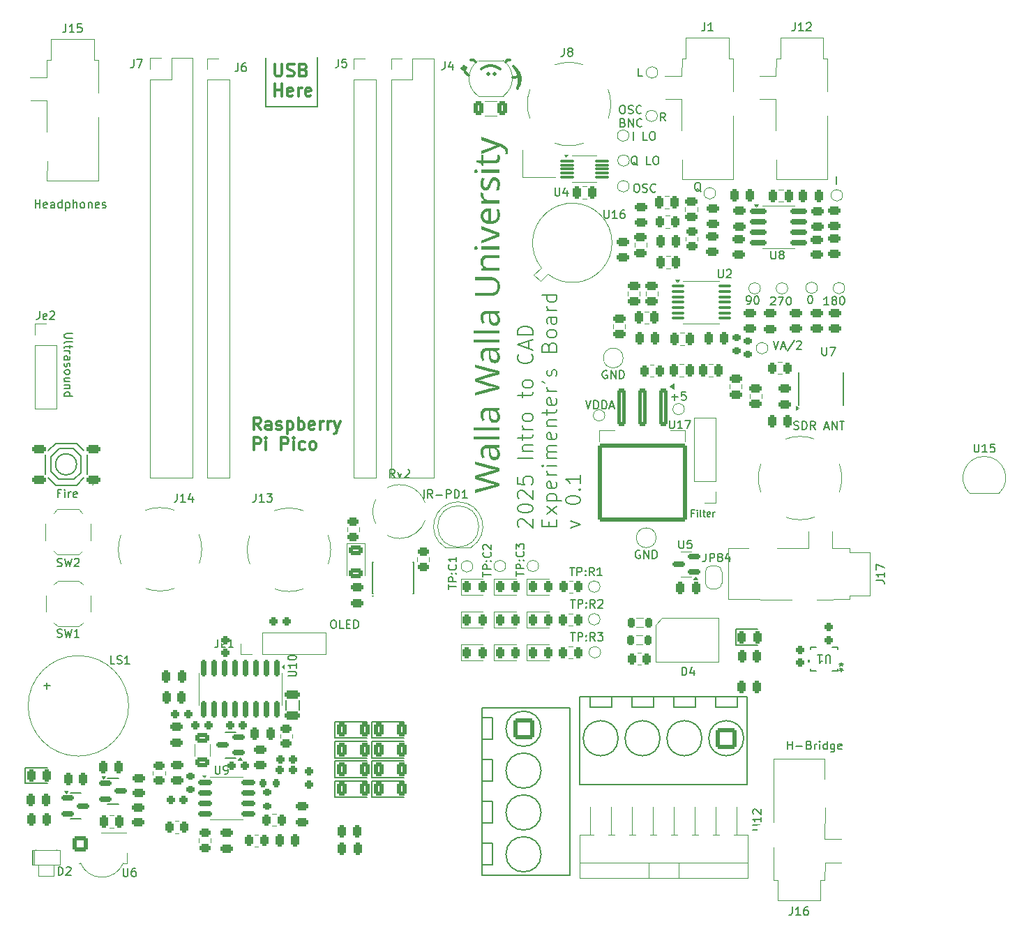
<source format=gbr>
%TF.GenerationSoftware,KiCad,Pcbnew,8.0.4+dfsg-1*%
%TF.CreationDate,2025-02-20T20:00:20-08:00*%
%TF.ProjectId,Audio_in_usd_sound_rp_pico,41756469-6f5f-4696-9e5f-7573645f736f,v0.3.0*%
%TF.SameCoordinates,Original*%
%TF.FileFunction,Legend,Top*%
%TF.FilePolarity,Positive*%
%FSLAX46Y46*%
G04 Gerber Fmt 4.6, Leading zero omitted, Abs format (unit mm)*
G04 Created by KiCad (PCBNEW 8.0.4+dfsg-1) date 2025-02-20 20:00:20*
%MOMM*%
%LPD*%
G01*
G04 APERTURE LIST*
G04 Aperture macros list*
%AMRoundRect*
0 Rectangle with rounded corners*
0 $1 Rounding radius*
0 $2 $3 $4 $5 $6 $7 $8 $9 X,Y pos of 4 corners*
0 Add a 4 corners polygon primitive as box body*
4,1,4,$2,$3,$4,$5,$6,$7,$8,$9,$2,$3,0*
0 Add four circle primitives for the rounded corners*
1,1,$1+$1,$2,$3*
1,1,$1+$1,$4,$5*
1,1,$1+$1,$6,$7*
1,1,$1+$1,$8,$9*
0 Add four rect primitives between the rounded corners*
20,1,$1+$1,$2,$3,$4,$5,0*
20,1,$1+$1,$4,$5,$6,$7,0*
20,1,$1+$1,$6,$7,$8,$9,0*
20,1,$1+$1,$8,$9,$2,$3,0*%
%AMFreePoly0*
4,1,19,0.500000,-0.750000,0.000000,-0.750000,0.000000,-0.744911,-0.071157,-0.744911,-0.207708,-0.704816,-0.327430,-0.627875,-0.420627,-0.520320,-0.479746,-0.390866,-0.500000,-0.250000,-0.500000,0.250000,-0.479746,0.390866,-0.420627,0.520320,-0.327430,0.627875,-0.207708,0.704816,-0.071157,0.744911,0.000000,0.744911,0.000000,0.750000,0.500000,0.750000,0.500000,-0.750000,0.500000,-0.750000,
$1*%
%AMFreePoly1*
4,1,19,0.000000,0.744911,0.071157,0.744911,0.207708,0.704816,0.327430,0.627875,0.420627,0.520320,0.479746,0.390866,0.500000,0.250000,0.500000,-0.250000,0.479746,-0.390866,0.420627,-0.520320,0.327430,-0.627875,0.207708,-0.704816,0.071157,-0.744911,0.000000,-0.744911,0.000000,-0.750000,-0.500000,-0.750000,-0.500000,0.750000,0.000000,0.750000,0.000000,0.744911,0.000000,0.744911,
$1*%
G04 Aperture macros list end*
%ADD10C,0.150000*%
%ADD11C,0.300000*%
%ADD12C,0.200000*%
%ADD13C,0.000000*%
%ADD14C,0.152400*%
%ADD15C,0.120000*%
%ADD16R,0.576580X0.351536*%
%ADD17R,0.351536X0.576580*%
%ADD18R,2.800000X2.800000*%
%ADD19R,2.200000X2.800000*%
%ADD20C,1.700000*%
%ADD21R,2.800000X2.200000*%
%ADD22RoundRect,0.244000X-0.269000X0.244000X-0.269000X-0.244000X0.269000X-0.244000X0.269000X0.244000X0*%
%ADD23RoundRect,0.219000X-0.294000X0.219000X-0.294000X-0.219000X0.294000X-0.219000X0.294000X0.219000X0*%
%ADD24RoundRect,0.219000X0.294000X-0.219000X0.294000X0.219000X-0.294000X0.219000X-0.294000X-0.219000X0*%
%ADD25RoundRect,0.244000X0.244000X0.269000X-0.244000X0.269000X-0.244000X-0.269000X0.244000X-0.269000X0*%
%ADD26RoundRect,0.244000X0.269000X-0.244000X0.269000X0.244000X-0.269000X0.244000X-0.269000X-0.244000X0*%
%ADD27RoundRect,0.244000X-0.244000X-0.269000X0.244000X-0.269000X0.244000X0.269000X-0.244000X0.269000X0*%
%ADD28RoundRect,0.219000X-0.219000X-0.294000X0.219000X-0.294000X0.219000X0.294000X-0.219000X0.294000X0*%
%ADD29RoundRect,0.250000X0.475000X-0.250000X0.475000X0.250000X-0.475000X0.250000X-0.475000X-0.250000X0*%
%ADD30RoundRect,0.267317X-0.470683X0.280683X-0.470683X-0.280683X0.470683X-0.280683X0.470683X0.280683X0*%
%ADD31RoundRect,0.150000X-0.675000X-0.150000X0.675000X-0.150000X0.675000X0.150000X-0.675000X0.150000X0*%
%ADD32RoundRect,0.267273X-0.320727X-0.570727X0.320727X-0.570727X0.320727X0.570727X-0.320727X0.570727X0*%
%ADD33C,3.556000*%
%ADD34C,3.810000*%
%ADD35C,1.000000*%
%ADD36RoundRect,0.250000X-0.450000X0.262500X-0.450000X-0.262500X0.450000X-0.262500X0.450000X0.262500X0*%
%ADD37RoundRect,0.267317X0.280683X0.470683X-0.280683X0.470683X-0.280683X-0.470683X0.280683X-0.470683X0*%
%ADD38RoundRect,0.218750X-0.218750X-0.381250X0.218750X-0.381250X0.218750X0.381250X-0.218750X0.381250X0*%
%ADD39RoundRect,0.267317X-0.280683X-0.470683X0.280683X-0.470683X0.280683X0.470683X-0.280683X0.470683X0*%
%ADD40RoundRect,0.269000X0.494000X-0.269000X0.494000X0.269000X-0.494000X0.269000X-0.494000X-0.269000X0*%
%ADD41R,1.050000X1.500000*%
%ADD42O,1.050000X1.500000*%
%ADD43RoundRect,0.250000X-0.262500X-0.450000X0.262500X-0.450000X0.262500X0.450000X-0.262500X0.450000X0*%
%ADD44RoundRect,0.269000X-0.494000X0.269000X-0.494000X-0.269000X0.494000X-0.269000X0.494000X0.269000X0*%
%ADD45RoundRect,0.250000X0.262500X0.450000X-0.262500X0.450000X-0.262500X-0.450000X0.262500X-0.450000X0*%
%ADD46RoundRect,0.250000X0.450000X-0.262500X0.450000X0.262500X-0.450000X0.262500X-0.450000X-0.262500X0*%
%ADD47RoundRect,0.250000X-0.250000X-0.475000X0.250000X-0.475000X0.250000X0.475000X-0.250000X0.475000X0*%
%ADD48RoundRect,0.267317X0.470683X-0.280683X0.470683X0.280683X-0.470683X0.280683X-0.470683X-0.280683X0*%
%ADD49RoundRect,0.150000X-0.590000X-0.150000X0.590000X-0.150000X0.590000X0.150000X-0.590000X0.150000X0*%
%ADD50RoundRect,0.261500X-0.261500X-0.476500X0.261500X-0.476500X0.261500X0.476500X-0.261500X0.476500X0*%
%ADD51RoundRect,0.269000X-0.269000X-0.494000X0.269000X-0.494000X0.269000X0.494000X-0.269000X0.494000X0*%
%ADD52RoundRect,0.243750X-0.243750X-0.456250X0.243750X-0.456250X0.243750X0.456250X-0.243750X0.456250X0*%
%ADD53RoundRect,0.100000X-0.637500X-0.100000X0.637500X-0.100000X0.637500X0.100000X-0.637500X0.100000X0*%
%ADD54RoundRect,0.250000X0.250000X0.475000X-0.250000X0.475000X-0.250000X-0.475000X0.250000X-0.475000X0*%
%ADD55R,1.000000X0.750000*%
%ADD56RoundRect,0.250000X-0.650000X-0.250000X0.650000X-0.250000X0.650000X0.250000X-0.650000X0.250000X0*%
%ADD57C,2.000000*%
%ADD58R,1.700000X1.700000*%
%ADD59O,1.700000X1.700000*%
%ADD60R,1.800000X1.800000*%
%ADD61C,1.800000*%
%ADD62RoundRect,0.150000X0.587500X0.150000X-0.587500X0.150000X-0.587500X-0.150000X0.587500X-0.150000X0*%
%ADD63RoundRect,0.250000X-1.000000X1.000000X-1.000000X-1.000000X1.000000X-1.000000X1.000000X1.000000X0*%
%ADD64C,2.500000*%
%ADD65FreePoly0,270.000000*%
%ADD66FreePoly1,270.000000*%
%ADD67C,1.500000*%
%ADD68RoundRect,0.150000X0.590000X0.150000X-0.590000X0.150000X-0.590000X-0.150000X0.590000X-0.150000X0*%
%ADD69RoundRect,0.269000X0.269000X0.494000X-0.269000X0.494000X-0.269000X-0.494000X0.269000X-0.494000X0*%
%ADD70O,0.570000X1.950000*%
%ADD71RoundRect,0.087500X-0.725000X-0.087500X0.725000X-0.087500X0.725000X0.087500X-0.725000X0.087500X0*%
%ADD72RoundRect,0.248400X-0.651600X-0.651600X0.651600X-0.651600X0.651600X0.651600X-0.651600X0.651600X0*%
%ADD73C,1.200000*%
%ADD74O,1.200000X1.600000*%
%ADD75R,2.000000X2.000000*%
%ADD76R,1.800000X1.100000*%
%ADD77RoundRect,0.250000X-0.312500X-0.625000X0.312500X-0.625000X0.312500X0.625000X-0.312500X0.625000X0*%
%ADD78R,1.400000X1.200000*%
%ADD79R,0.400000X1.200000*%
%ADD80RoundRect,0.250000X-0.300000X2.050000X-0.300000X-2.050000X0.300000X-2.050000X0.300000X2.050000X0*%
%ADD81RoundRect,0.250002X-5.149998X4.449998X-5.149998X-4.449998X5.149998X-4.449998X5.149998X4.449998X0*%
%ADD82RoundRect,0.250000X0.625000X-0.312500X0.625000X0.312500X-0.625000X0.312500X-0.625000X-0.312500X0*%
%ADD83RoundRect,0.250000X1.000000X1.000000X-1.000000X1.000000X-1.000000X-1.000000X1.000000X-1.000000X0*%
%ADD84C,1.620000*%
%ADD85RoundRect,0.250000X0.600000X0.250000X-0.600000X0.250000X-0.600000X-0.250000X0.600000X-0.250000X0*%
%ADD86RoundRect,0.150000X-0.150000X0.825000X-0.150000X-0.825000X0.150000X-0.825000X0.150000X0.825000X0*%
%ADD87RoundRect,0.250000X-0.625000X0.375000X-0.625000X-0.375000X0.625000X-0.375000X0.625000X0.375000X0*%
%ADD88RoundRect,0.250000X-0.475000X0.250000X-0.475000X-0.250000X0.475000X-0.250000X0.475000X0.250000X0*%
%ADD89RoundRect,0.150000X-0.825000X-0.150000X0.825000X-0.150000X0.825000X0.150000X-0.825000X0.150000X0*%
%ADD90O,1.800000X1.800000*%
G04 APERTURE END LIST*
D10*
X123610000Y-53505000D02*
X123630000Y-47565000D01*
X117350000Y-53505000D02*
X123610000Y-53505000D01*
X117320000Y-47605000D02*
X117350000Y-53505000D01*
D11*
X147906878Y-49899464D02*
X147608436Y-49952087D01*
D10*
X160557255Y-53374875D02*
X160747731Y-53374875D01*
X160747731Y-53374875D02*
X160842969Y-53422494D01*
X160842969Y-53422494D02*
X160938207Y-53517732D01*
X160938207Y-53517732D02*
X160985826Y-53708208D01*
X160985826Y-53708208D02*
X160985826Y-54041541D01*
X160985826Y-54041541D02*
X160938207Y-54232017D01*
X160938207Y-54232017D02*
X160842969Y-54327256D01*
X160842969Y-54327256D02*
X160747731Y-54374875D01*
X160747731Y-54374875D02*
X160557255Y-54374875D01*
X160557255Y-54374875D02*
X160462017Y-54327256D01*
X160462017Y-54327256D02*
X160366779Y-54232017D01*
X160366779Y-54232017D02*
X160319160Y-54041541D01*
X160319160Y-54041541D02*
X160319160Y-53708208D01*
X160319160Y-53708208D02*
X160366779Y-53517732D01*
X160366779Y-53517732D02*
X160462017Y-53422494D01*
X160462017Y-53422494D02*
X160557255Y-53374875D01*
X161366779Y-54327256D02*
X161509636Y-54374875D01*
X161509636Y-54374875D02*
X161747731Y-54374875D01*
X161747731Y-54374875D02*
X161842969Y-54327256D01*
X161842969Y-54327256D02*
X161890588Y-54279636D01*
X161890588Y-54279636D02*
X161938207Y-54184398D01*
X161938207Y-54184398D02*
X161938207Y-54089160D01*
X161938207Y-54089160D02*
X161890588Y-53993922D01*
X161890588Y-53993922D02*
X161842969Y-53946303D01*
X161842969Y-53946303D02*
X161747731Y-53898684D01*
X161747731Y-53898684D02*
X161557255Y-53851065D01*
X161557255Y-53851065D02*
X161462017Y-53803446D01*
X161462017Y-53803446D02*
X161414398Y-53755827D01*
X161414398Y-53755827D02*
X161366779Y-53660589D01*
X161366779Y-53660589D02*
X161366779Y-53565351D01*
X161366779Y-53565351D02*
X161414398Y-53470113D01*
X161414398Y-53470113D02*
X161462017Y-53422494D01*
X161462017Y-53422494D02*
X161557255Y-53374875D01*
X161557255Y-53374875D02*
X161795350Y-53374875D01*
X161795350Y-53374875D02*
X161938207Y-53422494D01*
X162938207Y-54279636D02*
X162890588Y-54327256D01*
X162890588Y-54327256D02*
X162747731Y-54374875D01*
X162747731Y-54374875D02*
X162652493Y-54374875D01*
X162652493Y-54374875D02*
X162509636Y-54327256D01*
X162509636Y-54327256D02*
X162414398Y-54232017D01*
X162414398Y-54232017D02*
X162366779Y-54136779D01*
X162366779Y-54136779D02*
X162319160Y-53946303D01*
X162319160Y-53946303D02*
X162319160Y-53803446D01*
X162319160Y-53803446D02*
X162366779Y-53612970D01*
X162366779Y-53612970D02*
X162414398Y-53517732D01*
X162414398Y-53517732D02*
X162509636Y-53422494D01*
X162509636Y-53422494D02*
X162652493Y-53374875D01*
X162652493Y-53374875D02*
X162747731Y-53374875D01*
X162747731Y-53374875D02*
X162890588Y-53422494D01*
X162890588Y-53422494D02*
X162938207Y-53470113D01*
X160700112Y-55461009D02*
X160842969Y-55508628D01*
X160842969Y-55508628D02*
X160890588Y-55556247D01*
X160890588Y-55556247D02*
X160938207Y-55651485D01*
X160938207Y-55651485D02*
X160938207Y-55794342D01*
X160938207Y-55794342D02*
X160890588Y-55889580D01*
X160890588Y-55889580D02*
X160842969Y-55937200D01*
X160842969Y-55937200D02*
X160747731Y-55984819D01*
X160747731Y-55984819D02*
X160366779Y-55984819D01*
X160366779Y-55984819D02*
X160366779Y-54984819D01*
X160366779Y-54984819D02*
X160700112Y-54984819D01*
X160700112Y-54984819D02*
X160795350Y-55032438D01*
X160795350Y-55032438D02*
X160842969Y-55080057D01*
X160842969Y-55080057D02*
X160890588Y-55175295D01*
X160890588Y-55175295D02*
X160890588Y-55270533D01*
X160890588Y-55270533D02*
X160842969Y-55365771D01*
X160842969Y-55365771D02*
X160795350Y-55413390D01*
X160795350Y-55413390D02*
X160700112Y-55461009D01*
X160700112Y-55461009D02*
X160366779Y-55461009D01*
X161366779Y-55984819D02*
X161366779Y-54984819D01*
X161366779Y-54984819D02*
X161938207Y-55984819D01*
X161938207Y-55984819D02*
X161938207Y-54984819D01*
X162985826Y-55889580D02*
X162938207Y-55937200D01*
X162938207Y-55937200D02*
X162795350Y-55984819D01*
X162795350Y-55984819D02*
X162700112Y-55984819D01*
X162700112Y-55984819D02*
X162557255Y-55937200D01*
X162557255Y-55937200D02*
X162462017Y-55841961D01*
X162462017Y-55841961D02*
X162414398Y-55746723D01*
X162414398Y-55746723D02*
X162366779Y-55556247D01*
X162366779Y-55556247D02*
X162366779Y-55413390D01*
X162366779Y-55413390D02*
X162414398Y-55222914D01*
X162414398Y-55222914D02*
X162462017Y-55127676D01*
X162462017Y-55127676D02*
X162557255Y-55032438D01*
X162557255Y-55032438D02*
X162700112Y-54984819D01*
X162700112Y-54984819D02*
X162795350Y-54984819D01*
X162795350Y-54984819D02*
X162938207Y-55032438D01*
X162938207Y-55032438D02*
X162985826Y-55080057D01*
G36*
X142728743Y-96613778D02*
G01*
X145730000Y-97411720D01*
X145730000Y-97793471D01*
X143791933Y-98377456D01*
X143649234Y-98417481D01*
X143551598Y-98444867D01*
X143405553Y-98483741D01*
X143338374Y-98499822D01*
X143207948Y-98529131D01*
X143357424Y-98555234D01*
X143438025Y-98573094D01*
X143583325Y-98608387D01*
X143733463Y-98649968D01*
X143804389Y-98671280D01*
X145730000Y-99238412D01*
X145730000Y-99620896D01*
X142728743Y-100414441D01*
X142728743Y-100019501D01*
X144566427Y-99553485D01*
X144710202Y-99517730D01*
X144861772Y-99483880D01*
X144941584Y-99467756D01*
X145096018Y-99439145D01*
X145242598Y-99416144D01*
X145283035Y-99410603D01*
X145133670Y-99388584D01*
X144984676Y-99360854D01*
X144924731Y-99348321D01*
X144780338Y-99314696D01*
X144638417Y-99277567D01*
X144545177Y-99250868D01*
X142728743Y-98721838D01*
X142728743Y-98331294D01*
X144558367Y-97781015D01*
X144703241Y-97739421D01*
X144847703Y-97702567D01*
X144943782Y-97680631D01*
X145092385Y-97649729D01*
X145245517Y-97623089D01*
X145283035Y-97617616D01*
X145130761Y-97594153D01*
X144977890Y-97565863D01*
X144943782Y-97558998D01*
X144792407Y-97525985D01*
X144648168Y-97491861D01*
X144562030Y-97470338D01*
X142728743Y-97008719D01*
X142728743Y-96613778D01*
G37*
G36*
X145730000Y-94895530D02*
G01*
X145408332Y-94967337D01*
X145408332Y-94984190D01*
X145526194Y-95086758D01*
X145628306Y-95202799D01*
X145686769Y-95292669D01*
X145741689Y-95431532D01*
X145769765Y-95589419D01*
X145776894Y-95740366D01*
X145766865Y-95886957D01*
X145731606Y-96036217D01*
X145662655Y-96182620D01*
X145616427Y-96248147D01*
X145498389Y-96354407D01*
X145361809Y-96416392D01*
X145216271Y-96444728D01*
X145113775Y-96449647D01*
X144956284Y-96433115D01*
X144817936Y-96383518D01*
X144685175Y-96288200D01*
X144598667Y-96185132D01*
X144527861Y-96055733D01*
X144474446Y-95898984D01*
X144442504Y-95742862D01*
X144423338Y-95566646D01*
X144417127Y-95404451D01*
X144416950Y-95370338D01*
X144416950Y-95324176D01*
X144651423Y-95324176D01*
X144655596Y-95472554D01*
X144671014Y-95622740D01*
X144707528Y-95779567D01*
X144770125Y-95905963D01*
X144882059Y-96010808D01*
X145026159Y-96062203D01*
X145103517Y-96067896D01*
X145250217Y-96045736D01*
X145376313Y-95959247D01*
X145381953Y-95952124D01*
X145448449Y-95820233D01*
X145470527Y-95667305D01*
X145470614Y-95656102D01*
X145458558Y-95503010D01*
X145416884Y-95350855D01*
X145345443Y-95217590D01*
X145318206Y-95181294D01*
X145206393Y-95081603D01*
X145062381Y-95018834D01*
X144905238Y-94993912D01*
X144847062Y-94992250D01*
X144651423Y-94992250D01*
X144651423Y-95324176D01*
X144416950Y-95324176D01*
X144416950Y-94988586D01*
X144273335Y-94988586D01*
X144118543Y-94998208D01*
X143969024Y-95036099D01*
X143855680Y-95110219D01*
X143775538Y-95236002D01*
X143741306Y-95387461D01*
X143738443Y-95454602D01*
X143749383Y-95605890D01*
X143782201Y-95750727D01*
X143795596Y-95790924D01*
X143852032Y-95935481D01*
X143915552Y-96071021D01*
X143924556Y-96088412D01*
X143632198Y-96201985D01*
X143564377Y-96063239D01*
X143509690Y-95915566D01*
X143490781Y-95853939D01*
X143455061Y-95699997D01*
X143435826Y-95541522D01*
X143432163Y-95433353D01*
X143438551Y-95286478D01*
X143462153Y-95134203D01*
X143510422Y-94985333D01*
X143591875Y-94849932D01*
X143613879Y-94824455D01*
X143732723Y-94729175D01*
X143885647Y-94665078D01*
X144050191Y-94634281D01*
X144191270Y-94627351D01*
X145730000Y-94627351D01*
X145730000Y-94895530D01*
G37*
G36*
X145730000Y-93559766D02*
G01*
X145730000Y-93929794D01*
X142541165Y-93929794D01*
X142541165Y-93559766D01*
X145730000Y-93559766D01*
G37*
G36*
X145730000Y-92478258D02*
G01*
X145730000Y-92848286D01*
X142541165Y-92848286D01*
X142541165Y-92478258D01*
X145730000Y-92478258D01*
G37*
G36*
X145730000Y-90376060D02*
G01*
X145408332Y-90447868D01*
X145408332Y-90464720D01*
X145526194Y-90567289D01*
X145628306Y-90683329D01*
X145686769Y-90773199D01*
X145741689Y-90912063D01*
X145769765Y-91069949D01*
X145776894Y-91220896D01*
X145766865Y-91367488D01*
X145731606Y-91516748D01*
X145662655Y-91663150D01*
X145616427Y-91728677D01*
X145498389Y-91834937D01*
X145361809Y-91896922D01*
X145216271Y-91925258D01*
X145113775Y-91930177D01*
X144956284Y-91913645D01*
X144817936Y-91864049D01*
X144685175Y-91768730D01*
X144598667Y-91665662D01*
X144527861Y-91536263D01*
X144474446Y-91379515D01*
X144442504Y-91223392D01*
X144423338Y-91047177D01*
X144417127Y-90884982D01*
X144416950Y-90850868D01*
X144416950Y-90804706D01*
X144651423Y-90804706D01*
X144655596Y-90953084D01*
X144671014Y-91103270D01*
X144707528Y-91260097D01*
X144770125Y-91386493D01*
X144882059Y-91491338D01*
X145026159Y-91542733D01*
X145103517Y-91548426D01*
X145250217Y-91526267D01*
X145376313Y-91439777D01*
X145381953Y-91432655D01*
X145448449Y-91300764D01*
X145470527Y-91147835D01*
X145470614Y-91136632D01*
X145458558Y-90983541D01*
X145416884Y-90831385D01*
X145345443Y-90698120D01*
X145318206Y-90661824D01*
X145206393Y-90562133D01*
X145062381Y-90499365D01*
X144905238Y-90474442D01*
X144847062Y-90472780D01*
X144651423Y-90472780D01*
X144651423Y-90804706D01*
X144416950Y-90804706D01*
X144416950Y-90469117D01*
X144273335Y-90469117D01*
X144118543Y-90478738D01*
X143969024Y-90516630D01*
X143855680Y-90590750D01*
X143775538Y-90716533D01*
X143741306Y-90867992D01*
X143738443Y-90935132D01*
X143749383Y-91086420D01*
X143782201Y-91231257D01*
X143795596Y-91271454D01*
X143852032Y-91416011D01*
X143915552Y-91551551D01*
X143924556Y-91568942D01*
X143632198Y-91682515D01*
X143564377Y-91543769D01*
X143509690Y-91396096D01*
X143490781Y-91334469D01*
X143455061Y-91180527D01*
X143435826Y-91022052D01*
X143432163Y-90913883D01*
X143438551Y-90767008D01*
X143462153Y-90614733D01*
X143510422Y-90465863D01*
X143591875Y-90330462D01*
X143613879Y-90304986D01*
X143732723Y-90209706D01*
X143885647Y-90145608D01*
X144050191Y-90114811D01*
X144191270Y-90107882D01*
X145730000Y-90107882D01*
X145730000Y-90376060D01*
G37*
G36*
X142728743Y-84825642D02*
G01*
X145730000Y-85623583D01*
X145730000Y-86005334D01*
X143791933Y-86589319D01*
X143649234Y-86629344D01*
X143551598Y-86656730D01*
X143405553Y-86695604D01*
X143338374Y-86711685D01*
X143207948Y-86740994D01*
X143357424Y-86767097D01*
X143438025Y-86784958D01*
X143583325Y-86820250D01*
X143733463Y-86861831D01*
X143804389Y-86883143D01*
X145730000Y-87450275D01*
X145730000Y-87832759D01*
X142728743Y-88626304D01*
X142728743Y-88231364D01*
X144566427Y-87765348D01*
X144710202Y-87729594D01*
X144861772Y-87695743D01*
X144941584Y-87679619D01*
X145096018Y-87651008D01*
X145242598Y-87628008D01*
X145283035Y-87622466D01*
X145133670Y-87600447D01*
X144984676Y-87572717D01*
X144924731Y-87560184D01*
X144780338Y-87526559D01*
X144638417Y-87489430D01*
X144545177Y-87462732D01*
X142728743Y-86933702D01*
X142728743Y-86543157D01*
X144558367Y-85992878D01*
X144703241Y-85951284D01*
X144847703Y-85914430D01*
X144943782Y-85892494D01*
X145092385Y-85861592D01*
X145245517Y-85834952D01*
X145283035Y-85829480D01*
X145130761Y-85806017D01*
X144977890Y-85777726D01*
X144943782Y-85770861D01*
X144792407Y-85737848D01*
X144648168Y-85703724D01*
X144562030Y-85682201D01*
X142728743Y-85220582D01*
X142728743Y-84825642D01*
G37*
G36*
X145730000Y-83107393D02*
G01*
X145408332Y-83179200D01*
X145408332Y-83196053D01*
X145526194Y-83298622D01*
X145628306Y-83414662D01*
X145686769Y-83504532D01*
X145741689Y-83643395D01*
X145769765Y-83801282D01*
X145776894Y-83952229D01*
X145766865Y-84098821D01*
X145731606Y-84248080D01*
X145662655Y-84394483D01*
X145616427Y-84460010D01*
X145498389Y-84566270D01*
X145361809Y-84628255D01*
X145216271Y-84656591D01*
X145113775Y-84661510D01*
X144956284Y-84644978D01*
X144817936Y-84595382D01*
X144685175Y-84500063D01*
X144598667Y-84396995D01*
X144527861Y-84267596D01*
X144474446Y-84110848D01*
X144442504Y-83954725D01*
X144423338Y-83778509D01*
X144417127Y-83616315D01*
X144416950Y-83582201D01*
X144416950Y-83536039D01*
X144651423Y-83536039D01*
X144655596Y-83684417D01*
X144671014Y-83834603D01*
X144707528Y-83991430D01*
X144770125Y-84117826D01*
X144882059Y-84222671D01*
X145026159Y-84274066D01*
X145103517Y-84279759D01*
X145250217Y-84257599D01*
X145376313Y-84171110D01*
X145381953Y-84163988D01*
X145448449Y-84032096D01*
X145470527Y-83879168D01*
X145470614Y-83867965D01*
X145458558Y-83714874D01*
X145416884Y-83562718D01*
X145345443Y-83429453D01*
X145318206Y-83393157D01*
X145206393Y-83293466D01*
X145062381Y-83230698D01*
X144905238Y-83205775D01*
X144847062Y-83204113D01*
X144651423Y-83204113D01*
X144651423Y-83536039D01*
X144416950Y-83536039D01*
X144416950Y-83200450D01*
X144273335Y-83200450D01*
X144118543Y-83210071D01*
X143969024Y-83247962D01*
X143855680Y-83322083D01*
X143775538Y-83447866D01*
X143741306Y-83599324D01*
X143738443Y-83666465D01*
X143749383Y-83817753D01*
X143782201Y-83962590D01*
X143795596Y-84002787D01*
X143852032Y-84147344D01*
X143915552Y-84282884D01*
X143924556Y-84300275D01*
X143632198Y-84413848D01*
X143564377Y-84275102D01*
X143509690Y-84127429D01*
X143490781Y-84065802D01*
X143455061Y-83911860D01*
X143435826Y-83753385D01*
X143432163Y-83645216D01*
X143438551Y-83498341D01*
X143462153Y-83346066D01*
X143510422Y-83197196D01*
X143591875Y-83061795D01*
X143613879Y-83036318D01*
X143732723Y-82941039D01*
X143885647Y-82876941D01*
X144050191Y-82846144D01*
X144191270Y-82839214D01*
X145730000Y-82839214D01*
X145730000Y-83107393D01*
G37*
G36*
X145730000Y-81771629D02*
G01*
X145730000Y-82141657D01*
X142541165Y-82141657D01*
X142541165Y-81771629D01*
X145730000Y-81771629D01*
G37*
G36*
X145730000Y-80690122D02*
G01*
X145730000Y-81060150D01*
X142541165Y-81060150D01*
X142541165Y-80690122D01*
X145730000Y-80690122D01*
G37*
G36*
X145730000Y-78587923D02*
G01*
X145408332Y-78659731D01*
X145408332Y-78676584D01*
X145526194Y-78779152D01*
X145628306Y-78895192D01*
X145686769Y-78985062D01*
X145741689Y-79123926D01*
X145769765Y-79281812D01*
X145776894Y-79432759D01*
X145766865Y-79579351D01*
X145731606Y-79728611D01*
X145662655Y-79875013D01*
X145616427Y-79940540D01*
X145498389Y-80046800D01*
X145361809Y-80108785D01*
X145216271Y-80137121D01*
X145113775Y-80142041D01*
X144956284Y-80125508D01*
X144817936Y-80075912D01*
X144685175Y-79980594D01*
X144598667Y-79877526D01*
X144527861Y-79748126D01*
X144474446Y-79591378D01*
X144442504Y-79435255D01*
X144423338Y-79259040D01*
X144417127Y-79096845D01*
X144416950Y-79062732D01*
X144416950Y-79016570D01*
X144651423Y-79016570D01*
X144655596Y-79164947D01*
X144671014Y-79315134D01*
X144707528Y-79471960D01*
X144770125Y-79598356D01*
X144882059Y-79703201D01*
X145026159Y-79754596D01*
X145103517Y-79760289D01*
X145250217Y-79738130D01*
X145376313Y-79651641D01*
X145381953Y-79644518D01*
X145448449Y-79512627D01*
X145470527Y-79359698D01*
X145470614Y-79348496D01*
X145458558Y-79195404D01*
X145416884Y-79043248D01*
X145345443Y-78909983D01*
X145318206Y-78873688D01*
X145206393Y-78773996D01*
X145062381Y-78711228D01*
X144905238Y-78686305D01*
X144847062Y-78684644D01*
X144651423Y-78684644D01*
X144651423Y-79016570D01*
X144416950Y-79016570D01*
X144416950Y-78680980D01*
X144273335Y-78680980D01*
X144118543Y-78690601D01*
X143969024Y-78728493D01*
X143855680Y-78802613D01*
X143775538Y-78928396D01*
X143741306Y-79079855D01*
X143738443Y-79146995D01*
X143749383Y-79298284D01*
X143782201Y-79443121D01*
X143795596Y-79483318D01*
X143852032Y-79627874D01*
X143915552Y-79763415D01*
X143924556Y-79780806D01*
X143632198Y-79894378D01*
X143564377Y-79755632D01*
X143509690Y-79607960D01*
X143490781Y-79546332D01*
X143455061Y-79392391D01*
X143435826Y-79233915D01*
X143432163Y-79125746D01*
X143438551Y-78978871D01*
X143462153Y-78826596D01*
X143510422Y-78677726D01*
X143591875Y-78542325D01*
X143613879Y-78516849D01*
X143732723Y-78421569D01*
X143885647Y-78357472D01*
X144050191Y-78326674D01*
X144191270Y-78319745D01*
X145730000Y-78319745D01*
X145730000Y-78587923D01*
G37*
G36*
X144674138Y-74201078D02*
G01*
X144826041Y-74208954D01*
X144987846Y-74236646D01*
X145140030Y-74284277D01*
X145236140Y-74327107D01*
X145368753Y-74408135D01*
X145484673Y-74510260D01*
X145583900Y-74633483D01*
X145631814Y-74711057D01*
X145695286Y-74848855D01*
X145740624Y-75004331D01*
X145765418Y-75154873D01*
X145776327Y-75318950D01*
X145776894Y-75368314D01*
X145769452Y-75536302D01*
X145747127Y-75691302D01*
X145709918Y-75833314D01*
X145645621Y-75986586D01*
X145559892Y-76121156D01*
X145472079Y-76219012D01*
X145350621Y-76318119D01*
X145215407Y-76396722D01*
X145066437Y-76454819D01*
X144903711Y-76492411D01*
X144757598Y-76508075D01*
X144665345Y-76510638D01*
X142728743Y-76510638D01*
X142728743Y-76132550D01*
X144693921Y-76132550D01*
X144847564Y-76123224D01*
X145003750Y-76089724D01*
X145139236Y-76031861D01*
X145266915Y-75937644D01*
X145365383Y-75811833D01*
X145425856Y-75673530D01*
X145460866Y-75510315D01*
X145470614Y-75347065D01*
X145460165Y-75179593D01*
X145428819Y-75033649D01*
X145367408Y-74893217D01*
X145265694Y-74768841D01*
X145252260Y-74757219D01*
X145119172Y-74669023D01*
X144966376Y-74609691D01*
X144814014Y-74581183D01*
X144689525Y-74574769D01*
X142728743Y-74574769D01*
X142728743Y-74201078D01*
X144674138Y-74201078D01*
G37*
G36*
X143432163Y-72379515D02*
G01*
X143441524Y-72212633D01*
X143469609Y-72064616D01*
X143524633Y-71918551D01*
X143615765Y-71783678D01*
X143627801Y-71770617D01*
X143756975Y-71671087D01*
X143903910Y-71609961D01*
X144057272Y-71577589D01*
X144207143Y-71565525D01*
X144260879Y-71564720D01*
X145730000Y-71564720D01*
X145730000Y-71930352D01*
X144282861Y-71930352D01*
X144126022Y-71942642D01*
X143972904Y-71989834D01*
X143842648Y-72089626D01*
X143764495Y-72237593D01*
X143738975Y-72402766D01*
X143738443Y-72433736D01*
X143748541Y-72586467D01*
X143784811Y-72733883D01*
X143857145Y-72865130D01*
X143949469Y-72951043D01*
X144082835Y-73019758D01*
X144226003Y-73061958D01*
X144392344Y-73086390D01*
X144556901Y-73093192D01*
X145730000Y-73093192D01*
X145730000Y-73463220D01*
X143479057Y-73463220D01*
X143479057Y-73165000D01*
X143781674Y-73110045D01*
X143781674Y-73089528D01*
X143661908Y-72995796D01*
X143567489Y-72878365D01*
X143518625Y-72786912D01*
X143465937Y-72638946D01*
X143437567Y-72485211D01*
X143432163Y-72379515D01*
G37*
G36*
X142634954Y-70680317D02*
G01*
X142684542Y-70539710D01*
X142691374Y-70531573D01*
X142826108Y-70468653D01*
X142869427Y-70466360D01*
X143012309Y-70503043D01*
X143045282Y-70531573D01*
X143103671Y-70669861D01*
X143103900Y-70680317D01*
X143055758Y-70823583D01*
X143045282Y-70835655D01*
X142911330Y-70896455D01*
X142869427Y-70898670D01*
X142723660Y-70863224D01*
X142691374Y-70835655D01*
X142635450Y-70697370D01*
X142634954Y-70680317D01*
G37*
G36*
X143479057Y-70499333D02*
G01*
X145730000Y-70499333D01*
X145730000Y-70869361D01*
X143479057Y-70869361D01*
X143479057Y-70499333D01*
G37*
G36*
X145730000Y-69291796D02*
G01*
X143479057Y-70144692D01*
X143479057Y-69749752D01*
X144809692Y-69271280D01*
X144953764Y-69220936D01*
X145016322Y-69200205D01*
X145160969Y-69153983D01*
X145233210Y-69132794D01*
X145379589Y-69095585D01*
X145407599Y-69090296D01*
X145407599Y-69073443D01*
X145262950Y-69034572D01*
X145231011Y-69025083D01*
X145089055Y-68980259D01*
X145011926Y-68954009D01*
X144867538Y-68904106D01*
X144809692Y-68884399D01*
X143479057Y-68405928D01*
X143479057Y-68010987D01*
X145730000Y-68867547D01*
X145730000Y-69291796D01*
G37*
G36*
X144676336Y-67397693D02*
G01*
X144837367Y-67385612D01*
X144999677Y-67350853D01*
X145138816Y-67293746D01*
X145267648Y-67202787D01*
X145365761Y-67085863D01*
X145431765Y-66945291D01*
X145463478Y-66800485D01*
X145470614Y-66679619D01*
X145465049Y-66525952D01*
X145446464Y-66374828D01*
X145431046Y-66300066D01*
X145388912Y-66152564D01*
X145337480Y-66012082D01*
X145314542Y-65957149D01*
X145635478Y-65957149D01*
X145688128Y-66096450D01*
X145730764Y-66245113D01*
X145742456Y-66297868D01*
X145764753Y-66444601D01*
X145775246Y-66598508D01*
X145776894Y-66696472D01*
X145768743Y-66851581D01*
X145744288Y-66997440D01*
X145697289Y-67150474D01*
X145646468Y-67261406D01*
X145562549Y-67390901D01*
X145458343Y-67503240D01*
X145333852Y-67598424D01*
X145255924Y-67643890D01*
X145118995Y-67703516D01*
X144967595Y-67746106D01*
X144801724Y-67771659D01*
X144644715Y-67780044D01*
X144621381Y-67780177D01*
X144464187Y-67774252D01*
X144317021Y-67756475D01*
X144161110Y-67721648D01*
X144018297Y-67671341D01*
X143984640Y-67656346D01*
X143844763Y-67578693D01*
X143724361Y-67485042D01*
X143623434Y-67375395D01*
X143575778Y-67307568D01*
X143506354Y-67175238D01*
X143459652Y-67031317D01*
X143435669Y-66875804D01*
X143432332Y-66788796D01*
X143738443Y-66788796D01*
X143754758Y-66943313D01*
X143810391Y-67088322D01*
X143905505Y-67207184D01*
X144035772Y-67297835D01*
X144180944Y-67354851D01*
X144333379Y-67385486D01*
X144370055Y-67389633D01*
X144370055Y-66242913D01*
X144220544Y-66255355D01*
X144073999Y-66292564D01*
X143936601Y-66361924D01*
X143914298Y-66377735D01*
X143814178Y-66484821D01*
X143755617Y-66627753D01*
X143738443Y-66788796D01*
X143432332Y-66788796D01*
X143432163Y-66784399D01*
X143442190Y-66628030D01*
X143472271Y-66484527D01*
X143529215Y-66340171D01*
X143558925Y-66286877D01*
X143647854Y-66166263D01*
X143757105Y-66064539D01*
X143886678Y-65981707D01*
X143915031Y-65967407D01*
X144066414Y-65908674D01*
X144215628Y-65874413D01*
X144377131Y-65857773D01*
X144452854Y-65856032D01*
X144676336Y-65856032D01*
X144676336Y-67397693D01*
G37*
G36*
X143432163Y-64235969D02*
G01*
X143439490Y-64099682D01*
X143460739Y-63971454D01*
X143798527Y-64017616D01*
X143771416Y-64137051D01*
X143760425Y-64260882D01*
X143778658Y-64407623D01*
X143833355Y-64546509D01*
X143855680Y-64584748D01*
X143953614Y-64705182D01*
X144070673Y-64796167D01*
X144122393Y-64825816D01*
X144258475Y-64880736D01*
X144410630Y-64910309D01*
X144520997Y-64915942D01*
X145730000Y-64915942D01*
X145730000Y-65285969D01*
X143479057Y-65285969D01*
X143479057Y-64983353D01*
X143887187Y-64941587D01*
X143887187Y-64924734D01*
X143765712Y-64842229D01*
X143656186Y-64744832D01*
X143566985Y-64643367D01*
X143490226Y-64517539D01*
X143445329Y-64376819D01*
X143432163Y-64235969D01*
G37*
G36*
X145111577Y-62087609D02*
G01*
X145265724Y-62102859D01*
X145415274Y-62156472D01*
X145539553Y-62248687D01*
X145608367Y-62331608D01*
X145682097Y-62463774D01*
X145734762Y-62617006D01*
X145763563Y-62768364D01*
X145776236Y-62935851D01*
X145776894Y-62986667D01*
X145772392Y-63140666D01*
X145757211Y-63291087D01*
X145738792Y-63391866D01*
X145696471Y-63542541D01*
X145636776Y-63684095D01*
X145632547Y-63692285D01*
X145292561Y-63692285D01*
X145352292Y-63554018D01*
X145400672Y-63413871D01*
X145414926Y-63366953D01*
X145448861Y-63222594D01*
X145467133Y-63076381D01*
X145470614Y-62977875D01*
X145461812Y-62817261D01*
X145428015Y-62664762D01*
X145380488Y-62571210D01*
X145266994Y-62472873D01*
X145138688Y-62445181D01*
X144996149Y-62485753D01*
X144987745Y-62491343D01*
X144886629Y-62601802D01*
X144852923Y-62656939D01*
X144786023Y-62791611D01*
X144727170Y-62932037D01*
X144701249Y-62999124D01*
X144643734Y-63141795D01*
X144580794Y-63280453D01*
X144533454Y-63372815D01*
X144447211Y-63502828D01*
X144339249Y-63607082D01*
X144331953Y-63612418D01*
X144197315Y-63675615D01*
X144052157Y-63696352D01*
X144029337Y-63696681D01*
X143878557Y-63678250D01*
X143735360Y-63614537D01*
X143617780Y-63505315D01*
X143587501Y-63463674D01*
X143512411Y-63320834D01*
X143466295Y-63174793D01*
X143439596Y-63010799D01*
X143432163Y-62852578D01*
X143437933Y-62701968D01*
X143457207Y-62547412D01*
X143473196Y-62467896D01*
X143511856Y-62326502D01*
X143565391Y-62182887D01*
X143587501Y-62133771D01*
X143901109Y-62259801D01*
X143842784Y-62396490D01*
X143792831Y-62538652D01*
X143786803Y-62558021D01*
X143752092Y-62705583D01*
X143738632Y-62857009D01*
X143738443Y-62877491D01*
X143748850Y-63032360D01*
X143787299Y-63175273D01*
X143812449Y-63224071D01*
X143924934Y-63326711D01*
X144012484Y-63343506D01*
X144153294Y-63301992D01*
X144170020Y-63289284D01*
X144261871Y-63172434D01*
X144296782Y-63106102D01*
X144358950Y-62967052D01*
X144416103Y-62828686D01*
X144441863Y-62763918D01*
X144497291Y-62624269D01*
X144558943Y-62488909D01*
X144605994Y-62399019D01*
X144692880Y-62272602D01*
X144802950Y-62172539D01*
X144810425Y-62167477D01*
X144945797Y-62107576D01*
X145100325Y-62087687D01*
X145111577Y-62087609D01*
G37*
G36*
X142634954Y-61354148D02*
G01*
X142684542Y-61213542D01*
X142691374Y-61205404D01*
X142826108Y-61142484D01*
X142869427Y-61140191D01*
X143012309Y-61176874D01*
X143045282Y-61205404D01*
X143103671Y-61343692D01*
X143103900Y-61354148D01*
X143055758Y-61497414D01*
X143045282Y-61509487D01*
X142911330Y-61570286D01*
X142869427Y-61572501D01*
X142723660Y-61537056D01*
X142691374Y-61509487D01*
X142635450Y-61371201D01*
X142634954Y-61354148D01*
G37*
G36*
X143479057Y-61173164D02*
G01*
X145730000Y-61173164D01*
X145730000Y-61543192D01*
X143479057Y-61543192D01*
X143479057Y-61173164D01*
G37*
G36*
X145470614Y-59709905D02*
G01*
X145459955Y-59559639D01*
X145456692Y-59537714D01*
X145425184Y-59394832D01*
X145710216Y-59394832D01*
X145753092Y-59536123D01*
X145757843Y-59562627D01*
X145775034Y-59708935D01*
X145776894Y-59772920D01*
X145765394Y-59921744D01*
X145727548Y-60069993D01*
X145716810Y-60098251D01*
X145640314Y-60225463D01*
X145524856Y-60328202D01*
X145506517Y-60340052D01*
X145364519Y-60399828D01*
X145213197Y-60426605D01*
X145085198Y-60432376D01*
X143785338Y-60432376D01*
X143785338Y-60751113D01*
X143598492Y-60751113D01*
X143449016Y-60427979D01*
X142963217Y-60280701D01*
X142963217Y-60062348D01*
X143479057Y-60062348D01*
X143479057Y-59411685D01*
X143785338Y-59411685D01*
X143785338Y-60062348D01*
X145072009Y-60062348D01*
X145219980Y-60046143D01*
X145353954Y-59981709D01*
X145373161Y-59964162D01*
X145451961Y-59835027D01*
X145470614Y-59709905D01*
G37*
G36*
X143479057Y-59298845D02*
G01*
X143479057Y-58903904D01*
X144773056Y-58417372D01*
X144918995Y-58364619D01*
X145059324Y-58316633D01*
X145098387Y-58303799D01*
X145240110Y-58262036D01*
X145384183Y-58229910D01*
X145392944Y-58228328D01*
X145392944Y-58211475D01*
X145243788Y-58170947D01*
X145115240Y-58131608D01*
X144975093Y-58086353D01*
X144834462Y-58039888D01*
X144769392Y-58018035D01*
X143479057Y-57560080D01*
X143479057Y-57161475D01*
X146059727Y-58131608D01*
X146212043Y-58194577D01*
X146348056Y-58266247D01*
X146481583Y-58357276D01*
X146571172Y-58435690D01*
X146663264Y-58551977D01*
X146725217Y-58690637D01*
X146757030Y-58851669D01*
X146761681Y-58950799D01*
X146754909Y-59097476D01*
X146751423Y-59126653D01*
X146728709Y-59257079D01*
X146431221Y-59257079D01*
X146447341Y-59145704D01*
X146455401Y-59009417D01*
X146434504Y-58854322D01*
X146365735Y-58719586D01*
X146346224Y-58696542D01*
X146228093Y-58595638D01*
X146089367Y-58522668D01*
X146056064Y-58509696D01*
X145757843Y-58391727D01*
X143479057Y-59298845D01*
G37*
D11*
X148000041Y-51070118D02*
X148057981Y-50987371D01*
X148057981Y-50987371D02*
X148161458Y-50751534D01*
X148161458Y-50751534D02*
X148206994Y-50598444D01*
X148206994Y-50598444D02*
X148240127Y-50375010D01*
X148240127Y-50375010D02*
X148248453Y-50010890D01*
X148248453Y-50010890D02*
X148198840Y-49729516D01*
X148198840Y-49729516D02*
X148066479Y-49390203D01*
X148066479Y-49390203D02*
X147958925Y-49191576D01*
X147958925Y-49191576D02*
X147863775Y-49063292D01*
X147863775Y-49063292D02*
X147685878Y-48877069D01*
X147685878Y-48877069D02*
X147603131Y-48819129D01*
D10*
X89378095Y-65819819D02*
X89378095Y-64819819D01*
X89378095Y-65296009D02*
X89949523Y-65296009D01*
X89949523Y-65819819D02*
X89949523Y-64819819D01*
X90806666Y-65772200D02*
X90711428Y-65819819D01*
X90711428Y-65819819D02*
X90520952Y-65819819D01*
X90520952Y-65819819D02*
X90425714Y-65772200D01*
X90425714Y-65772200D02*
X90378095Y-65676961D01*
X90378095Y-65676961D02*
X90378095Y-65296009D01*
X90378095Y-65296009D02*
X90425714Y-65200771D01*
X90425714Y-65200771D02*
X90520952Y-65153152D01*
X90520952Y-65153152D02*
X90711428Y-65153152D01*
X90711428Y-65153152D02*
X90806666Y-65200771D01*
X90806666Y-65200771D02*
X90854285Y-65296009D01*
X90854285Y-65296009D02*
X90854285Y-65391247D01*
X90854285Y-65391247D02*
X90378095Y-65486485D01*
X91711428Y-65819819D02*
X91711428Y-65296009D01*
X91711428Y-65296009D02*
X91663809Y-65200771D01*
X91663809Y-65200771D02*
X91568571Y-65153152D01*
X91568571Y-65153152D02*
X91378095Y-65153152D01*
X91378095Y-65153152D02*
X91282857Y-65200771D01*
X91711428Y-65772200D02*
X91616190Y-65819819D01*
X91616190Y-65819819D02*
X91378095Y-65819819D01*
X91378095Y-65819819D02*
X91282857Y-65772200D01*
X91282857Y-65772200D02*
X91235238Y-65676961D01*
X91235238Y-65676961D02*
X91235238Y-65581723D01*
X91235238Y-65581723D02*
X91282857Y-65486485D01*
X91282857Y-65486485D02*
X91378095Y-65438866D01*
X91378095Y-65438866D02*
X91616190Y-65438866D01*
X91616190Y-65438866D02*
X91711428Y-65391247D01*
X92616190Y-65819819D02*
X92616190Y-64819819D01*
X92616190Y-65772200D02*
X92520952Y-65819819D01*
X92520952Y-65819819D02*
X92330476Y-65819819D01*
X92330476Y-65819819D02*
X92235238Y-65772200D01*
X92235238Y-65772200D02*
X92187619Y-65724580D01*
X92187619Y-65724580D02*
X92140000Y-65629342D01*
X92140000Y-65629342D02*
X92140000Y-65343628D01*
X92140000Y-65343628D02*
X92187619Y-65248390D01*
X92187619Y-65248390D02*
X92235238Y-65200771D01*
X92235238Y-65200771D02*
X92330476Y-65153152D01*
X92330476Y-65153152D02*
X92520952Y-65153152D01*
X92520952Y-65153152D02*
X92616190Y-65200771D01*
X93092381Y-65153152D02*
X93092381Y-66153152D01*
X93092381Y-65200771D02*
X93187619Y-65153152D01*
X93187619Y-65153152D02*
X93378095Y-65153152D01*
X93378095Y-65153152D02*
X93473333Y-65200771D01*
X93473333Y-65200771D02*
X93520952Y-65248390D01*
X93520952Y-65248390D02*
X93568571Y-65343628D01*
X93568571Y-65343628D02*
X93568571Y-65629342D01*
X93568571Y-65629342D02*
X93520952Y-65724580D01*
X93520952Y-65724580D02*
X93473333Y-65772200D01*
X93473333Y-65772200D02*
X93378095Y-65819819D01*
X93378095Y-65819819D02*
X93187619Y-65819819D01*
X93187619Y-65819819D02*
X93092381Y-65772200D01*
X93997143Y-65819819D02*
X93997143Y-64819819D01*
X94425714Y-65819819D02*
X94425714Y-65296009D01*
X94425714Y-65296009D02*
X94378095Y-65200771D01*
X94378095Y-65200771D02*
X94282857Y-65153152D01*
X94282857Y-65153152D02*
X94140000Y-65153152D01*
X94140000Y-65153152D02*
X94044762Y-65200771D01*
X94044762Y-65200771D02*
X93997143Y-65248390D01*
X95044762Y-65819819D02*
X94949524Y-65772200D01*
X94949524Y-65772200D02*
X94901905Y-65724580D01*
X94901905Y-65724580D02*
X94854286Y-65629342D01*
X94854286Y-65629342D02*
X94854286Y-65343628D01*
X94854286Y-65343628D02*
X94901905Y-65248390D01*
X94901905Y-65248390D02*
X94949524Y-65200771D01*
X94949524Y-65200771D02*
X95044762Y-65153152D01*
X95044762Y-65153152D02*
X95187619Y-65153152D01*
X95187619Y-65153152D02*
X95282857Y-65200771D01*
X95282857Y-65200771D02*
X95330476Y-65248390D01*
X95330476Y-65248390D02*
X95378095Y-65343628D01*
X95378095Y-65343628D02*
X95378095Y-65629342D01*
X95378095Y-65629342D02*
X95330476Y-65724580D01*
X95330476Y-65724580D02*
X95282857Y-65772200D01*
X95282857Y-65772200D02*
X95187619Y-65819819D01*
X95187619Y-65819819D02*
X95044762Y-65819819D01*
X95806667Y-65153152D02*
X95806667Y-65819819D01*
X95806667Y-65248390D02*
X95854286Y-65200771D01*
X95854286Y-65200771D02*
X95949524Y-65153152D01*
X95949524Y-65153152D02*
X96092381Y-65153152D01*
X96092381Y-65153152D02*
X96187619Y-65200771D01*
X96187619Y-65200771D02*
X96235238Y-65296009D01*
X96235238Y-65296009D02*
X96235238Y-65819819D01*
X97092381Y-65772200D02*
X96997143Y-65819819D01*
X96997143Y-65819819D02*
X96806667Y-65819819D01*
X96806667Y-65819819D02*
X96711429Y-65772200D01*
X96711429Y-65772200D02*
X96663810Y-65676961D01*
X96663810Y-65676961D02*
X96663810Y-65296009D01*
X96663810Y-65296009D02*
X96711429Y-65200771D01*
X96711429Y-65200771D02*
X96806667Y-65153152D01*
X96806667Y-65153152D02*
X96997143Y-65153152D01*
X96997143Y-65153152D02*
X97092381Y-65200771D01*
X97092381Y-65200771D02*
X97140000Y-65296009D01*
X97140000Y-65296009D02*
X97140000Y-65391247D01*
X97140000Y-65391247D02*
X96663810Y-65486485D01*
X97520953Y-65772200D02*
X97616191Y-65819819D01*
X97616191Y-65819819D02*
X97806667Y-65819819D01*
X97806667Y-65819819D02*
X97901905Y-65772200D01*
X97901905Y-65772200D02*
X97949524Y-65676961D01*
X97949524Y-65676961D02*
X97949524Y-65629342D01*
X97949524Y-65629342D02*
X97901905Y-65534104D01*
X97901905Y-65534104D02*
X97806667Y-65486485D01*
X97806667Y-65486485D02*
X97663810Y-65486485D01*
X97663810Y-65486485D02*
X97568572Y-65438866D01*
X97568572Y-65438866D02*
X97520953Y-65343628D01*
X97520953Y-65343628D02*
X97520953Y-65296009D01*
X97520953Y-65296009D02*
X97568572Y-65200771D01*
X97568572Y-65200771D02*
X97663810Y-65153152D01*
X97663810Y-65153152D02*
X97806667Y-65153152D01*
X97806667Y-65153152D02*
X97901905Y-65200771D01*
D11*
X141389943Y-48651727D02*
X141468377Y-48944447D01*
X147883511Y-51336511D02*
X147938970Y-51239696D01*
X147938970Y-51239696D02*
X148035005Y-50961653D01*
X148035005Y-50961653D02*
X148075580Y-50780425D01*
X148075580Y-50780425D02*
X148101271Y-50514785D01*
X148101271Y-50514785D02*
X148097194Y-50080321D01*
X148097194Y-50080321D02*
X148037657Y-49742673D01*
X148037657Y-49742673D02*
X147892893Y-49333016D01*
X147892893Y-49333016D02*
X147777897Y-49092183D01*
X147777897Y-49092183D02*
X147677786Y-48935762D01*
X147677786Y-48935762D02*
X147492447Y-48707333D01*
X147492447Y-48707333D02*
X147407219Y-48635324D01*
X146679774Y-47864400D02*
X146465489Y-48078685D01*
D12*
X148114944Y-104560564D02*
X148029230Y-104474850D01*
X148029230Y-104474850D02*
X147943516Y-104303422D01*
X147943516Y-104303422D02*
X147943516Y-103874850D01*
X147943516Y-103874850D02*
X148029230Y-103703422D01*
X148029230Y-103703422D02*
X148114944Y-103617707D01*
X148114944Y-103617707D02*
X148286373Y-103531993D01*
X148286373Y-103531993D02*
X148457802Y-103531993D01*
X148457802Y-103531993D02*
X148714944Y-103617707D01*
X148714944Y-103617707D02*
X149743516Y-104646279D01*
X149743516Y-104646279D02*
X149743516Y-103531993D01*
X147943516Y-102417707D02*
X147943516Y-102246278D01*
X147943516Y-102246278D02*
X148029230Y-102074850D01*
X148029230Y-102074850D02*
X148114944Y-101989136D01*
X148114944Y-101989136D02*
X148286373Y-101903421D01*
X148286373Y-101903421D02*
X148629230Y-101817707D01*
X148629230Y-101817707D02*
X149057802Y-101817707D01*
X149057802Y-101817707D02*
X149400659Y-101903421D01*
X149400659Y-101903421D02*
X149572087Y-101989136D01*
X149572087Y-101989136D02*
X149657802Y-102074850D01*
X149657802Y-102074850D02*
X149743516Y-102246278D01*
X149743516Y-102246278D02*
X149743516Y-102417707D01*
X149743516Y-102417707D02*
X149657802Y-102589136D01*
X149657802Y-102589136D02*
X149572087Y-102674850D01*
X149572087Y-102674850D02*
X149400659Y-102760564D01*
X149400659Y-102760564D02*
X149057802Y-102846278D01*
X149057802Y-102846278D02*
X148629230Y-102846278D01*
X148629230Y-102846278D02*
X148286373Y-102760564D01*
X148286373Y-102760564D02*
X148114944Y-102674850D01*
X148114944Y-102674850D02*
X148029230Y-102589136D01*
X148029230Y-102589136D02*
X147943516Y-102417707D01*
X148114944Y-101131992D02*
X148029230Y-101046278D01*
X148029230Y-101046278D02*
X147943516Y-100874850D01*
X147943516Y-100874850D02*
X147943516Y-100446278D01*
X147943516Y-100446278D02*
X148029230Y-100274850D01*
X148029230Y-100274850D02*
X148114944Y-100189135D01*
X148114944Y-100189135D02*
X148286373Y-100103421D01*
X148286373Y-100103421D02*
X148457802Y-100103421D01*
X148457802Y-100103421D02*
X148714944Y-100189135D01*
X148714944Y-100189135D02*
X149743516Y-101217707D01*
X149743516Y-101217707D02*
X149743516Y-100103421D01*
X147943516Y-98474849D02*
X147943516Y-99331992D01*
X147943516Y-99331992D02*
X148800659Y-99417706D01*
X148800659Y-99417706D02*
X148714944Y-99331992D01*
X148714944Y-99331992D02*
X148629230Y-99160564D01*
X148629230Y-99160564D02*
X148629230Y-98731992D01*
X148629230Y-98731992D02*
X148714944Y-98560564D01*
X148714944Y-98560564D02*
X148800659Y-98474849D01*
X148800659Y-98474849D02*
X148972087Y-98389135D01*
X148972087Y-98389135D02*
X149400659Y-98389135D01*
X149400659Y-98389135D02*
X149572087Y-98474849D01*
X149572087Y-98474849D02*
X149657802Y-98560564D01*
X149657802Y-98560564D02*
X149743516Y-98731992D01*
X149743516Y-98731992D02*
X149743516Y-99160564D01*
X149743516Y-99160564D02*
X149657802Y-99331992D01*
X149657802Y-99331992D02*
X149572087Y-99417706D01*
X149743516Y-96246277D02*
X147943516Y-96246277D01*
X148543516Y-95389134D02*
X149743516Y-95389134D01*
X148714944Y-95389134D02*
X148629230Y-95303420D01*
X148629230Y-95303420D02*
X148543516Y-95131991D01*
X148543516Y-95131991D02*
X148543516Y-94874848D01*
X148543516Y-94874848D02*
X148629230Y-94703420D01*
X148629230Y-94703420D02*
X148800659Y-94617706D01*
X148800659Y-94617706D02*
X149743516Y-94617706D01*
X148543516Y-94017706D02*
X148543516Y-93331992D01*
X147943516Y-93760563D02*
X149486373Y-93760563D01*
X149486373Y-93760563D02*
X149657802Y-93674849D01*
X149657802Y-93674849D02*
X149743516Y-93503420D01*
X149743516Y-93503420D02*
X149743516Y-93331992D01*
X149743516Y-92731992D02*
X148543516Y-92731992D01*
X148886373Y-92731992D02*
X148714944Y-92646278D01*
X148714944Y-92646278D02*
X148629230Y-92560564D01*
X148629230Y-92560564D02*
X148543516Y-92389135D01*
X148543516Y-92389135D02*
X148543516Y-92217706D01*
X149743516Y-91360563D02*
X149657802Y-91531992D01*
X149657802Y-91531992D02*
X149572087Y-91617706D01*
X149572087Y-91617706D02*
X149400659Y-91703420D01*
X149400659Y-91703420D02*
X148886373Y-91703420D01*
X148886373Y-91703420D02*
X148714944Y-91617706D01*
X148714944Y-91617706D02*
X148629230Y-91531992D01*
X148629230Y-91531992D02*
X148543516Y-91360563D01*
X148543516Y-91360563D02*
X148543516Y-91103420D01*
X148543516Y-91103420D02*
X148629230Y-90931992D01*
X148629230Y-90931992D02*
X148714944Y-90846278D01*
X148714944Y-90846278D02*
X148886373Y-90760563D01*
X148886373Y-90760563D02*
X149400659Y-90760563D01*
X149400659Y-90760563D02*
X149572087Y-90846278D01*
X149572087Y-90846278D02*
X149657802Y-90931992D01*
X149657802Y-90931992D02*
X149743516Y-91103420D01*
X149743516Y-91103420D02*
X149743516Y-91360563D01*
X148543516Y-88874849D02*
X148543516Y-88189135D01*
X147943516Y-88617706D02*
X149486373Y-88617706D01*
X149486373Y-88617706D02*
X149657802Y-88531992D01*
X149657802Y-88531992D02*
X149743516Y-88360563D01*
X149743516Y-88360563D02*
X149743516Y-88189135D01*
X149743516Y-87331992D02*
X149657802Y-87503421D01*
X149657802Y-87503421D02*
X149572087Y-87589135D01*
X149572087Y-87589135D02*
X149400659Y-87674849D01*
X149400659Y-87674849D02*
X148886373Y-87674849D01*
X148886373Y-87674849D02*
X148714944Y-87589135D01*
X148714944Y-87589135D02*
X148629230Y-87503421D01*
X148629230Y-87503421D02*
X148543516Y-87331992D01*
X148543516Y-87331992D02*
X148543516Y-87074849D01*
X148543516Y-87074849D02*
X148629230Y-86903421D01*
X148629230Y-86903421D02*
X148714944Y-86817707D01*
X148714944Y-86817707D02*
X148886373Y-86731992D01*
X148886373Y-86731992D02*
X149400659Y-86731992D01*
X149400659Y-86731992D02*
X149572087Y-86817707D01*
X149572087Y-86817707D02*
X149657802Y-86903421D01*
X149657802Y-86903421D02*
X149743516Y-87074849D01*
X149743516Y-87074849D02*
X149743516Y-87331992D01*
X149572087Y-83560564D02*
X149657802Y-83646278D01*
X149657802Y-83646278D02*
X149743516Y-83903421D01*
X149743516Y-83903421D02*
X149743516Y-84074849D01*
X149743516Y-84074849D02*
X149657802Y-84331992D01*
X149657802Y-84331992D02*
X149486373Y-84503421D01*
X149486373Y-84503421D02*
X149314944Y-84589135D01*
X149314944Y-84589135D02*
X148972087Y-84674849D01*
X148972087Y-84674849D02*
X148714944Y-84674849D01*
X148714944Y-84674849D02*
X148372087Y-84589135D01*
X148372087Y-84589135D02*
X148200659Y-84503421D01*
X148200659Y-84503421D02*
X148029230Y-84331992D01*
X148029230Y-84331992D02*
X147943516Y-84074849D01*
X147943516Y-84074849D02*
X147943516Y-83903421D01*
X147943516Y-83903421D02*
X148029230Y-83646278D01*
X148029230Y-83646278D02*
X148114944Y-83560564D01*
X149229230Y-82874849D02*
X149229230Y-82017707D01*
X149743516Y-83046278D02*
X147943516Y-82446278D01*
X147943516Y-82446278D02*
X149743516Y-81846278D01*
X149743516Y-81246278D02*
X147943516Y-81246278D01*
X147943516Y-81246278D02*
X147943516Y-80817707D01*
X147943516Y-80817707D02*
X148029230Y-80560564D01*
X148029230Y-80560564D02*
X148200659Y-80389135D01*
X148200659Y-80389135D02*
X148372087Y-80303421D01*
X148372087Y-80303421D02*
X148714944Y-80217707D01*
X148714944Y-80217707D02*
X148972087Y-80217707D01*
X148972087Y-80217707D02*
X149314944Y-80303421D01*
X149314944Y-80303421D02*
X149486373Y-80389135D01*
X149486373Y-80389135D02*
X149657802Y-80560564D01*
X149657802Y-80560564D02*
X149743516Y-80817707D01*
X149743516Y-80817707D02*
X149743516Y-81246278D01*
X151698558Y-104474850D02*
X151698558Y-103874850D01*
X152641415Y-103617707D02*
X152641415Y-104474850D01*
X152641415Y-104474850D02*
X150841415Y-104474850D01*
X150841415Y-104474850D02*
X150841415Y-103617707D01*
X152641415Y-103017708D02*
X151441415Y-102074851D01*
X151441415Y-103017708D02*
X152641415Y-102074851D01*
X151441415Y-101389136D02*
X153241415Y-101389136D01*
X151527129Y-101389136D02*
X151441415Y-101217708D01*
X151441415Y-101217708D02*
X151441415Y-100874850D01*
X151441415Y-100874850D02*
X151527129Y-100703422D01*
X151527129Y-100703422D02*
X151612843Y-100617708D01*
X151612843Y-100617708D02*
X151784272Y-100531993D01*
X151784272Y-100531993D02*
X152298558Y-100531993D01*
X152298558Y-100531993D02*
X152469986Y-100617708D01*
X152469986Y-100617708D02*
X152555701Y-100703422D01*
X152555701Y-100703422D02*
X152641415Y-100874850D01*
X152641415Y-100874850D02*
X152641415Y-101217708D01*
X152641415Y-101217708D02*
X152555701Y-101389136D01*
X152555701Y-99074851D02*
X152641415Y-99246279D01*
X152641415Y-99246279D02*
X152641415Y-99589137D01*
X152641415Y-99589137D02*
X152555701Y-99760565D01*
X152555701Y-99760565D02*
X152384272Y-99846279D01*
X152384272Y-99846279D02*
X151698558Y-99846279D01*
X151698558Y-99846279D02*
X151527129Y-99760565D01*
X151527129Y-99760565D02*
X151441415Y-99589137D01*
X151441415Y-99589137D02*
X151441415Y-99246279D01*
X151441415Y-99246279D02*
X151527129Y-99074851D01*
X151527129Y-99074851D02*
X151698558Y-98989137D01*
X151698558Y-98989137D02*
X151869986Y-98989137D01*
X151869986Y-98989137D02*
X152041415Y-99846279D01*
X152641415Y-98217708D02*
X151441415Y-98217708D01*
X151784272Y-98217708D02*
X151612843Y-98131994D01*
X151612843Y-98131994D02*
X151527129Y-98046280D01*
X151527129Y-98046280D02*
X151441415Y-97874851D01*
X151441415Y-97874851D02*
X151441415Y-97703422D01*
X152641415Y-97103422D02*
X151441415Y-97103422D01*
X150841415Y-97103422D02*
X150927129Y-97189136D01*
X150927129Y-97189136D02*
X151012843Y-97103422D01*
X151012843Y-97103422D02*
X150927129Y-97017708D01*
X150927129Y-97017708D02*
X150841415Y-97103422D01*
X150841415Y-97103422D02*
X151012843Y-97103422D01*
X152641415Y-96246279D02*
X151441415Y-96246279D01*
X151612843Y-96246279D02*
X151527129Y-96160565D01*
X151527129Y-96160565D02*
X151441415Y-95989136D01*
X151441415Y-95989136D02*
X151441415Y-95731993D01*
X151441415Y-95731993D02*
X151527129Y-95560565D01*
X151527129Y-95560565D02*
X151698558Y-95474851D01*
X151698558Y-95474851D02*
X152641415Y-95474851D01*
X151698558Y-95474851D02*
X151527129Y-95389136D01*
X151527129Y-95389136D02*
X151441415Y-95217708D01*
X151441415Y-95217708D02*
X151441415Y-94960565D01*
X151441415Y-94960565D02*
X151527129Y-94789136D01*
X151527129Y-94789136D02*
X151698558Y-94703422D01*
X151698558Y-94703422D02*
X152641415Y-94703422D01*
X152555701Y-93160565D02*
X152641415Y-93331993D01*
X152641415Y-93331993D02*
X152641415Y-93674851D01*
X152641415Y-93674851D02*
X152555701Y-93846279D01*
X152555701Y-93846279D02*
X152384272Y-93931993D01*
X152384272Y-93931993D02*
X151698558Y-93931993D01*
X151698558Y-93931993D02*
X151527129Y-93846279D01*
X151527129Y-93846279D02*
X151441415Y-93674851D01*
X151441415Y-93674851D02*
X151441415Y-93331993D01*
X151441415Y-93331993D02*
X151527129Y-93160565D01*
X151527129Y-93160565D02*
X151698558Y-93074851D01*
X151698558Y-93074851D02*
X151869986Y-93074851D01*
X151869986Y-93074851D02*
X152041415Y-93931993D01*
X151441415Y-92303422D02*
X152641415Y-92303422D01*
X151612843Y-92303422D02*
X151527129Y-92217708D01*
X151527129Y-92217708D02*
X151441415Y-92046279D01*
X151441415Y-92046279D02*
X151441415Y-91789136D01*
X151441415Y-91789136D02*
X151527129Y-91617708D01*
X151527129Y-91617708D02*
X151698558Y-91531994D01*
X151698558Y-91531994D02*
X152641415Y-91531994D01*
X151441415Y-90931994D02*
X151441415Y-90246280D01*
X150841415Y-90674851D02*
X152384272Y-90674851D01*
X152384272Y-90674851D02*
X152555701Y-90589137D01*
X152555701Y-90589137D02*
X152641415Y-90417708D01*
X152641415Y-90417708D02*
X152641415Y-90246280D01*
X152555701Y-88960566D02*
X152641415Y-89131994D01*
X152641415Y-89131994D02*
X152641415Y-89474852D01*
X152641415Y-89474852D02*
X152555701Y-89646280D01*
X152555701Y-89646280D02*
X152384272Y-89731994D01*
X152384272Y-89731994D02*
X151698558Y-89731994D01*
X151698558Y-89731994D02*
X151527129Y-89646280D01*
X151527129Y-89646280D02*
X151441415Y-89474852D01*
X151441415Y-89474852D02*
X151441415Y-89131994D01*
X151441415Y-89131994D02*
X151527129Y-88960566D01*
X151527129Y-88960566D02*
X151698558Y-88874852D01*
X151698558Y-88874852D02*
X151869986Y-88874852D01*
X151869986Y-88874852D02*
X152041415Y-89731994D01*
X152641415Y-88103423D02*
X151441415Y-88103423D01*
X151784272Y-88103423D02*
X151612843Y-88017709D01*
X151612843Y-88017709D02*
X151527129Y-87931995D01*
X151527129Y-87931995D02*
X151441415Y-87760566D01*
X151441415Y-87760566D02*
X151441415Y-87589137D01*
X150841415Y-86903423D02*
X151184272Y-87074851D01*
X152555701Y-86217708D02*
X152641415Y-86046280D01*
X152641415Y-86046280D02*
X152641415Y-85703423D01*
X152641415Y-85703423D02*
X152555701Y-85531994D01*
X152555701Y-85531994D02*
X152384272Y-85446280D01*
X152384272Y-85446280D02*
X152298558Y-85446280D01*
X152298558Y-85446280D02*
X152127129Y-85531994D01*
X152127129Y-85531994D02*
X152041415Y-85703423D01*
X152041415Y-85703423D02*
X152041415Y-85960566D01*
X152041415Y-85960566D02*
X151955701Y-86131994D01*
X151955701Y-86131994D02*
X151784272Y-86217708D01*
X151784272Y-86217708D02*
X151698558Y-86217708D01*
X151698558Y-86217708D02*
X151527129Y-86131994D01*
X151527129Y-86131994D02*
X151441415Y-85960566D01*
X151441415Y-85960566D02*
X151441415Y-85703423D01*
X151441415Y-85703423D02*
X151527129Y-85531994D01*
X151698558Y-82703422D02*
X151784272Y-82446279D01*
X151784272Y-82446279D02*
X151869986Y-82360565D01*
X151869986Y-82360565D02*
X152041415Y-82274851D01*
X152041415Y-82274851D02*
X152298558Y-82274851D01*
X152298558Y-82274851D02*
X152469986Y-82360565D01*
X152469986Y-82360565D02*
X152555701Y-82446279D01*
X152555701Y-82446279D02*
X152641415Y-82617708D01*
X152641415Y-82617708D02*
X152641415Y-83303422D01*
X152641415Y-83303422D02*
X150841415Y-83303422D01*
X150841415Y-83303422D02*
X150841415Y-82703422D01*
X150841415Y-82703422D02*
X150927129Y-82531994D01*
X150927129Y-82531994D02*
X151012843Y-82446279D01*
X151012843Y-82446279D02*
X151184272Y-82360565D01*
X151184272Y-82360565D02*
X151355701Y-82360565D01*
X151355701Y-82360565D02*
X151527129Y-82446279D01*
X151527129Y-82446279D02*
X151612843Y-82531994D01*
X151612843Y-82531994D02*
X151698558Y-82703422D01*
X151698558Y-82703422D02*
X151698558Y-83303422D01*
X152641415Y-81246279D02*
X152555701Y-81417708D01*
X152555701Y-81417708D02*
X152469986Y-81503422D01*
X152469986Y-81503422D02*
X152298558Y-81589136D01*
X152298558Y-81589136D02*
X151784272Y-81589136D01*
X151784272Y-81589136D02*
X151612843Y-81503422D01*
X151612843Y-81503422D02*
X151527129Y-81417708D01*
X151527129Y-81417708D02*
X151441415Y-81246279D01*
X151441415Y-81246279D02*
X151441415Y-80989136D01*
X151441415Y-80989136D02*
X151527129Y-80817708D01*
X151527129Y-80817708D02*
X151612843Y-80731994D01*
X151612843Y-80731994D02*
X151784272Y-80646279D01*
X151784272Y-80646279D02*
X152298558Y-80646279D01*
X152298558Y-80646279D02*
X152469986Y-80731994D01*
X152469986Y-80731994D02*
X152555701Y-80817708D01*
X152555701Y-80817708D02*
X152641415Y-80989136D01*
X152641415Y-80989136D02*
X152641415Y-81246279D01*
X152641415Y-79103423D02*
X151698558Y-79103423D01*
X151698558Y-79103423D02*
X151527129Y-79189137D01*
X151527129Y-79189137D02*
X151441415Y-79360565D01*
X151441415Y-79360565D02*
X151441415Y-79703423D01*
X151441415Y-79703423D02*
X151527129Y-79874851D01*
X152555701Y-79103423D02*
X152641415Y-79274851D01*
X152641415Y-79274851D02*
X152641415Y-79703423D01*
X152641415Y-79703423D02*
X152555701Y-79874851D01*
X152555701Y-79874851D02*
X152384272Y-79960565D01*
X152384272Y-79960565D02*
X152212843Y-79960565D01*
X152212843Y-79960565D02*
X152041415Y-79874851D01*
X152041415Y-79874851D02*
X151955701Y-79703423D01*
X151955701Y-79703423D02*
X151955701Y-79274851D01*
X151955701Y-79274851D02*
X151869986Y-79103423D01*
X152641415Y-78246280D02*
X151441415Y-78246280D01*
X151784272Y-78246280D02*
X151612843Y-78160566D01*
X151612843Y-78160566D02*
X151527129Y-78074852D01*
X151527129Y-78074852D02*
X151441415Y-77903423D01*
X151441415Y-77903423D02*
X151441415Y-77731994D01*
X152641415Y-76360566D02*
X150841415Y-76360566D01*
X152555701Y-76360566D02*
X152641415Y-76531994D01*
X152641415Y-76531994D02*
X152641415Y-76874851D01*
X152641415Y-76874851D02*
X152555701Y-77046280D01*
X152555701Y-77046280D02*
X152469986Y-77131994D01*
X152469986Y-77131994D02*
X152298558Y-77217708D01*
X152298558Y-77217708D02*
X151784272Y-77217708D01*
X151784272Y-77217708D02*
X151612843Y-77131994D01*
X151612843Y-77131994D02*
X151527129Y-77046280D01*
X151527129Y-77046280D02*
X151441415Y-76874851D01*
X151441415Y-76874851D02*
X151441415Y-76531994D01*
X151441415Y-76531994D02*
X151527129Y-76360566D01*
X154339314Y-104646279D02*
X155539314Y-104217707D01*
X155539314Y-104217707D02*
X154339314Y-103789136D01*
X153739314Y-101389135D02*
X153739314Y-101217706D01*
X153739314Y-101217706D02*
X153825028Y-101046278D01*
X153825028Y-101046278D02*
X153910742Y-100960564D01*
X153910742Y-100960564D02*
X154082171Y-100874849D01*
X154082171Y-100874849D02*
X154425028Y-100789135D01*
X154425028Y-100789135D02*
X154853600Y-100789135D01*
X154853600Y-100789135D02*
X155196457Y-100874849D01*
X155196457Y-100874849D02*
X155367885Y-100960564D01*
X155367885Y-100960564D02*
X155453600Y-101046278D01*
X155453600Y-101046278D02*
X155539314Y-101217706D01*
X155539314Y-101217706D02*
X155539314Y-101389135D01*
X155539314Y-101389135D02*
X155453600Y-101560564D01*
X155453600Y-101560564D02*
X155367885Y-101646278D01*
X155367885Y-101646278D02*
X155196457Y-101731992D01*
X155196457Y-101731992D02*
X154853600Y-101817706D01*
X154853600Y-101817706D02*
X154425028Y-101817706D01*
X154425028Y-101817706D02*
X154082171Y-101731992D01*
X154082171Y-101731992D02*
X153910742Y-101646278D01*
X153910742Y-101646278D02*
X153825028Y-101560564D01*
X153825028Y-101560564D02*
X153739314Y-101389135D01*
X155367885Y-100017706D02*
X155453600Y-99931992D01*
X155453600Y-99931992D02*
X155539314Y-100017706D01*
X155539314Y-100017706D02*
X155453600Y-100103420D01*
X155453600Y-100103420D02*
X155367885Y-100017706D01*
X155367885Y-100017706D02*
X155539314Y-100017706D01*
X155539314Y-98217706D02*
X155539314Y-99246277D01*
X155539314Y-98731992D02*
X153739314Y-98731992D01*
X153739314Y-98731992D02*
X153996457Y-98903420D01*
X153996457Y-98903420D02*
X154167885Y-99074849D01*
X154167885Y-99074849D02*
X154253600Y-99246277D01*
D11*
X118444510Y-48340912D02*
X118444510Y-49555198D01*
X118444510Y-49555198D02*
X118515939Y-49698055D01*
X118515939Y-49698055D02*
X118587368Y-49769484D01*
X118587368Y-49769484D02*
X118730225Y-49840912D01*
X118730225Y-49840912D02*
X119015939Y-49840912D01*
X119015939Y-49840912D02*
X119158796Y-49769484D01*
X119158796Y-49769484D02*
X119230225Y-49698055D01*
X119230225Y-49698055D02*
X119301653Y-49555198D01*
X119301653Y-49555198D02*
X119301653Y-48340912D01*
X119944511Y-49769484D02*
X120158797Y-49840912D01*
X120158797Y-49840912D02*
X120515939Y-49840912D01*
X120515939Y-49840912D02*
X120658797Y-49769484D01*
X120658797Y-49769484D02*
X120730225Y-49698055D01*
X120730225Y-49698055D02*
X120801654Y-49555198D01*
X120801654Y-49555198D02*
X120801654Y-49412341D01*
X120801654Y-49412341D02*
X120730225Y-49269484D01*
X120730225Y-49269484D02*
X120658797Y-49198055D01*
X120658797Y-49198055D02*
X120515939Y-49126626D01*
X120515939Y-49126626D02*
X120230225Y-49055198D01*
X120230225Y-49055198D02*
X120087368Y-48983769D01*
X120087368Y-48983769D02*
X120015939Y-48912341D01*
X120015939Y-48912341D02*
X119944511Y-48769484D01*
X119944511Y-48769484D02*
X119944511Y-48626626D01*
X119944511Y-48626626D02*
X120015939Y-48483769D01*
X120015939Y-48483769D02*
X120087368Y-48412341D01*
X120087368Y-48412341D02*
X120230225Y-48340912D01*
X120230225Y-48340912D02*
X120587368Y-48340912D01*
X120587368Y-48340912D02*
X120801654Y-48412341D01*
X121944510Y-49055198D02*
X122158796Y-49126626D01*
X122158796Y-49126626D02*
X122230225Y-49198055D01*
X122230225Y-49198055D02*
X122301653Y-49340912D01*
X122301653Y-49340912D02*
X122301653Y-49555198D01*
X122301653Y-49555198D02*
X122230225Y-49698055D01*
X122230225Y-49698055D02*
X122158796Y-49769484D01*
X122158796Y-49769484D02*
X122015939Y-49840912D01*
X122015939Y-49840912D02*
X121444510Y-49840912D01*
X121444510Y-49840912D02*
X121444510Y-48340912D01*
X121444510Y-48340912D02*
X121944510Y-48340912D01*
X121944510Y-48340912D02*
X122087368Y-48412341D01*
X122087368Y-48412341D02*
X122158796Y-48483769D01*
X122158796Y-48483769D02*
X122230225Y-48626626D01*
X122230225Y-48626626D02*
X122230225Y-48769484D01*
X122230225Y-48769484D02*
X122158796Y-48912341D01*
X122158796Y-48912341D02*
X122087368Y-48983769D01*
X122087368Y-48983769D02*
X121944510Y-49055198D01*
X121944510Y-49055198D02*
X121444510Y-49055198D01*
X118444510Y-52255828D02*
X118444510Y-50755828D01*
X118444510Y-51470114D02*
X119301653Y-51470114D01*
X119301653Y-52255828D02*
X119301653Y-50755828D01*
X120587368Y-52184400D02*
X120444511Y-52255828D01*
X120444511Y-52255828D02*
X120158797Y-52255828D01*
X120158797Y-52255828D02*
X120015939Y-52184400D01*
X120015939Y-52184400D02*
X119944511Y-52041542D01*
X119944511Y-52041542D02*
X119944511Y-51470114D01*
X119944511Y-51470114D02*
X120015939Y-51327257D01*
X120015939Y-51327257D02*
X120158797Y-51255828D01*
X120158797Y-51255828D02*
X120444511Y-51255828D01*
X120444511Y-51255828D02*
X120587368Y-51327257D01*
X120587368Y-51327257D02*
X120658797Y-51470114D01*
X120658797Y-51470114D02*
X120658797Y-51612971D01*
X120658797Y-51612971D02*
X119944511Y-51755828D01*
X121301653Y-52255828D02*
X121301653Y-51255828D01*
X121301653Y-51541542D02*
X121373082Y-51398685D01*
X121373082Y-51398685D02*
X121444511Y-51327257D01*
X121444511Y-51327257D02*
X121587368Y-51255828D01*
X121587368Y-51255828D02*
X121730225Y-51255828D01*
X122801653Y-52184400D02*
X122658796Y-52255828D01*
X122658796Y-52255828D02*
X122373082Y-52255828D01*
X122373082Y-52255828D02*
X122230224Y-52184400D01*
X122230224Y-52184400D02*
X122158796Y-52041542D01*
X122158796Y-52041542D02*
X122158796Y-51470114D01*
X122158796Y-51470114D02*
X122230224Y-51327257D01*
X122230224Y-51327257D02*
X122373082Y-51255828D01*
X122373082Y-51255828D02*
X122658796Y-51255828D01*
X122658796Y-51255828D02*
X122801653Y-51327257D01*
X122801653Y-51327257D02*
X122873082Y-51470114D01*
X122873082Y-51470114D02*
X122873082Y-51612971D01*
X122873082Y-51612971D02*
X122158796Y-51755828D01*
D10*
X92416666Y-100456009D02*
X92083333Y-100456009D01*
X92083333Y-100979819D02*
X92083333Y-99979819D01*
X92083333Y-99979819D02*
X92559523Y-99979819D01*
X92940476Y-100979819D02*
X92940476Y-100313152D01*
X92940476Y-99979819D02*
X92892857Y-100027438D01*
X92892857Y-100027438D02*
X92940476Y-100075057D01*
X92940476Y-100075057D02*
X92988095Y-100027438D01*
X92988095Y-100027438D02*
X92940476Y-99979819D01*
X92940476Y-99979819D02*
X92940476Y-100075057D01*
X93416666Y-100979819D02*
X93416666Y-100313152D01*
X93416666Y-100503628D02*
X93464285Y-100408390D01*
X93464285Y-100408390D02*
X93511904Y-100360771D01*
X93511904Y-100360771D02*
X93607142Y-100313152D01*
X93607142Y-100313152D02*
X93702380Y-100313152D01*
X94416666Y-100932200D02*
X94321428Y-100979819D01*
X94321428Y-100979819D02*
X94130952Y-100979819D01*
X94130952Y-100979819D02*
X94035714Y-100932200D01*
X94035714Y-100932200D02*
X93988095Y-100836961D01*
X93988095Y-100836961D02*
X93988095Y-100456009D01*
X93988095Y-100456009D02*
X94035714Y-100360771D01*
X94035714Y-100360771D02*
X94130952Y-100313152D01*
X94130952Y-100313152D02*
X94321428Y-100313152D01*
X94321428Y-100313152D02*
X94416666Y-100360771D01*
X94416666Y-100360771D02*
X94464285Y-100456009D01*
X94464285Y-100456009D02*
X94464285Y-100551247D01*
X94464285Y-100551247D02*
X93988095Y-100646485D01*
D11*
X141167594Y-48872219D02*
X141415835Y-49046039D01*
X145067971Y-49540489D02*
X145139400Y-49469060D01*
X145139400Y-49469060D02*
X145210828Y-49540489D01*
X145210828Y-49540489D02*
X145139400Y-49611917D01*
X145139400Y-49611917D02*
X145067971Y-49540489D01*
X145067971Y-49540489D02*
X145210828Y-49540489D01*
X144282257Y-49540489D02*
X144353685Y-49469060D01*
X144353685Y-49469060D02*
X144425114Y-49540489D01*
X144425114Y-49540489D02*
X144353685Y-49611917D01*
X144353685Y-49611917D02*
X144282257Y-49540489D01*
X144282257Y-49540489D02*
X144425114Y-49540489D01*
X145782257Y-48969060D02*
X145710828Y-48897631D01*
X145710828Y-48897631D02*
X145496542Y-48754774D01*
X145496542Y-48754774D02*
X145353685Y-48683346D01*
X145353685Y-48683346D02*
X145139400Y-48611917D01*
X145139400Y-48611917D02*
X144782257Y-48540488D01*
X144782257Y-48540488D02*
X144496542Y-48540488D01*
X144496542Y-48540488D02*
X144139400Y-48611917D01*
X144139400Y-48611917D02*
X143925114Y-48683346D01*
X143925114Y-48683346D02*
X143782257Y-48754774D01*
X143782257Y-48754774D02*
X143567971Y-48897631D01*
X143567971Y-48897631D02*
X143496542Y-48969060D01*
X141580225Y-49354400D02*
X141794510Y-49568685D01*
X141692780Y-48792594D02*
X141518960Y-49040835D01*
D10*
X125487619Y-115869819D02*
X125678095Y-115869819D01*
X125678095Y-115869819D02*
X125773333Y-115917438D01*
X125773333Y-115917438D02*
X125868571Y-116012676D01*
X125868571Y-116012676D02*
X125916190Y-116203152D01*
X125916190Y-116203152D02*
X125916190Y-116536485D01*
X125916190Y-116536485D02*
X125868571Y-116726961D01*
X125868571Y-116726961D02*
X125773333Y-116822200D01*
X125773333Y-116822200D02*
X125678095Y-116869819D01*
X125678095Y-116869819D02*
X125487619Y-116869819D01*
X125487619Y-116869819D02*
X125392381Y-116822200D01*
X125392381Y-116822200D02*
X125297143Y-116726961D01*
X125297143Y-116726961D02*
X125249524Y-116536485D01*
X125249524Y-116536485D02*
X125249524Y-116203152D01*
X125249524Y-116203152D02*
X125297143Y-116012676D01*
X125297143Y-116012676D02*
X125392381Y-115917438D01*
X125392381Y-115917438D02*
X125487619Y-115869819D01*
X126820952Y-116869819D02*
X126344762Y-116869819D01*
X126344762Y-116869819D02*
X126344762Y-115869819D01*
X127154286Y-116346009D02*
X127487619Y-116346009D01*
X127630476Y-116869819D02*
X127154286Y-116869819D01*
X127154286Y-116869819D02*
X127154286Y-115869819D01*
X127154286Y-115869819D02*
X127630476Y-115869819D01*
X128059048Y-116869819D02*
X128059048Y-115869819D01*
X128059048Y-115869819D02*
X128297143Y-115869819D01*
X128297143Y-115869819D02*
X128440000Y-115917438D01*
X128440000Y-115917438D02*
X128535238Y-116012676D01*
X128535238Y-116012676D02*
X128582857Y-116107914D01*
X128582857Y-116107914D02*
X128630476Y-116298390D01*
X128630476Y-116298390D02*
X128630476Y-116441247D01*
X128630476Y-116441247D02*
X128582857Y-116631723D01*
X128582857Y-116631723D02*
X128535238Y-116726961D01*
X128535238Y-116726961D02*
X128440000Y-116822200D01*
X128440000Y-116822200D02*
X128297143Y-116869819D01*
X128297143Y-116869819D02*
X128059048Y-116869819D01*
X180674286Y-131549819D02*
X180674286Y-130549819D01*
X180674286Y-131026009D02*
X181245714Y-131026009D01*
X181245714Y-131549819D02*
X181245714Y-130549819D01*
X181721905Y-131168866D02*
X182483810Y-131168866D01*
X183293333Y-131026009D02*
X183436190Y-131073628D01*
X183436190Y-131073628D02*
X183483809Y-131121247D01*
X183483809Y-131121247D02*
X183531428Y-131216485D01*
X183531428Y-131216485D02*
X183531428Y-131359342D01*
X183531428Y-131359342D02*
X183483809Y-131454580D01*
X183483809Y-131454580D02*
X183436190Y-131502200D01*
X183436190Y-131502200D02*
X183340952Y-131549819D01*
X183340952Y-131549819D02*
X182960000Y-131549819D01*
X182960000Y-131549819D02*
X182960000Y-130549819D01*
X182960000Y-130549819D02*
X183293333Y-130549819D01*
X183293333Y-130549819D02*
X183388571Y-130597438D01*
X183388571Y-130597438D02*
X183436190Y-130645057D01*
X183436190Y-130645057D02*
X183483809Y-130740295D01*
X183483809Y-130740295D02*
X183483809Y-130835533D01*
X183483809Y-130835533D02*
X183436190Y-130930771D01*
X183436190Y-130930771D02*
X183388571Y-130978390D01*
X183388571Y-130978390D02*
X183293333Y-131026009D01*
X183293333Y-131026009D02*
X182960000Y-131026009D01*
X183960000Y-131549819D02*
X183960000Y-130883152D01*
X183960000Y-131073628D02*
X184007619Y-130978390D01*
X184007619Y-130978390D02*
X184055238Y-130930771D01*
X184055238Y-130930771D02*
X184150476Y-130883152D01*
X184150476Y-130883152D02*
X184245714Y-130883152D01*
X184579048Y-131549819D02*
X184579048Y-130883152D01*
X184579048Y-130549819D02*
X184531429Y-130597438D01*
X184531429Y-130597438D02*
X184579048Y-130645057D01*
X184579048Y-130645057D02*
X184626667Y-130597438D01*
X184626667Y-130597438D02*
X184579048Y-130549819D01*
X184579048Y-130549819D02*
X184579048Y-130645057D01*
X185483809Y-131549819D02*
X185483809Y-130549819D01*
X185483809Y-131502200D02*
X185388571Y-131549819D01*
X185388571Y-131549819D02*
X185198095Y-131549819D01*
X185198095Y-131549819D02*
X185102857Y-131502200D01*
X185102857Y-131502200D02*
X185055238Y-131454580D01*
X185055238Y-131454580D02*
X185007619Y-131359342D01*
X185007619Y-131359342D02*
X185007619Y-131073628D01*
X185007619Y-131073628D02*
X185055238Y-130978390D01*
X185055238Y-130978390D02*
X185102857Y-130930771D01*
X185102857Y-130930771D02*
X185198095Y-130883152D01*
X185198095Y-130883152D02*
X185388571Y-130883152D01*
X185388571Y-130883152D02*
X185483809Y-130930771D01*
X186388571Y-130883152D02*
X186388571Y-131692676D01*
X186388571Y-131692676D02*
X186340952Y-131787914D01*
X186340952Y-131787914D02*
X186293333Y-131835533D01*
X186293333Y-131835533D02*
X186198095Y-131883152D01*
X186198095Y-131883152D02*
X186055238Y-131883152D01*
X186055238Y-131883152D02*
X185960000Y-131835533D01*
X186388571Y-131502200D02*
X186293333Y-131549819D01*
X186293333Y-131549819D02*
X186102857Y-131549819D01*
X186102857Y-131549819D02*
X186007619Y-131502200D01*
X186007619Y-131502200D02*
X185960000Y-131454580D01*
X185960000Y-131454580D02*
X185912381Y-131359342D01*
X185912381Y-131359342D02*
X185912381Y-131073628D01*
X185912381Y-131073628D02*
X185960000Y-130978390D01*
X185960000Y-130978390D02*
X186007619Y-130930771D01*
X186007619Y-130930771D02*
X186102857Y-130883152D01*
X186102857Y-130883152D02*
X186293333Y-130883152D01*
X186293333Y-130883152D02*
X186388571Y-130930771D01*
X187245714Y-131502200D02*
X187150476Y-131549819D01*
X187150476Y-131549819D02*
X186960000Y-131549819D01*
X186960000Y-131549819D02*
X186864762Y-131502200D01*
X186864762Y-131502200D02*
X186817143Y-131406961D01*
X186817143Y-131406961D02*
X186817143Y-131026009D01*
X186817143Y-131026009D02*
X186864762Y-130930771D01*
X186864762Y-130930771D02*
X186960000Y-130883152D01*
X186960000Y-130883152D02*
X187150476Y-130883152D01*
X187150476Y-130883152D02*
X187245714Y-130930771D01*
X187245714Y-130930771D02*
X187293333Y-131026009D01*
X187293333Y-131026009D02*
X187293333Y-131121247D01*
X187293333Y-131121247D02*
X186817143Y-131216485D01*
D11*
X147646878Y-49949464D02*
X147348436Y-50002087D01*
X147001427Y-47832421D02*
X146698381Y-47832421D01*
X142620225Y-47884400D02*
X142834510Y-48098685D01*
X141479943Y-49061727D02*
X141558377Y-49354447D01*
D10*
X93925180Y-81055475D02*
X93115657Y-81055475D01*
X93115657Y-81055475D02*
X93020419Y-81103094D01*
X93020419Y-81103094D02*
X92972800Y-81150713D01*
X92972800Y-81150713D02*
X92925180Y-81245951D01*
X92925180Y-81245951D02*
X92925180Y-81436427D01*
X92925180Y-81436427D02*
X92972800Y-81531665D01*
X92972800Y-81531665D02*
X93020419Y-81579284D01*
X93020419Y-81579284D02*
X93115657Y-81626903D01*
X93115657Y-81626903D02*
X93925180Y-81626903D01*
X92925180Y-82245951D02*
X92972800Y-82150713D01*
X92972800Y-82150713D02*
X93068038Y-82103094D01*
X93068038Y-82103094D02*
X93925180Y-82103094D01*
X93591847Y-82484047D02*
X93591847Y-82864999D01*
X93925180Y-82626904D02*
X93068038Y-82626904D01*
X93068038Y-82626904D02*
X92972800Y-82674523D01*
X92972800Y-82674523D02*
X92925180Y-82769761D01*
X92925180Y-82769761D02*
X92925180Y-82864999D01*
X92925180Y-83198333D02*
X93591847Y-83198333D01*
X93401371Y-83198333D02*
X93496609Y-83245952D01*
X93496609Y-83245952D02*
X93544228Y-83293571D01*
X93544228Y-83293571D02*
X93591847Y-83388809D01*
X93591847Y-83388809D02*
X93591847Y-83484047D01*
X92925180Y-84245952D02*
X93448990Y-84245952D01*
X93448990Y-84245952D02*
X93544228Y-84198333D01*
X93544228Y-84198333D02*
X93591847Y-84103095D01*
X93591847Y-84103095D02*
X93591847Y-83912619D01*
X93591847Y-83912619D02*
X93544228Y-83817381D01*
X92972800Y-84245952D02*
X92925180Y-84150714D01*
X92925180Y-84150714D02*
X92925180Y-83912619D01*
X92925180Y-83912619D02*
X92972800Y-83817381D01*
X92972800Y-83817381D02*
X93068038Y-83769762D01*
X93068038Y-83769762D02*
X93163276Y-83769762D01*
X93163276Y-83769762D02*
X93258514Y-83817381D01*
X93258514Y-83817381D02*
X93306133Y-83912619D01*
X93306133Y-83912619D02*
X93306133Y-84150714D01*
X93306133Y-84150714D02*
X93353752Y-84245952D01*
X92972800Y-84674524D02*
X92925180Y-84769762D01*
X92925180Y-84769762D02*
X92925180Y-84960238D01*
X92925180Y-84960238D02*
X92972800Y-85055476D01*
X92972800Y-85055476D02*
X93068038Y-85103095D01*
X93068038Y-85103095D02*
X93115657Y-85103095D01*
X93115657Y-85103095D02*
X93210895Y-85055476D01*
X93210895Y-85055476D02*
X93258514Y-84960238D01*
X93258514Y-84960238D02*
X93258514Y-84817381D01*
X93258514Y-84817381D02*
X93306133Y-84722143D01*
X93306133Y-84722143D02*
X93401371Y-84674524D01*
X93401371Y-84674524D02*
X93448990Y-84674524D01*
X93448990Y-84674524D02*
X93544228Y-84722143D01*
X93544228Y-84722143D02*
X93591847Y-84817381D01*
X93591847Y-84817381D02*
X93591847Y-84960238D01*
X93591847Y-84960238D02*
X93544228Y-85055476D01*
X92925180Y-85674524D02*
X92972800Y-85579286D01*
X92972800Y-85579286D02*
X93020419Y-85531667D01*
X93020419Y-85531667D02*
X93115657Y-85484048D01*
X93115657Y-85484048D02*
X93401371Y-85484048D01*
X93401371Y-85484048D02*
X93496609Y-85531667D01*
X93496609Y-85531667D02*
X93544228Y-85579286D01*
X93544228Y-85579286D02*
X93591847Y-85674524D01*
X93591847Y-85674524D02*
X93591847Y-85817381D01*
X93591847Y-85817381D02*
X93544228Y-85912619D01*
X93544228Y-85912619D02*
X93496609Y-85960238D01*
X93496609Y-85960238D02*
X93401371Y-86007857D01*
X93401371Y-86007857D02*
X93115657Y-86007857D01*
X93115657Y-86007857D02*
X93020419Y-85960238D01*
X93020419Y-85960238D02*
X92972800Y-85912619D01*
X92972800Y-85912619D02*
X92925180Y-85817381D01*
X92925180Y-85817381D02*
X92925180Y-85674524D01*
X93591847Y-86865000D02*
X92925180Y-86865000D01*
X93591847Y-86436429D02*
X93068038Y-86436429D01*
X93068038Y-86436429D02*
X92972800Y-86484048D01*
X92972800Y-86484048D02*
X92925180Y-86579286D01*
X92925180Y-86579286D02*
X92925180Y-86722143D01*
X92925180Y-86722143D02*
X92972800Y-86817381D01*
X92972800Y-86817381D02*
X93020419Y-86865000D01*
X93591847Y-87341191D02*
X92925180Y-87341191D01*
X93496609Y-87341191D02*
X93544228Y-87388810D01*
X93544228Y-87388810D02*
X93591847Y-87484048D01*
X93591847Y-87484048D02*
X93591847Y-87626905D01*
X93591847Y-87626905D02*
X93544228Y-87722143D01*
X93544228Y-87722143D02*
X93448990Y-87769762D01*
X93448990Y-87769762D02*
X92925180Y-87769762D01*
X92925180Y-88674524D02*
X93925180Y-88674524D01*
X92972800Y-88674524D02*
X92925180Y-88579286D01*
X92925180Y-88579286D02*
X92925180Y-88388810D01*
X92925180Y-88388810D02*
X92972800Y-88293572D01*
X92972800Y-88293572D02*
X93020419Y-88245953D01*
X93020419Y-88245953D02*
X93115657Y-88198334D01*
X93115657Y-88198334D02*
X93401371Y-88198334D01*
X93401371Y-88198334D02*
X93496609Y-88245953D01*
X93496609Y-88245953D02*
X93544228Y-88293572D01*
X93544228Y-88293572D02*
X93591847Y-88388810D01*
X93591847Y-88388810D02*
X93591847Y-88579286D01*
X93591847Y-88579286D02*
X93544228Y-88674524D01*
D11*
X141740225Y-49514400D02*
X141954510Y-49728685D01*
X142521427Y-47842421D02*
X142218381Y-47842421D01*
X116731653Y-92760912D02*
X116231653Y-92046626D01*
X115874510Y-92760912D02*
X115874510Y-91260912D01*
X115874510Y-91260912D02*
X116445939Y-91260912D01*
X116445939Y-91260912D02*
X116588796Y-91332341D01*
X116588796Y-91332341D02*
X116660225Y-91403769D01*
X116660225Y-91403769D02*
X116731653Y-91546626D01*
X116731653Y-91546626D02*
X116731653Y-91760912D01*
X116731653Y-91760912D02*
X116660225Y-91903769D01*
X116660225Y-91903769D02*
X116588796Y-91975198D01*
X116588796Y-91975198D02*
X116445939Y-92046626D01*
X116445939Y-92046626D02*
X115874510Y-92046626D01*
X118017368Y-92760912D02*
X118017368Y-91975198D01*
X118017368Y-91975198D02*
X117945939Y-91832341D01*
X117945939Y-91832341D02*
X117803082Y-91760912D01*
X117803082Y-91760912D02*
X117517368Y-91760912D01*
X117517368Y-91760912D02*
X117374510Y-91832341D01*
X118017368Y-92689484D02*
X117874510Y-92760912D01*
X117874510Y-92760912D02*
X117517368Y-92760912D01*
X117517368Y-92760912D02*
X117374510Y-92689484D01*
X117374510Y-92689484D02*
X117303082Y-92546626D01*
X117303082Y-92546626D02*
X117303082Y-92403769D01*
X117303082Y-92403769D02*
X117374510Y-92260912D01*
X117374510Y-92260912D02*
X117517368Y-92189484D01*
X117517368Y-92189484D02*
X117874510Y-92189484D01*
X117874510Y-92189484D02*
X118017368Y-92118055D01*
X118660225Y-92689484D02*
X118803082Y-92760912D01*
X118803082Y-92760912D02*
X119088796Y-92760912D01*
X119088796Y-92760912D02*
X119231653Y-92689484D01*
X119231653Y-92689484D02*
X119303082Y-92546626D01*
X119303082Y-92546626D02*
X119303082Y-92475198D01*
X119303082Y-92475198D02*
X119231653Y-92332341D01*
X119231653Y-92332341D02*
X119088796Y-92260912D01*
X119088796Y-92260912D02*
X118874511Y-92260912D01*
X118874511Y-92260912D02*
X118731653Y-92189484D01*
X118731653Y-92189484D02*
X118660225Y-92046626D01*
X118660225Y-92046626D02*
X118660225Y-91975198D01*
X118660225Y-91975198D02*
X118731653Y-91832341D01*
X118731653Y-91832341D02*
X118874511Y-91760912D01*
X118874511Y-91760912D02*
X119088796Y-91760912D01*
X119088796Y-91760912D02*
X119231653Y-91832341D01*
X119945939Y-91760912D02*
X119945939Y-93260912D01*
X119945939Y-91832341D02*
X120088797Y-91760912D01*
X120088797Y-91760912D02*
X120374511Y-91760912D01*
X120374511Y-91760912D02*
X120517368Y-91832341D01*
X120517368Y-91832341D02*
X120588797Y-91903769D01*
X120588797Y-91903769D02*
X120660225Y-92046626D01*
X120660225Y-92046626D02*
X120660225Y-92475198D01*
X120660225Y-92475198D02*
X120588797Y-92618055D01*
X120588797Y-92618055D02*
X120517368Y-92689484D01*
X120517368Y-92689484D02*
X120374511Y-92760912D01*
X120374511Y-92760912D02*
X120088797Y-92760912D01*
X120088797Y-92760912D02*
X119945939Y-92689484D01*
X121303082Y-92760912D02*
X121303082Y-91260912D01*
X121303082Y-91832341D02*
X121445940Y-91760912D01*
X121445940Y-91760912D02*
X121731654Y-91760912D01*
X121731654Y-91760912D02*
X121874511Y-91832341D01*
X121874511Y-91832341D02*
X121945940Y-91903769D01*
X121945940Y-91903769D02*
X122017368Y-92046626D01*
X122017368Y-92046626D02*
X122017368Y-92475198D01*
X122017368Y-92475198D02*
X121945940Y-92618055D01*
X121945940Y-92618055D02*
X121874511Y-92689484D01*
X121874511Y-92689484D02*
X121731654Y-92760912D01*
X121731654Y-92760912D02*
X121445940Y-92760912D01*
X121445940Y-92760912D02*
X121303082Y-92689484D01*
X123231654Y-92689484D02*
X123088797Y-92760912D01*
X123088797Y-92760912D02*
X122803083Y-92760912D01*
X122803083Y-92760912D02*
X122660225Y-92689484D01*
X122660225Y-92689484D02*
X122588797Y-92546626D01*
X122588797Y-92546626D02*
X122588797Y-91975198D01*
X122588797Y-91975198D02*
X122660225Y-91832341D01*
X122660225Y-91832341D02*
X122803083Y-91760912D01*
X122803083Y-91760912D02*
X123088797Y-91760912D01*
X123088797Y-91760912D02*
X123231654Y-91832341D01*
X123231654Y-91832341D02*
X123303083Y-91975198D01*
X123303083Y-91975198D02*
X123303083Y-92118055D01*
X123303083Y-92118055D02*
X122588797Y-92260912D01*
X123945939Y-92760912D02*
X123945939Y-91760912D01*
X123945939Y-92046626D02*
X124017368Y-91903769D01*
X124017368Y-91903769D02*
X124088797Y-91832341D01*
X124088797Y-91832341D02*
X124231654Y-91760912D01*
X124231654Y-91760912D02*
X124374511Y-91760912D01*
X124874510Y-92760912D02*
X124874510Y-91760912D01*
X124874510Y-92046626D02*
X124945939Y-91903769D01*
X124945939Y-91903769D02*
X125017368Y-91832341D01*
X125017368Y-91832341D02*
X125160225Y-91760912D01*
X125160225Y-91760912D02*
X125303082Y-91760912D01*
X125660224Y-91760912D02*
X126017367Y-92760912D01*
X126374510Y-91760912D02*
X126017367Y-92760912D01*
X126017367Y-92760912D02*
X125874510Y-93118055D01*
X125874510Y-93118055D02*
X125803081Y-93189484D01*
X125803081Y-93189484D02*
X125660224Y-93260912D01*
X115874510Y-95175828D02*
X115874510Y-93675828D01*
X115874510Y-93675828D02*
X116445939Y-93675828D01*
X116445939Y-93675828D02*
X116588796Y-93747257D01*
X116588796Y-93747257D02*
X116660225Y-93818685D01*
X116660225Y-93818685D02*
X116731653Y-93961542D01*
X116731653Y-93961542D02*
X116731653Y-94175828D01*
X116731653Y-94175828D02*
X116660225Y-94318685D01*
X116660225Y-94318685D02*
X116588796Y-94390114D01*
X116588796Y-94390114D02*
X116445939Y-94461542D01*
X116445939Y-94461542D02*
X115874510Y-94461542D01*
X117374510Y-95175828D02*
X117374510Y-94175828D01*
X117374510Y-93675828D02*
X117303082Y-93747257D01*
X117303082Y-93747257D02*
X117374510Y-93818685D01*
X117374510Y-93818685D02*
X117445939Y-93747257D01*
X117445939Y-93747257D02*
X117374510Y-93675828D01*
X117374510Y-93675828D02*
X117374510Y-93818685D01*
X119231653Y-95175828D02*
X119231653Y-93675828D01*
X119231653Y-93675828D02*
X119803082Y-93675828D01*
X119803082Y-93675828D02*
X119945939Y-93747257D01*
X119945939Y-93747257D02*
X120017368Y-93818685D01*
X120017368Y-93818685D02*
X120088796Y-93961542D01*
X120088796Y-93961542D02*
X120088796Y-94175828D01*
X120088796Y-94175828D02*
X120017368Y-94318685D01*
X120017368Y-94318685D02*
X119945939Y-94390114D01*
X119945939Y-94390114D02*
X119803082Y-94461542D01*
X119803082Y-94461542D02*
X119231653Y-94461542D01*
X120731653Y-95175828D02*
X120731653Y-94175828D01*
X120731653Y-93675828D02*
X120660225Y-93747257D01*
X120660225Y-93747257D02*
X120731653Y-93818685D01*
X120731653Y-93818685D02*
X120803082Y-93747257D01*
X120803082Y-93747257D02*
X120731653Y-93675828D01*
X120731653Y-93675828D02*
X120731653Y-93818685D01*
X122088797Y-95104400D02*
X121945939Y-95175828D01*
X121945939Y-95175828D02*
X121660225Y-95175828D01*
X121660225Y-95175828D02*
X121517368Y-95104400D01*
X121517368Y-95104400D02*
X121445939Y-95032971D01*
X121445939Y-95032971D02*
X121374511Y-94890114D01*
X121374511Y-94890114D02*
X121374511Y-94461542D01*
X121374511Y-94461542D02*
X121445939Y-94318685D01*
X121445939Y-94318685D02*
X121517368Y-94247257D01*
X121517368Y-94247257D02*
X121660225Y-94175828D01*
X121660225Y-94175828D02*
X121945939Y-94175828D01*
X121945939Y-94175828D02*
X122088797Y-94247257D01*
X122945939Y-95175828D02*
X122803082Y-95104400D01*
X122803082Y-95104400D02*
X122731653Y-95032971D01*
X122731653Y-95032971D02*
X122660225Y-94890114D01*
X122660225Y-94890114D02*
X122660225Y-94461542D01*
X122660225Y-94461542D02*
X122731653Y-94318685D01*
X122731653Y-94318685D02*
X122803082Y-94247257D01*
X122803082Y-94247257D02*
X122945939Y-94175828D01*
X122945939Y-94175828D02*
X123160225Y-94175828D01*
X123160225Y-94175828D02*
X123303082Y-94247257D01*
X123303082Y-94247257D02*
X123374511Y-94318685D01*
X123374511Y-94318685D02*
X123445939Y-94461542D01*
X123445939Y-94461542D02*
X123445939Y-94890114D01*
X123445939Y-94890114D02*
X123374511Y-95032971D01*
X123374511Y-95032971D02*
X123303082Y-95104400D01*
X123303082Y-95104400D02*
X123160225Y-95175828D01*
X123160225Y-95175828D02*
X122945939Y-95175828D01*
D10*
X185881904Y-121120180D02*
X185881904Y-120310657D01*
X185881904Y-120310657D02*
X185834285Y-120215419D01*
X185834285Y-120215419D02*
X185786666Y-120167800D01*
X185786666Y-120167800D02*
X185691428Y-120120180D01*
X185691428Y-120120180D02*
X185500952Y-120120180D01*
X185500952Y-120120180D02*
X185405714Y-120167800D01*
X185405714Y-120167800D02*
X185358095Y-120215419D01*
X185358095Y-120215419D02*
X185310476Y-120310657D01*
X185310476Y-120310657D02*
X185310476Y-121120180D01*
X184310476Y-120120180D02*
X184881904Y-120120180D01*
X184596190Y-120120180D02*
X184596190Y-121120180D01*
X184596190Y-121120180D02*
X184691428Y-120977323D01*
X184691428Y-120977323D02*
X184786666Y-120882085D01*
X184786666Y-120882085D02*
X184881904Y-120834466D01*
X187202800Y-121029819D02*
X187202800Y-121267914D01*
X186964705Y-121172676D02*
X187202800Y-121267914D01*
X187202800Y-121267914D02*
X187440895Y-121172676D01*
X187059943Y-121458390D02*
X187202800Y-121267914D01*
X187202800Y-121267914D02*
X187345657Y-121458390D01*
X187202799Y-122120180D02*
X187202799Y-121882085D01*
X187440894Y-121977323D02*
X187202799Y-121882085D01*
X187202799Y-121882085D02*
X186964704Y-121977323D01*
X187345656Y-121691609D02*
X187202799Y-121882085D01*
X187202799Y-121882085D02*
X187059942Y-121691609D01*
X191444819Y-111054523D02*
X192159104Y-111054523D01*
X192159104Y-111054523D02*
X192301961Y-111102142D01*
X192301961Y-111102142D02*
X192397200Y-111197380D01*
X192397200Y-111197380D02*
X192444819Y-111340237D01*
X192444819Y-111340237D02*
X192444819Y-111435475D01*
X192444819Y-110054523D02*
X192444819Y-110625951D01*
X192444819Y-110340237D02*
X191444819Y-110340237D01*
X191444819Y-110340237D02*
X191587676Y-110435475D01*
X191587676Y-110435475D02*
X191682914Y-110530713D01*
X191682914Y-110530713D02*
X191730533Y-110625951D01*
X191444819Y-109721189D02*
X191444819Y-109054523D01*
X191444819Y-109054523D02*
X192444819Y-109483094D01*
X181270476Y-150669819D02*
X181270476Y-151384104D01*
X181270476Y-151384104D02*
X181222857Y-151526961D01*
X181222857Y-151526961D02*
X181127619Y-151622200D01*
X181127619Y-151622200D02*
X180984762Y-151669819D01*
X180984762Y-151669819D02*
X180889524Y-151669819D01*
X182270476Y-151669819D02*
X181699048Y-151669819D01*
X181984762Y-151669819D02*
X181984762Y-150669819D01*
X181984762Y-150669819D02*
X181889524Y-150812676D01*
X181889524Y-150812676D02*
X181794286Y-150907914D01*
X181794286Y-150907914D02*
X181699048Y-150955533D01*
X183127619Y-150669819D02*
X182937143Y-150669819D01*
X182937143Y-150669819D02*
X182841905Y-150717438D01*
X182841905Y-150717438D02*
X182794286Y-150765057D01*
X182794286Y-150765057D02*
X182699048Y-150907914D01*
X182699048Y-150907914D02*
X182651429Y-151098390D01*
X182651429Y-151098390D02*
X182651429Y-151479342D01*
X182651429Y-151479342D02*
X182699048Y-151574580D01*
X182699048Y-151574580D02*
X182746667Y-151622200D01*
X182746667Y-151622200D02*
X182841905Y-151669819D01*
X182841905Y-151669819D02*
X183032381Y-151669819D01*
X183032381Y-151669819D02*
X183127619Y-151622200D01*
X183127619Y-151622200D02*
X183175238Y-151574580D01*
X183175238Y-151574580D02*
X183222857Y-151479342D01*
X183222857Y-151479342D02*
X183222857Y-151241247D01*
X183222857Y-151241247D02*
X183175238Y-151146009D01*
X183175238Y-151146009D02*
X183127619Y-151098390D01*
X183127619Y-151098390D02*
X183032381Y-151050771D01*
X183032381Y-151050771D02*
X182841905Y-151050771D01*
X182841905Y-151050771D02*
X182746667Y-151098390D01*
X182746667Y-151098390D02*
X182699048Y-151146009D01*
X182699048Y-151146009D02*
X182651429Y-151241247D01*
X93090476Y-43499819D02*
X93090476Y-44214104D01*
X93090476Y-44214104D02*
X93042857Y-44356961D01*
X93042857Y-44356961D02*
X92947619Y-44452200D01*
X92947619Y-44452200D02*
X92804762Y-44499819D01*
X92804762Y-44499819D02*
X92709524Y-44499819D01*
X94090476Y-44499819D02*
X93519048Y-44499819D01*
X93804762Y-44499819D02*
X93804762Y-43499819D01*
X93804762Y-43499819D02*
X93709524Y-43642676D01*
X93709524Y-43642676D02*
X93614286Y-43737914D01*
X93614286Y-43737914D02*
X93519048Y-43785533D01*
X94995238Y-43499819D02*
X94519048Y-43499819D01*
X94519048Y-43499819D02*
X94471429Y-43976009D01*
X94471429Y-43976009D02*
X94519048Y-43928390D01*
X94519048Y-43928390D02*
X94614286Y-43880771D01*
X94614286Y-43880771D02*
X94852381Y-43880771D01*
X94852381Y-43880771D02*
X94947619Y-43928390D01*
X94947619Y-43928390D02*
X94995238Y-43976009D01*
X94995238Y-43976009D02*
X95042857Y-44071247D01*
X95042857Y-44071247D02*
X95042857Y-44309342D01*
X95042857Y-44309342D02*
X94995238Y-44404580D01*
X94995238Y-44404580D02*
X94947619Y-44452200D01*
X94947619Y-44452200D02*
X94852381Y-44499819D01*
X94852381Y-44499819D02*
X94614286Y-44499819D01*
X94614286Y-44499819D02*
X94519048Y-44452200D01*
X94519048Y-44452200D02*
X94471429Y-44404580D01*
X181590476Y-43329819D02*
X181590476Y-44044104D01*
X181590476Y-44044104D02*
X181542857Y-44186961D01*
X181542857Y-44186961D02*
X181447619Y-44282200D01*
X181447619Y-44282200D02*
X181304762Y-44329819D01*
X181304762Y-44329819D02*
X181209524Y-44329819D01*
X182590476Y-44329819D02*
X182019048Y-44329819D01*
X182304762Y-44329819D02*
X182304762Y-43329819D01*
X182304762Y-43329819D02*
X182209524Y-43472676D01*
X182209524Y-43472676D02*
X182114286Y-43567914D01*
X182114286Y-43567914D02*
X182019048Y-43615533D01*
X182971429Y-43425057D02*
X183019048Y-43377438D01*
X183019048Y-43377438D02*
X183114286Y-43329819D01*
X183114286Y-43329819D02*
X183352381Y-43329819D01*
X183352381Y-43329819D02*
X183447619Y-43377438D01*
X183447619Y-43377438D02*
X183495238Y-43425057D01*
X183495238Y-43425057D02*
X183542857Y-43520295D01*
X183542857Y-43520295D02*
X183542857Y-43615533D01*
X183542857Y-43615533D02*
X183495238Y-43758390D01*
X183495238Y-43758390D02*
X182923810Y-44329819D01*
X182923810Y-44329819D02*
X183542857Y-44329819D01*
X170626666Y-43329819D02*
X170626666Y-44044104D01*
X170626666Y-44044104D02*
X170579047Y-44186961D01*
X170579047Y-44186961D02*
X170483809Y-44282200D01*
X170483809Y-44282200D02*
X170340952Y-44329819D01*
X170340952Y-44329819D02*
X170245714Y-44329819D01*
X171626666Y-44329819D02*
X171055238Y-44329819D01*
X171340952Y-44329819D02*
X171340952Y-43329819D01*
X171340952Y-43329819D02*
X171245714Y-43472676D01*
X171245714Y-43472676D02*
X171150476Y-43567914D01*
X171150476Y-43567914D02*
X171055238Y-43615533D01*
X111228095Y-133529819D02*
X111228095Y-134339342D01*
X111228095Y-134339342D02*
X111275714Y-134434580D01*
X111275714Y-134434580D02*
X111323333Y-134482200D01*
X111323333Y-134482200D02*
X111418571Y-134529819D01*
X111418571Y-134529819D02*
X111609047Y-134529819D01*
X111609047Y-134529819D02*
X111704285Y-134482200D01*
X111704285Y-134482200D02*
X111751904Y-134434580D01*
X111751904Y-134434580D02*
X111799523Y-134339342D01*
X111799523Y-134339342D02*
X111799523Y-133529819D01*
X112323333Y-134529819D02*
X112513809Y-134529819D01*
X112513809Y-134529819D02*
X112609047Y-134482200D01*
X112609047Y-134482200D02*
X112656666Y-134434580D01*
X112656666Y-134434580D02*
X112751904Y-134291723D01*
X112751904Y-134291723D02*
X112799523Y-134101247D01*
X112799523Y-134101247D02*
X112799523Y-133720295D01*
X112799523Y-133720295D02*
X112751904Y-133625057D01*
X112751904Y-133625057D02*
X112704285Y-133577438D01*
X112704285Y-133577438D02*
X112609047Y-133529819D01*
X112609047Y-133529819D02*
X112418571Y-133529819D01*
X112418571Y-133529819D02*
X112323333Y-133577438D01*
X112323333Y-133577438D02*
X112275714Y-133625057D01*
X112275714Y-133625057D02*
X112228095Y-133720295D01*
X112228095Y-133720295D02*
X112228095Y-133958390D01*
X112228095Y-133958390D02*
X112275714Y-134053628D01*
X112275714Y-134053628D02*
X112323333Y-134101247D01*
X112323333Y-134101247D02*
X112418571Y-134148866D01*
X112418571Y-134148866D02*
X112609047Y-134148866D01*
X112609047Y-134148866D02*
X112704285Y-134101247D01*
X112704285Y-134101247D02*
X112751904Y-134053628D01*
X112751904Y-134053628D02*
X112799523Y-133958390D01*
X106600476Y-100509819D02*
X106600476Y-101224104D01*
X106600476Y-101224104D02*
X106552857Y-101366961D01*
X106552857Y-101366961D02*
X106457619Y-101462200D01*
X106457619Y-101462200D02*
X106314762Y-101509819D01*
X106314762Y-101509819D02*
X106219524Y-101509819D01*
X107600476Y-101509819D02*
X107029048Y-101509819D01*
X107314762Y-101509819D02*
X107314762Y-100509819D01*
X107314762Y-100509819D02*
X107219524Y-100652676D01*
X107219524Y-100652676D02*
X107124286Y-100747914D01*
X107124286Y-100747914D02*
X107029048Y-100795533D01*
X108457619Y-100843152D02*
X108457619Y-101509819D01*
X108219524Y-100462200D02*
X107981429Y-101176485D01*
X107981429Y-101176485D02*
X108600476Y-101176485D01*
X161950476Y-57569819D02*
X161950476Y-56569819D01*
X163664761Y-57569819D02*
X163188571Y-57569819D01*
X163188571Y-57569819D02*
X163188571Y-56569819D01*
X164188571Y-56569819D02*
X164379047Y-56569819D01*
X164379047Y-56569819D02*
X164474285Y-56617438D01*
X164474285Y-56617438D02*
X164569523Y-56712676D01*
X164569523Y-56712676D02*
X164617142Y-56903152D01*
X164617142Y-56903152D02*
X164617142Y-57236485D01*
X164617142Y-57236485D02*
X164569523Y-57426961D01*
X164569523Y-57426961D02*
X164474285Y-57522200D01*
X164474285Y-57522200D02*
X164379047Y-57569819D01*
X164379047Y-57569819D02*
X164188571Y-57569819D01*
X164188571Y-57569819D02*
X164093333Y-57522200D01*
X164093333Y-57522200D02*
X163998095Y-57426961D01*
X163998095Y-57426961D02*
X163950476Y-57236485D01*
X163950476Y-57236485D02*
X163950476Y-56903152D01*
X163950476Y-56903152D02*
X163998095Y-56712676D01*
X163998095Y-56712676D02*
X164093333Y-56617438D01*
X164093333Y-56617438D02*
X164188571Y-56569819D01*
X162471428Y-60645057D02*
X162376190Y-60597438D01*
X162376190Y-60597438D02*
X162280952Y-60502200D01*
X162280952Y-60502200D02*
X162138095Y-60359342D01*
X162138095Y-60359342D02*
X162042857Y-60311723D01*
X162042857Y-60311723D02*
X161947619Y-60311723D01*
X161995238Y-60549819D02*
X161900000Y-60502200D01*
X161900000Y-60502200D02*
X161804762Y-60406961D01*
X161804762Y-60406961D02*
X161757143Y-60216485D01*
X161757143Y-60216485D02*
X161757143Y-59883152D01*
X161757143Y-59883152D02*
X161804762Y-59692676D01*
X161804762Y-59692676D02*
X161900000Y-59597438D01*
X161900000Y-59597438D02*
X161995238Y-59549819D01*
X161995238Y-59549819D02*
X162185714Y-59549819D01*
X162185714Y-59549819D02*
X162280952Y-59597438D01*
X162280952Y-59597438D02*
X162376190Y-59692676D01*
X162376190Y-59692676D02*
X162423809Y-59883152D01*
X162423809Y-59883152D02*
X162423809Y-60216485D01*
X162423809Y-60216485D02*
X162376190Y-60406961D01*
X162376190Y-60406961D02*
X162280952Y-60502200D01*
X162280952Y-60502200D02*
X162185714Y-60549819D01*
X162185714Y-60549819D02*
X161995238Y-60549819D01*
X164090476Y-60549819D02*
X163614286Y-60549819D01*
X163614286Y-60549819D02*
X163614286Y-59549819D01*
X164614286Y-59549819D02*
X164804762Y-59549819D01*
X164804762Y-59549819D02*
X164900000Y-59597438D01*
X164900000Y-59597438D02*
X164995238Y-59692676D01*
X164995238Y-59692676D02*
X165042857Y-59883152D01*
X165042857Y-59883152D02*
X165042857Y-60216485D01*
X165042857Y-60216485D02*
X164995238Y-60406961D01*
X164995238Y-60406961D02*
X164900000Y-60502200D01*
X164900000Y-60502200D02*
X164804762Y-60549819D01*
X164804762Y-60549819D02*
X164614286Y-60549819D01*
X164614286Y-60549819D02*
X164519048Y-60502200D01*
X164519048Y-60502200D02*
X164423810Y-60406961D01*
X164423810Y-60406961D02*
X164376191Y-60216485D01*
X164376191Y-60216485D02*
X164376191Y-59883152D01*
X164376191Y-59883152D02*
X164423810Y-59692676D01*
X164423810Y-59692676D02*
X164519048Y-59597438D01*
X164519048Y-59597438D02*
X164614286Y-59549819D01*
X166608857Y-88772866D02*
X167370762Y-88772866D01*
X166989809Y-89153819D02*
X166989809Y-88391914D01*
X168323142Y-88153819D02*
X167846952Y-88153819D01*
X167846952Y-88153819D02*
X167799333Y-88630009D01*
X167799333Y-88630009D02*
X167846952Y-88582390D01*
X167846952Y-88582390D02*
X167942190Y-88534771D01*
X167942190Y-88534771D02*
X168180285Y-88534771D01*
X168180285Y-88534771D02*
X168275523Y-88582390D01*
X168275523Y-88582390D02*
X168323142Y-88630009D01*
X168323142Y-88630009D02*
X168370761Y-88725247D01*
X168370761Y-88725247D02*
X168370761Y-88963342D01*
X168370761Y-88963342D02*
X168323142Y-89058580D01*
X168323142Y-89058580D02*
X168275523Y-89106200D01*
X168275523Y-89106200D02*
X168180285Y-89153819D01*
X168180285Y-89153819D02*
X167942190Y-89153819D01*
X167942190Y-89153819D02*
X167846952Y-89106200D01*
X167846952Y-89106200D02*
X167799333Y-89058580D01*
X203331905Y-94479819D02*
X203331905Y-95289342D01*
X203331905Y-95289342D02*
X203379524Y-95384580D01*
X203379524Y-95384580D02*
X203427143Y-95432200D01*
X203427143Y-95432200D02*
X203522381Y-95479819D01*
X203522381Y-95479819D02*
X203712857Y-95479819D01*
X203712857Y-95479819D02*
X203808095Y-95432200D01*
X203808095Y-95432200D02*
X203855714Y-95384580D01*
X203855714Y-95384580D02*
X203903333Y-95289342D01*
X203903333Y-95289342D02*
X203903333Y-94479819D01*
X204903333Y-95479819D02*
X204331905Y-95479819D01*
X204617619Y-95479819D02*
X204617619Y-94479819D01*
X204617619Y-94479819D02*
X204522381Y-94622676D01*
X204522381Y-94622676D02*
X204427143Y-94717914D01*
X204427143Y-94717914D02*
X204331905Y-94765533D01*
X205808095Y-94479819D02*
X205331905Y-94479819D01*
X205331905Y-94479819D02*
X205284286Y-94956009D01*
X205284286Y-94956009D02*
X205331905Y-94908390D01*
X205331905Y-94908390D02*
X205427143Y-94860771D01*
X205427143Y-94860771D02*
X205665238Y-94860771D01*
X205665238Y-94860771D02*
X205760476Y-94908390D01*
X205760476Y-94908390D02*
X205808095Y-94956009D01*
X205808095Y-94956009D02*
X205855714Y-95051247D01*
X205855714Y-95051247D02*
X205855714Y-95289342D01*
X205855714Y-95289342D02*
X205808095Y-95384580D01*
X205808095Y-95384580D02*
X205760476Y-95432200D01*
X205760476Y-95432200D02*
X205665238Y-95479819D01*
X205665238Y-95479819D02*
X205427143Y-95479819D01*
X205427143Y-95479819D02*
X205331905Y-95432200D01*
X205331905Y-95432200D02*
X205284286Y-95384580D01*
X178948095Y-81969819D02*
X179281428Y-82969819D01*
X179281428Y-82969819D02*
X179614761Y-81969819D01*
X179900476Y-82684104D02*
X180376666Y-82684104D01*
X179805238Y-82969819D02*
X180138571Y-81969819D01*
X180138571Y-81969819D02*
X180471904Y-82969819D01*
X181519523Y-81922200D02*
X180662381Y-83207914D01*
X181805238Y-82065057D02*
X181852857Y-82017438D01*
X181852857Y-82017438D02*
X181948095Y-81969819D01*
X181948095Y-81969819D02*
X182186190Y-81969819D01*
X182186190Y-81969819D02*
X182281428Y-82017438D01*
X182281428Y-82017438D02*
X182329047Y-82065057D01*
X182329047Y-82065057D02*
X182376666Y-82160295D01*
X182376666Y-82160295D02*
X182376666Y-82255533D01*
X182376666Y-82255533D02*
X182329047Y-82398390D01*
X182329047Y-82398390D02*
X181757619Y-82969819D01*
X181757619Y-82969819D02*
X182376666Y-82969819D01*
X175763333Y-77509819D02*
X175953809Y-77509819D01*
X175953809Y-77509819D02*
X176049047Y-77462200D01*
X176049047Y-77462200D02*
X176096666Y-77414580D01*
X176096666Y-77414580D02*
X176191904Y-77271723D01*
X176191904Y-77271723D02*
X176239523Y-77081247D01*
X176239523Y-77081247D02*
X176239523Y-76700295D01*
X176239523Y-76700295D02*
X176191904Y-76605057D01*
X176191904Y-76605057D02*
X176144285Y-76557438D01*
X176144285Y-76557438D02*
X176049047Y-76509819D01*
X176049047Y-76509819D02*
X175858571Y-76509819D01*
X175858571Y-76509819D02*
X175763333Y-76557438D01*
X175763333Y-76557438D02*
X175715714Y-76605057D01*
X175715714Y-76605057D02*
X175668095Y-76700295D01*
X175668095Y-76700295D02*
X175668095Y-76938390D01*
X175668095Y-76938390D02*
X175715714Y-77033628D01*
X175715714Y-77033628D02*
X175763333Y-77081247D01*
X175763333Y-77081247D02*
X175858571Y-77128866D01*
X175858571Y-77128866D02*
X176049047Y-77128866D01*
X176049047Y-77128866D02*
X176144285Y-77081247D01*
X176144285Y-77081247D02*
X176191904Y-77033628D01*
X176191904Y-77033628D02*
X176239523Y-76938390D01*
X176858571Y-76509819D02*
X176953809Y-76509819D01*
X176953809Y-76509819D02*
X177049047Y-76557438D01*
X177049047Y-76557438D02*
X177096666Y-76605057D01*
X177096666Y-76605057D02*
X177144285Y-76700295D01*
X177144285Y-76700295D02*
X177191904Y-76890771D01*
X177191904Y-76890771D02*
X177191904Y-77128866D01*
X177191904Y-77128866D02*
X177144285Y-77319342D01*
X177144285Y-77319342D02*
X177096666Y-77414580D01*
X177096666Y-77414580D02*
X177049047Y-77462200D01*
X177049047Y-77462200D02*
X176953809Y-77509819D01*
X176953809Y-77509819D02*
X176858571Y-77509819D01*
X176858571Y-77509819D02*
X176763333Y-77462200D01*
X176763333Y-77462200D02*
X176715714Y-77414580D01*
X176715714Y-77414580D02*
X176668095Y-77319342D01*
X176668095Y-77319342D02*
X176620476Y-77128866D01*
X176620476Y-77128866D02*
X176620476Y-76890771D01*
X176620476Y-76890771D02*
X176668095Y-76700295D01*
X176668095Y-76700295D02*
X176715714Y-76605057D01*
X176715714Y-76605057D02*
X176763333Y-76557438D01*
X176763333Y-76557438D02*
X176858571Y-76509819D01*
X143707319Y-110592499D02*
X143707319Y-110021071D01*
X144707319Y-110306785D02*
X143707319Y-110306785D01*
X144707319Y-109687737D02*
X143707319Y-109687737D01*
X143707319Y-109687737D02*
X143707319Y-109306785D01*
X143707319Y-109306785D02*
X143754938Y-109211547D01*
X143754938Y-109211547D02*
X143802557Y-109163928D01*
X143802557Y-109163928D02*
X143897795Y-109116309D01*
X143897795Y-109116309D02*
X144040652Y-109116309D01*
X144040652Y-109116309D02*
X144135890Y-109163928D01*
X144135890Y-109163928D02*
X144183509Y-109211547D01*
X144183509Y-109211547D02*
X144231128Y-109306785D01*
X144231128Y-109306785D02*
X144231128Y-109687737D01*
X144612080Y-108687737D02*
X144659700Y-108640118D01*
X144659700Y-108640118D02*
X144707319Y-108687737D01*
X144707319Y-108687737D02*
X144659700Y-108735356D01*
X144659700Y-108735356D02*
X144612080Y-108687737D01*
X144612080Y-108687737D02*
X144707319Y-108687737D01*
X144088271Y-108687737D02*
X144135890Y-108640118D01*
X144135890Y-108640118D02*
X144183509Y-108687737D01*
X144183509Y-108687737D02*
X144135890Y-108735356D01*
X144135890Y-108735356D02*
X144088271Y-108687737D01*
X144088271Y-108687737D02*
X144183509Y-108687737D01*
X144612080Y-107640119D02*
X144659700Y-107687738D01*
X144659700Y-107687738D02*
X144707319Y-107830595D01*
X144707319Y-107830595D02*
X144707319Y-107925833D01*
X144707319Y-107925833D02*
X144659700Y-108068690D01*
X144659700Y-108068690D02*
X144564461Y-108163928D01*
X144564461Y-108163928D02*
X144469223Y-108211547D01*
X144469223Y-108211547D02*
X144278747Y-108259166D01*
X144278747Y-108259166D02*
X144135890Y-108259166D01*
X144135890Y-108259166D02*
X143945414Y-108211547D01*
X143945414Y-108211547D02*
X143850176Y-108163928D01*
X143850176Y-108163928D02*
X143754938Y-108068690D01*
X143754938Y-108068690D02*
X143707319Y-107925833D01*
X143707319Y-107925833D02*
X143707319Y-107830595D01*
X143707319Y-107830595D02*
X143754938Y-107687738D01*
X143754938Y-107687738D02*
X143802557Y-107640119D01*
X143802557Y-107259166D02*
X143754938Y-107211547D01*
X143754938Y-107211547D02*
X143707319Y-107116309D01*
X143707319Y-107116309D02*
X143707319Y-106878214D01*
X143707319Y-106878214D02*
X143754938Y-106782976D01*
X143754938Y-106782976D02*
X143802557Y-106735357D01*
X143802557Y-106735357D02*
X143897795Y-106687738D01*
X143897795Y-106687738D02*
X143993033Y-106687738D01*
X143993033Y-106687738D02*
X144135890Y-106735357D01*
X144135890Y-106735357D02*
X144707319Y-107306785D01*
X144707319Y-107306785D02*
X144707319Y-106687738D01*
X139504819Y-112094999D02*
X139504819Y-111523571D01*
X140504819Y-111809285D02*
X139504819Y-111809285D01*
X140504819Y-111190237D02*
X139504819Y-111190237D01*
X139504819Y-111190237D02*
X139504819Y-110809285D01*
X139504819Y-110809285D02*
X139552438Y-110714047D01*
X139552438Y-110714047D02*
X139600057Y-110666428D01*
X139600057Y-110666428D02*
X139695295Y-110618809D01*
X139695295Y-110618809D02*
X139838152Y-110618809D01*
X139838152Y-110618809D02*
X139933390Y-110666428D01*
X139933390Y-110666428D02*
X139981009Y-110714047D01*
X139981009Y-110714047D02*
X140028628Y-110809285D01*
X140028628Y-110809285D02*
X140028628Y-111190237D01*
X140409580Y-110190237D02*
X140457200Y-110142618D01*
X140457200Y-110142618D02*
X140504819Y-110190237D01*
X140504819Y-110190237D02*
X140457200Y-110237856D01*
X140457200Y-110237856D02*
X140409580Y-110190237D01*
X140409580Y-110190237D02*
X140504819Y-110190237D01*
X139885771Y-110190237D02*
X139933390Y-110142618D01*
X139933390Y-110142618D02*
X139981009Y-110190237D01*
X139981009Y-110190237D02*
X139933390Y-110237856D01*
X139933390Y-110237856D02*
X139885771Y-110190237D01*
X139885771Y-110190237D02*
X139981009Y-110190237D01*
X140409580Y-109142619D02*
X140457200Y-109190238D01*
X140457200Y-109190238D02*
X140504819Y-109333095D01*
X140504819Y-109333095D02*
X140504819Y-109428333D01*
X140504819Y-109428333D02*
X140457200Y-109571190D01*
X140457200Y-109571190D02*
X140361961Y-109666428D01*
X140361961Y-109666428D02*
X140266723Y-109714047D01*
X140266723Y-109714047D02*
X140076247Y-109761666D01*
X140076247Y-109761666D02*
X139933390Y-109761666D01*
X139933390Y-109761666D02*
X139742914Y-109714047D01*
X139742914Y-109714047D02*
X139647676Y-109666428D01*
X139647676Y-109666428D02*
X139552438Y-109571190D01*
X139552438Y-109571190D02*
X139504819Y-109428333D01*
X139504819Y-109428333D02*
X139504819Y-109333095D01*
X139504819Y-109333095D02*
X139552438Y-109190238D01*
X139552438Y-109190238D02*
X139600057Y-109142619D01*
X140504819Y-108190238D02*
X140504819Y-108761666D01*
X140504819Y-108475952D02*
X139504819Y-108475952D01*
X139504819Y-108475952D02*
X139647676Y-108571190D01*
X139647676Y-108571190D02*
X139742914Y-108666428D01*
X139742914Y-108666428D02*
X139790533Y-108761666D01*
X172288095Y-73299819D02*
X172288095Y-74109342D01*
X172288095Y-74109342D02*
X172335714Y-74204580D01*
X172335714Y-74204580D02*
X172383333Y-74252200D01*
X172383333Y-74252200D02*
X172478571Y-74299819D01*
X172478571Y-74299819D02*
X172669047Y-74299819D01*
X172669047Y-74299819D02*
X172764285Y-74252200D01*
X172764285Y-74252200D02*
X172811904Y-74204580D01*
X172811904Y-74204580D02*
X172859523Y-74109342D01*
X172859523Y-74109342D02*
X172859523Y-73299819D01*
X173288095Y-73395057D02*
X173335714Y-73347438D01*
X173335714Y-73347438D02*
X173430952Y-73299819D01*
X173430952Y-73299819D02*
X173669047Y-73299819D01*
X173669047Y-73299819D02*
X173764285Y-73347438D01*
X173764285Y-73347438D02*
X173811904Y-73395057D01*
X173811904Y-73395057D02*
X173859523Y-73490295D01*
X173859523Y-73490295D02*
X173859523Y-73585533D01*
X173859523Y-73585533D02*
X173811904Y-73728390D01*
X173811904Y-73728390D02*
X173240476Y-74299819D01*
X173240476Y-74299819D02*
X173859523Y-74299819D01*
X92036667Y-117902200D02*
X92179524Y-117949819D01*
X92179524Y-117949819D02*
X92417619Y-117949819D01*
X92417619Y-117949819D02*
X92512857Y-117902200D01*
X92512857Y-117902200D02*
X92560476Y-117854580D01*
X92560476Y-117854580D02*
X92608095Y-117759342D01*
X92608095Y-117759342D02*
X92608095Y-117664104D01*
X92608095Y-117664104D02*
X92560476Y-117568866D01*
X92560476Y-117568866D02*
X92512857Y-117521247D01*
X92512857Y-117521247D02*
X92417619Y-117473628D01*
X92417619Y-117473628D02*
X92227143Y-117426009D01*
X92227143Y-117426009D02*
X92131905Y-117378390D01*
X92131905Y-117378390D02*
X92084286Y-117330771D01*
X92084286Y-117330771D02*
X92036667Y-117235533D01*
X92036667Y-117235533D02*
X92036667Y-117140295D01*
X92036667Y-117140295D02*
X92084286Y-117045057D01*
X92084286Y-117045057D02*
X92131905Y-116997438D01*
X92131905Y-116997438D02*
X92227143Y-116949819D01*
X92227143Y-116949819D02*
X92465238Y-116949819D01*
X92465238Y-116949819D02*
X92608095Y-116997438D01*
X92941429Y-116949819D02*
X93179524Y-117949819D01*
X93179524Y-117949819D02*
X93370000Y-117235533D01*
X93370000Y-117235533D02*
X93560476Y-117949819D01*
X93560476Y-117949819D02*
X93798572Y-116949819D01*
X94703333Y-117949819D02*
X94131905Y-117949819D01*
X94417619Y-117949819D02*
X94417619Y-116949819D01*
X94417619Y-116949819D02*
X94322381Y-117092676D01*
X94322381Y-117092676D02*
X94227143Y-117187914D01*
X94227143Y-117187914D02*
X94131905Y-117235533D01*
X183392381Y-76439819D02*
X183487619Y-76439819D01*
X183487619Y-76439819D02*
X183582857Y-76487438D01*
X183582857Y-76487438D02*
X183630476Y-76535057D01*
X183630476Y-76535057D02*
X183678095Y-76630295D01*
X183678095Y-76630295D02*
X183725714Y-76820771D01*
X183725714Y-76820771D02*
X183725714Y-77058866D01*
X183725714Y-77058866D02*
X183678095Y-77249342D01*
X183678095Y-77249342D02*
X183630476Y-77344580D01*
X183630476Y-77344580D02*
X183582857Y-77392200D01*
X183582857Y-77392200D02*
X183487619Y-77439819D01*
X183487619Y-77439819D02*
X183392381Y-77439819D01*
X183392381Y-77439819D02*
X183297143Y-77392200D01*
X183297143Y-77392200D02*
X183249524Y-77344580D01*
X183249524Y-77344580D02*
X183201905Y-77249342D01*
X183201905Y-77249342D02*
X183154286Y-77058866D01*
X183154286Y-77058866D02*
X183154286Y-76820771D01*
X183154286Y-76820771D02*
X183201905Y-76630295D01*
X183201905Y-76630295D02*
X183249524Y-76535057D01*
X183249524Y-76535057D02*
X183297143Y-76487438D01*
X183297143Y-76487438D02*
X183392381Y-76439819D01*
X162772095Y-107419438D02*
X162676857Y-107371819D01*
X162676857Y-107371819D02*
X162534000Y-107371819D01*
X162534000Y-107371819D02*
X162391143Y-107419438D01*
X162391143Y-107419438D02*
X162295905Y-107514676D01*
X162295905Y-107514676D02*
X162248286Y-107609914D01*
X162248286Y-107609914D02*
X162200667Y-107800390D01*
X162200667Y-107800390D02*
X162200667Y-107943247D01*
X162200667Y-107943247D02*
X162248286Y-108133723D01*
X162248286Y-108133723D02*
X162295905Y-108228961D01*
X162295905Y-108228961D02*
X162391143Y-108324200D01*
X162391143Y-108324200D02*
X162534000Y-108371819D01*
X162534000Y-108371819D02*
X162629238Y-108371819D01*
X162629238Y-108371819D02*
X162772095Y-108324200D01*
X162772095Y-108324200D02*
X162819714Y-108276580D01*
X162819714Y-108276580D02*
X162819714Y-107943247D01*
X162819714Y-107943247D02*
X162629238Y-107943247D01*
X163248286Y-108371819D02*
X163248286Y-107371819D01*
X163248286Y-107371819D02*
X163819714Y-108371819D01*
X163819714Y-108371819D02*
X163819714Y-107371819D01*
X164295905Y-108371819D02*
X164295905Y-107371819D01*
X164295905Y-107371819D02*
X164534000Y-107371819D01*
X164534000Y-107371819D02*
X164676857Y-107419438D01*
X164676857Y-107419438D02*
X164772095Y-107514676D01*
X164772095Y-107514676D02*
X164819714Y-107609914D01*
X164819714Y-107609914D02*
X164867333Y-107800390D01*
X164867333Y-107800390D02*
X164867333Y-107943247D01*
X164867333Y-107943247D02*
X164819714Y-108133723D01*
X164819714Y-108133723D02*
X164772095Y-108228961D01*
X164772095Y-108228961D02*
X164676857Y-108324200D01*
X164676857Y-108324200D02*
X164534000Y-108371819D01*
X164534000Y-108371819D02*
X164295905Y-108371819D01*
X92036667Y-109312200D02*
X92179524Y-109359819D01*
X92179524Y-109359819D02*
X92417619Y-109359819D01*
X92417619Y-109359819D02*
X92512857Y-109312200D01*
X92512857Y-109312200D02*
X92560476Y-109264580D01*
X92560476Y-109264580D02*
X92608095Y-109169342D01*
X92608095Y-109169342D02*
X92608095Y-109074104D01*
X92608095Y-109074104D02*
X92560476Y-108978866D01*
X92560476Y-108978866D02*
X92512857Y-108931247D01*
X92512857Y-108931247D02*
X92417619Y-108883628D01*
X92417619Y-108883628D02*
X92227143Y-108836009D01*
X92227143Y-108836009D02*
X92131905Y-108788390D01*
X92131905Y-108788390D02*
X92084286Y-108740771D01*
X92084286Y-108740771D02*
X92036667Y-108645533D01*
X92036667Y-108645533D02*
X92036667Y-108550295D01*
X92036667Y-108550295D02*
X92084286Y-108455057D01*
X92084286Y-108455057D02*
X92131905Y-108407438D01*
X92131905Y-108407438D02*
X92227143Y-108359819D01*
X92227143Y-108359819D02*
X92465238Y-108359819D01*
X92465238Y-108359819D02*
X92608095Y-108407438D01*
X92941429Y-108359819D02*
X93179524Y-109359819D01*
X93179524Y-109359819D02*
X93370000Y-108645533D01*
X93370000Y-108645533D02*
X93560476Y-109359819D01*
X93560476Y-109359819D02*
X93798572Y-108359819D01*
X94131905Y-108455057D02*
X94179524Y-108407438D01*
X94179524Y-108407438D02*
X94274762Y-108359819D01*
X94274762Y-108359819D02*
X94512857Y-108359819D01*
X94512857Y-108359819D02*
X94608095Y-108407438D01*
X94608095Y-108407438D02*
X94655714Y-108455057D01*
X94655714Y-108455057D02*
X94703333Y-108550295D01*
X94703333Y-108550295D02*
X94703333Y-108645533D01*
X94703333Y-108645533D02*
X94655714Y-108788390D01*
X94655714Y-108788390D02*
X94084286Y-109359819D01*
X94084286Y-109359819D02*
X94703333Y-109359819D01*
X162278571Y-62909819D02*
X162469047Y-62909819D01*
X162469047Y-62909819D02*
X162564285Y-62957438D01*
X162564285Y-62957438D02*
X162659523Y-63052676D01*
X162659523Y-63052676D02*
X162707142Y-63243152D01*
X162707142Y-63243152D02*
X162707142Y-63576485D01*
X162707142Y-63576485D02*
X162659523Y-63766961D01*
X162659523Y-63766961D02*
X162564285Y-63862200D01*
X162564285Y-63862200D02*
X162469047Y-63909819D01*
X162469047Y-63909819D02*
X162278571Y-63909819D01*
X162278571Y-63909819D02*
X162183333Y-63862200D01*
X162183333Y-63862200D02*
X162088095Y-63766961D01*
X162088095Y-63766961D02*
X162040476Y-63576485D01*
X162040476Y-63576485D02*
X162040476Y-63243152D01*
X162040476Y-63243152D02*
X162088095Y-63052676D01*
X162088095Y-63052676D02*
X162183333Y-62957438D01*
X162183333Y-62957438D02*
X162278571Y-62909819D01*
X163088095Y-63862200D02*
X163230952Y-63909819D01*
X163230952Y-63909819D02*
X163469047Y-63909819D01*
X163469047Y-63909819D02*
X163564285Y-63862200D01*
X163564285Y-63862200D02*
X163611904Y-63814580D01*
X163611904Y-63814580D02*
X163659523Y-63719342D01*
X163659523Y-63719342D02*
X163659523Y-63624104D01*
X163659523Y-63624104D02*
X163611904Y-63528866D01*
X163611904Y-63528866D02*
X163564285Y-63481247D01*
X163564285Y-63481247D02*
X163469047Y-63433628D01*
X163469047Y-63433628D02*
X163278571Y-63386009D01*
X163278571Y-63386009D02*
X163183333Y-63338390D01*
X163183333Y-63338390D02*
X163135714Y-63290771D01*
X163135714Y-63290771D02*
X163088095Y-63195533D01*
X163088095Y-63195533D02*
X163088095Y-63100295D01*
X163088095Y-63100295D02*
X163135714Y-63005057D01*
X163135714Y-63005057D02*
X163183333Y-62957438D01*
X163183333Y-62957438D02*
X163278571Y-62909819D01*
X163278571Y-62909819D02*
X163516666Y-62909819D01*
X163516666Y-62909819D02*
X163659523Y-62957438D01*
X164659523Y-63814580D02*
X164611904Y-63862200D01*
X164611904Y-63862200D02*
X164469047Y-63909819D01*
X164469047Y-63909819D02*
X164373809Y-63909819D01*
X164373809Y-63909819D02*
X164230952Y-63862200D01*
X164230952Y-63862200D02*
X164135714Y-63766961D01*
X164135714Y-63766961D02*
X164088095Y-63671723D01*
X164088095Y-63671723D02*
X164040476Y-63481247D01*
X164040476Y-63481247D02*
X164040476Y-63338390D01*
X164040476Y-63338390D02*
X164088095Y-63147914D01*
X164088095Y-63147914D02*
X164135714Y-63052676D01*
X164135714Y-63052676D02*
X164230952Y-62957438D01*
X164230952Y-62957438D02*
X164373809Y-62909819D01*
X164373809Y-62909819D02*
X164469047Y-62909819D01*
X164469047Y-62909819D02*
X164611904Y-62957438D01*
X164611904Y-62957438D02*
X164659523Y-63005057D01*
X169301238Y-102882247D02*
X169034572Y-102882247D01*
X169034572Y-103301295D02*
X169034572Y-102501295D01*
X169034572Y-102501295D02*
X169415524Y-102501295D01*
X169720286Y-103301295D02*
X169720286Y-102767961D01*
X169720286Y-102501295D02*
X169682190Y-102539390D01*
X169682190Y-102539390D02*
X169720286Y-102577485D01*
X169720286Y-102577485D02*
X169758381Y-102539390D01*
X169758381Y-102539390D02*
X169720286Y-102501295D01*
X169720286Y-102501295D02*
X169720286Y-102577485D01*
X170215523Y-103301295D02*
X170139333Y-103263200D01*
X170139333Y-103263200D02*
X170101238Y-103187009D01*
X170101238Y-103187009D02*
X170101238Y-102501295D01*
X170406000Y-102767961D02*
X170710762Y-102767961D01*
X170520286Y-102501295D02*
X170520286Y-103187009D01*
X170520286Y-103187009D02*
X170558381Y-103263200D01*
X170558381Y-103263200D02*
X170634571Y-103301295D01*
X170634571Y-103301295D02*
X170710762Y-103301295D01*
X171282191Y-103263200D02*
X171206000Y-103301295D01*
X171206000Y-103301295D02*
X171053619Y-103301295D01*
X171053619Y-103301295D02*
X170977429Y-103263200D01*
X170977429Y-103263200D02*
X170939333Y-103187009D01*
X170939333Y-103187009D02*
X170939333Y-102882247D01*
X170939333Y-102882247D02*
X170977429Y-102806057D01*
X170977429Y-102806057D02*
X171053619Y-102767961D01*
X171053619Y-102767961D02*
X171206000Y-102767961D01*
X171206000Y-102767961D02*
X171282191Y-102806057D01*
X171282191Y-102806057D02*
X171320286Y-102882247D01*
X171320286Y-102882247D02*
X171320286Y-102958438D01*
X171320286Y-102958438D02*
X170939333Y-103034628D01*
X171663143Y-103301295D02*
X171663143Y-102767961D01*
X171663143Y-102920342D02*
X171701238Y-102844152D01*
X171701238Y-102844152D02*
X171739333Y-102806057D01*
X171739333Y-102806057D02*
X171815524Y-102767961D01*
X171815524Y-102767961D02*
X171891714Y-102767961D01*
X92171905Y-146829819D02*
X92171905Y-145829819D01*
X92171905Y-145829819D02*
X92410000Y-145829819D01*
X92410000Y-145829819D02*
X92552857Y-145877438D01*
X92552857Y-145877438D02*
X92648095Y-145972676D01*
X92648095Y-145972676D02*
X92695714Y-146067914D01*
X92695714Y-146067914D02*
X92743333Y-146258390D01*
X92743333Y-146258390D02*
X92743333Y-146401247D01*
X92743333Y-146401247D02*
X92695714Y-146591723D01*
X92695714Y-146591723D02*
X92648095Y-146686961D01*
X92648095Y-146686961D02*
X92552857Y-146782200D01*
X92552857Y-146782200D02*
X92410000Y-146829819D01*
X92410000Y-146829819D02*
X92171905Y-146829819D01*
X93124286Y-145925057D02*
X93171905Y-145877438D01*
X93171905Y-145877438D02*
X93267143Y-145829819D01*
X93267143Y-145829819D02*
X93505238Y-145829819D01*
X93505238Y-145829819D02*
X93600476Y-145877438D01*
X93600476Y-145877438D02*
X93648095Y-145925057D01*
X93648095Y-145925057D02*
X93695714Y-146020295D01*
X93695714Y-146020295D02*
X93695714Y-146115533D01*
X93695714Y-146115533D02*
X93648095Y-146258390D01*
X93648095Y-146258390D02*
X93076667Y-146829819D01*
X93076667Y-146829819D02*
X93695714Y-146829819D01*
X158768095Y-85597438D02*
X158672857Y-85549819D01*
X158672857Y-85549819D02*
X158530000Y-85549819D01*
X158530000Y-85549819D02*
X158387143Y-85597438D01*
X158387143Y-85597438D02*
X158291905Y-85692676D01*
X158291905Y-85692676D02*
X158244286Y-85787914D01*
X158244286Y-85787914D02*
X158196667Y-85978390D01*
X158196667Y-85978390D02*
X158196667Y-86121247D01*
X158196667Y-86121247D02*
X158244286Y-86311723D01*
X158244286Y-86311723D02*
X158291905Y-86406961D01*
X158291905Y-86406961D02*
X158387143Y-86502200D01*
X158387143Y-86502200D02*
X158530000Y-86549819D01*
X158530000Y-86549819D02*
X158625238Y-86549819D01*
X158625238Y-86549819D02*
X158768095Y-86502200D01*
X158768095Y-86502200D02*
X158815714Y-86454580D01*
X158815714Y-86454580D02*
X158815714Y-86121247D01*
X158815714Y-86121247D02*
X158625238Y-86121247D01*
X159244286Y-86549819D02*
X159244286Y-85549819D01*
X159244286Y-85549819D02*
X159815714Y-86549819D01*
X159815714Y-86549819D02*
X159815714Y-85549819D01*
X160291905Y-86549819D02*
X160291905Y-85549819D01*
X160291905Y-85549819D02*
X160530000Y-85549819D01*
X160530000Y-85549819D02*
X160672857Y-85597438D01*
X160672857Y-85597438D02*
X160768095Y-85692676D01*
X160768095Y-85692676D02*
X160815714Y-85787914D01*
X160815714Y-85787914D02*
X160863333Y-85978390D01*
X160863333Y-85978390D02*
X160863333Y-86121247D01*
X160863333Y-86121247D02*
X160815714Y-86311723D01*
X160815714Y-86311723D02*
X160768095Y-86406961D01*
X160768095Y-86406961D02*
X160672857Y-86502200D01*
X160672857Y-86502200D02*
X160530000Y-86549819D01*
X160530000Y-86549819D02*
X160291905Y-86549819D01*
X167508095Y-106169819D02*
X167508095Y-106979342D01*
X167508095Y-106979342D02*
X167555714Y-107074580D01*
X167555714Y-107074580D02*
X167603333Y-107122200D01*
X167603333Y-107122200D02*
X167698571Y-107169819D01*
X167698571Y-107169819D02*
X167889047Y-107169819D01*
X167889047Y-107169819D02*
X167984285Y-107122200D01*
X167984285Y-107122200D02*
X168031904Y-107074580D01*
X168031904Y-107074580D02*
X168079523Y-106979342D01*
X168079523Y-106979342D02*
X168079523Y-106169819D01*
X169031904Y-106169819D02*
X168555714Y-106169819D01*
X168555714Y-106169819D02*
X168508095Y-106646009D01*
X168508095Y-106646009D02*
X168555714Y-106598390D01*
X168555714Y-106598390D02*
X168650952Y-106550771D01*
X168650952Y-106550771D02*
X168889047Y-106550771D01*
X168889047Y-106550771D02*
X168984285Y-106598390D01*
X168984285Y-106598390D02*
X169031904Y-106646009D01*
X169031904Y-106646009D02*
X169079523Y-106741247D01*
X169079523Y-106741247D02*
X169079523Y-106979342D01*
X169079523Y-106979342D02*
X169031904Y-107074580D01*
X169031904Y-107074580D02*
X168984285Y-107122200D01*
X168984285Y-107122200D02*
X168889047Y-107169819D01*
X168889047Y-107169819D02*
X168650952Y-107169819D01*
X168650952Y-107169819D02*
X168555714Y-107122200D01*
X168555714Y-107122200D02*
X168508095Y-107074580D01*
X163069523Y-49849819D02*
X162593333Y-49849819D01*
X162593333Y-49849819D02*
X162593333Y-48849819D01*
X136554762Y-101039819D02*
X136554762Y-100039819D01*
X137602380Y-101039819D02*
X137269047Y-100563628D01*
X137030952Y-101039819D02*
X137030952Y-100039819D01*
X137030952Y-100039819D02*
X137411904Y-100039819D01*
X137411904Y-100039819D02*
X137507142Y-100087438D01*
X137507142Y-100087438D02*
X137554761Y-100135057D01*
X137554761Y-100135057D02*
X137602380Y-100230295D01*
X137602380Y-100230295D02*
X137602380Y-100373152D01*
X137602380Y-100373152D02*
X137554761Y-100468390D01*
X137554761Y-100468390D02*
X137507142Y-100516009D01*
X137507142Y-100516009D02*
X137411904Y-100563628D01*
X137411904Y-100563628D02*
X137030952Y-100563628D01*
X138030952Y-100658866D02*
X138792857Y-100658866D01*
X139269047Y-101039819D02*
X139269047Y-100039819D01*
X139269047Y-100039819D02*
X139649999Y-100039819D01*
X139649999Y-100039819D02*
X139745237Y-100087438D01*
X139745237Y-100087438D02*
X139792856Y-100135057D01*
X139792856Y-100135057D02*
X139840475Y-100230295D01*
X139840475Y-100230295D02*
X139840475Y-100373152D01*
X139840475Y-100373152D02*
X139792856Y-100468390D01*
X139792856Y-100468390D02*
X139745237Y-100516009D01*
X139745237Y-100516009D02*
X139649999Y-100563628D01*
X139649999Y-100563628D02*
X139269047Y-100563628D01*
X140269047Y-101039819D02*
X140269047Y-100039819D01*
X140269047Y-100039819D02*
X140507142Y-100039819D01*
X140507142Y-100039819D02*
X140649999Y-100087438D01*
X140649999Y-100087438D02*
X140745237Y-100182676D01*
X140745237Y-100182676D02*
X140792856Y-100277914D01*
X140792856Y-100277914D02*
X140840475Y-100468390D01*
X140840475Y-100468390D02*
X140840475Y-100611247D01*
X140840475Y-100611247D02*
X140792856Y-100801723D01*
X140792856Y-100801723D02*
X140745237Y-100896961D01*
X140745237Y-100896961D02*
X140649999Y-100992200D01*
X140649999Y-100992200D02*
X140507142Y-101039819D01*
X140507142Y-101039819D02*
X140269047Y-101039819D01*
X141792856Y-101039819D02*
X141221428Y-101039819D01*
X141507142Y-101039819D02*
X141507142Y-100039819D01*
X141507142Y-100039819D02*
X141411904Y-100182676D01*
X141411904Y-100182676D02*
X141316666Y-100277914D01*
X141316666Y-100277914D02*
X141221428Y-100325533D01*
X170770476Y-107769819D02*
X170770476Y-108484104D01*
X170770476Y-108484104D02*
X170722857Y-108626961D01*
X170722857Y-108626961D02*
X170627619Y-108722200D01*
X170627619Y-108722200D02*
X170484762Y-108769819D01*
X170484762Y-108769819D02*
X170389524Y-108769819D01*
X171246667Y-108769819D02*
X171246667Y-107769819D01*
X171246667Y-107769819D02*
X171627619Y-107769819D01*
X171627619Y-107769819D02*
X171722857Y-107817438D01*
X171722857Y-107817438D02*
X171770476Y-107865057D01*
X171770476Y-107865057D02*
X171818095Y-107960295D01*
X171818095Y-107960295D02*
X171818095Y-108103152D01*
X171818095Y-108103152D02*
X171770476Y-108198390D01*
X171770476Y-108198390D02*
X171722857Y-108246009D01*
X171722857Y-108246009D02*
X171627619Y-108293628D01*
X171627619Y-108293628D02*
X171246667Y-108293628D01*
X172389524Y-108198390D02*
X172294286Y-108150771D01*
X172294286Y-108150771D02*
X172246667Y-108103152D01*
X172246667Y-108103152D02*
X172199048Y-108007914D01*
X172199048Y-108007914D02*
X172199048Y-107960295D01*
X172199048Y-107960295D02*
X172246667Y-107865057D01*
X172246667Y-107865057D02*
X172294286Y-107817438D01*
X172294286Y-107817438D02*
X172389524Y-107769819D01*
X172389524Y-107769819D02*
X172580000Y-107769819D01*
X172580000Y-107769819D02*
X172675238Y-107817438D01*
X172675238Y-107817438D02*
X172722857Y-107865057D01*
X172722857Y-107865057D02*
X172770476Y-107960295D01*
X172770476Y-107960295D02*
X172770476Y-108007914D01*
X172770476Y-108007914D02*
X172722857Y-108103152D01*
X172722857Y-108103152D02*
X172675238Y-108150771D01*
X172675238Y-108150771D02*
X172580000Y-108198390D01*
X172580000Y-108198390D02*
X172389524Y-108198390D01*
X172389524Y-108198390D02*
X172294286Y-108246009D01*
X172294286Y-108246009D02*
X172246667Y-108293628D01*
X172246667Y-108293628D02*
X172199048Y-108388866D01*
X172199048Y-108388866D02*
X172199048Y-108579342D01*
X172199048Y-108579342D02*
X172246667Y-108674580D01*
X172246667Y-108674580D02*
X172294286Y-108722200D01*
X172294286Y-108722200D02*
X172389524Y-108769819D01*
X172389524Y-108769819D02*
X172580000Y-108769819D01*
X172580000Y-108769819D02*
X172675238Y-108722200D01*
X172675238Y-108722200D02*
X172722857Y-108674580D01*
X172722857Y-108674580D02*
X172770476Y-108579342D01*
X172770476Y-108579342D02*
X172770476Y-108388866D01*
X172770476Y-108388866D02*
X172722857Y-108293628D01*
X172722857Y-108293628D02*
X172675238Y-108246009D01*
X172675238Y-108246009D02*
X172580000Y-108198390D01*
X173627619Y-108103152D02*
X173627619Y-108769819D01*
X173389524Y-107722200D02*
X173151429Y-108436485D01*
X173151429Y-108436485D02*
X173770476Y-108436485D01*
X147717319Y-110512499D02*
X147717319Y-109941071D01*
X148717319Y-110226785D02*
X147717319Y-110226785D01*
X148717319Y-109607737D02*
X147717319Y-109607737D01*
X147717319Y-109607737D02*
X147717319Y-109226785D01*
X147717319Y-109226785D02*
X147764938Y-109131547D01*
X147764938Y-109131547D02*
X147812557Y-109083928D01*
X147812557Y-109083928D02*
X147907795Y-109036309D01*
X147907795Y-109036309D02*
X148050652Y-109036309D01*
X148050652Y-109036309D02*
X148145890Y-109083928D01*
X148145890Y-109083928D02*
X148193509Y-109131547D01*
X148193509Y-109131547D02*
X148241128Y-109226785D01*
X148241128Y-109226785D02*
X148241128Y-109607737D01*
X148622080Y-108607737D02*
X148669700Y-108560118D01*
X148669700Y-108560118D02*
X148717319Y-108607737D01*
X148717319Y-108607737D02*
X148669700Y-108655356D01*
X148669700Y-108655356D02*
X148622080Y-108607737D01*
X148622080Y-108607737D02*
X148717319Y-108607737D01*
X148098271Y-108607737D02*
X148145890Y-108560118D01*
X148145890Y-108560118D02*
X148193509Y-108607737D01*
X148193509Y-108607737D02*
X148145890Y-108655356D01*
X148145890Y-108655356D02*
X148098271Y-108607737D01*
X148098271Y-108607737D02*
X148193509Y-108607737D01*
X148622080Y-107560119D02*
X148669700Y-107607738D01*
X148669700Y-107607738D02*
X148717319Y-107750595D01*
X148717319Y-107750595D02*
X148717319Y-107845833D01*
X148717319Y-107845833D02*
X148669700Y-107988690D01*
X148669700Y-107988690D02*
X148574461Y-108083928D01*
X148574461Y-108083928D02*
X148479223Y-108131547D01*
X148479223Y-108131547D02*
X148288747Y-108179166D01*
X148288747Y-108179166D02*
X148145890Y-108179166D01*
X148145890Y-108179166D02*
X147955414Y-108131547D01*
X147955414Y-108131547D02*
X147860176Y-108083928D01*
X147860176Y-108083928D02*
X147764938Y-107988690D01*
X147764938Y-107988690D02*
X147717319Y-107845833D01*
X147717319Y-107845833D02*
X147717319Y-107750595D01*
X147717319Y-107750595D02*
X147764938Y-107607738D01*
X147764938Y-107607738D02*
X147812557Y-107560119D01*
X147717319Y-107226785D02*
X147717319Y-106607738D01*
X147717319Y-106607738D02*
X148098271Y-106941071D01*
X148098271Y-106941071D02*
X148098271Y-106798214D01*
X148098271Y-106798214D02*
X148145890Y-106702976D01*
X148145890Y-106702976D02*
X148193509Y-106655357D01*
X148193509Y-106655357D02*
X148288747Y-106607738D01*
X148288747Y-106607738D02*
X148526842Y-106607738D01*
X148526842Y-106607738D02*
X148622080Y-106655357D01*
X148622080Y-106655357D02*
X148669700Y-106702976D01*
X148669700Y-106702976D02*
X148717319Y-106798214D01*
X148717319Y-106798214D02*
X148717319Y-107083928D01*
X148717319Y-107083928D02*
X148669700Y-107179166D01*
X148669700Y-107179166D02*
X148622080Y-107226785D01*
X178641905Y-76715057D02*
X178689524Y-76667438D01*
X178689524Y-76667438D02*
X178784762Y-76619819D01*
X178784762Y-76619819D02*
X179022857Y-76619819D01*
X179022857Y-76619819D02*
X179118095Y-76667438D01*
X179118095Y-76667438D02*
X179165714Y-76715057D01*
X179165714Y-76715057D02*
X179213333Y-76810295D01*
X179213333Y-76810295D02*
X179213333Y-76905533D01*
X179213333Y-76905533D02*
X179165714Y-77048390D01*
X179165714Y-77048390D02*
X178594286Y-77619819D01*
X178594286Y-77619819D02*
X179213333Y-77619819D01*
X179546667Y-76619819D02*
X180213333Y-76619819D01*
X180213333Y-76619819D02*
X179784762Y-77619819D01*
X180784762Y-76619819D02*
X180880000Y-76619819D01*
X180880000Y-76619819D02*
X180975238Y-76667438D01*
X180975238Y-76667438D02*
X181022857Y-76715057D01*
X181022857Y-76715057D02*
X181070476Y-76810295D01*
X181070476Y-76810295D02*
X181118095Y-77000771D01*
X181118095Y-77000771D02*
X181118095Y-77238866D01*
X181118095Y-77238866D02*
X181070476Y-77429342D01*
X181070476Y-77429342D02*
X181022857Y-77524580D01*
X181022857Y-77524580D02*
X180975238Y-77572200D01*
X180975238Y-77572200D02*
X180880000Y-77619819D01*
X180880000Y-77619819D02*
X180784762Y-77619819D01*
X180784762Y-77619819D02*
X180689524Y-77572200D01*
X180689524Y-77572200D02*
X180641905Y-77524580D01*
X180641905Y-77524580D02*
X180594286Y-77429342D01*
X180594286Y-77429342D02*
X180546667Y-77238866D01*
X180546667Y-77238866D02*
X180546667Y-77000771D01*
X180546667Y-77000771D02*
X180594286Y-76810295D01*
X180594286Y-76810295D02*
X180641905Y-76715057D01*
X180641905Y-76715057D02*
X180689524Y-76667438D01*
X180689524Y-76667438D02*
X180784762Y-76619819D01*
X153581666Y-46414819D02*
X153581666Y-47129104D01*
X153581666Y-47129104D02*
X153534047Y-47271961D01*
X153534047Y-47271961D02*
X153438809Y-47367200D01*
X153438809Y-47367200D02*
X153295952Y-47414819D01*
X153295952Y-47414819D02*
X153200714Y-47414819D01*
X154200714Y-46843390D02*
X154105476Y-46795771D01*
X154105476Y-46795771D02*
X154057857Y-46748152D01*
X154057857Y-46748152D02*
X154010238Y-46652914D01*
X154010238Y-46652914D02*
X154010238Y-46605295D01*
X154010238Y-46605295D02*
X154057857Y-46510057D01*
X154057857Y-46510057D02*
X154105476Y-46462438D01*
X154105476Y-46462438D02*
X154200714Y-46414819D01*
X154200714Y-46414819D02*
X154391190Y-46414819D01*
X154391190Y-46414819D02*
X154486428Y-46462438D01*
X154486428Y-46462438D02*
X154534047Y-46510057D01*
X154534047Y-46510057D02*
X154581666Y-46605295D01*
X154581666Y-46605295D02*
X154581666Y-46652914D01*
X154581666Y-46652914D02*
X154534047Y-46748152D01*
X154534047Y-46748152D02*
X154486428Y-46795771D01*
X154486428Y-46795771D02*
X154391190Y-46843390D01*
X154391190Y-46843390D02*
X154200714Y-46843390D01*
X154200714Y-46843390D02*
X154105476Y-46891009D01*
X154105476Y-46891009D02*
X154057857Y-46938628D01*
X154057857Y-46938628D02*
X154010238Y-47033866D01*
X154010238Y-47033866D02*
X154010238Y-47224342D01*
X154010238Y-47224342D02*
X154057857Y-47319580D01*
X154057857Y-47319580D02*
X154105476Y-47367200D01*
X154105476Y-47367200D02*
X154200714Y-47414819D01*
X154200714Y-47414819D02*
X154391190Y-47414819D01*
X154391190Y-47414819D02*
X154486428Y-47367200D01*
X154486428Y-47367200D02*
X154534047Y-47319580D01*
X154534047Y-47319580D02*
X154581666Y-47224342D01*
X154581666Y-47224342D02*
X154581666Y-47033866D01*
X154581666Y-47033866D02*
X154534047Y-46938628D01*
X154534047Y-46938628D02*
X154486428Y-46891009D01*
X154486428Y-46891009D02*
X154391190Y-46843390D01*
X139096666Y-48039819D02*
X139096666Y-48754104D01*
X139096666Y-48754104D02*
X139049047Y-48896961D01*
X139049047Y-48896961D02*
X138953809Y-48992200D01*
X138953809Y-48992200D02*
X138810952Y-49039819D01*
X138810952Y-49039819D02*
X138715714Y-49039819D01*
X140001428Y-48373152D02*
X140001428Y-49039819D01*
X139763333Y-47992200D02*
X139525238Y-48706485D01*
X139525238Y-48706485D02*
X140144285Y-48706485D01*
X89878095Y-78359819D02*
X89878095Y-79074104D01*
X89878095Y-79074104D02*
X89830476Y-79216961D01*
X89830476Y-79216961D02*
X89735238Y-79312200D01*
X89735238Y-79312200D02*
X89592381Y-79359819D01*
X89592381Y-79359819D02*
X89497143Y-79359819D01*
X90735238Y-79312200D02*
X90640000Y-79359819D01*
X90640000Y-79359819D02*
X90449524Y-79359819D01*
X90449524Y-79359819D02*
X90354286Y-79312200D01*
X90354286Y-79312200D02*
X90306667Y-79216961D01*
X90306667Y-79216961D02*
X90306667Y-78836009D01*
X90306667Y-78836009D02*
X90354286Y-78740771D01*
X90354286Y-78740771D02*
X90449524Y-78693152D01*
X90449524Y-78693152D02*
X90640000Y-78693152D01*
X90640000Y-78693152D02*
X90735238Y-78740771D01*
X90735238Y-78740771D02*
X90782857Y-78836009D01*
X90782857Y-78836009D02*
X90782857Y-78931247D01*
X90782857Y-78931247D02*
X90306667Y-79026485D01*
X91163810Y-78455057D02*
X91211429Y-78407438D01*
X91211429Y-78407438D02*
X91306667Y-78359819D01*
X91306667Y-78359819D02*
X91544762Y-78359819D01*
X91544762Y-78359819D02*
X91640000Y-78407438D01*
X91640000Y-78407438D02*
X91687619Y-78455057D01*
X91687619Y-78455057D02*
X91735238Y-78550295D01*
X91735238Y-78550295D02*
X91735238Y-78645533D01*
X91735238Y-78645533D02*
X91687619Y-78788390D01*
X91687619Y-78788390D02*
X91116191Y-79359819D01*
X91116191Y-79359819D02*
X91735238Y-79359819D01*
X181470000Y-92682200D02*
X181612857Y-92729819D01*
X181612857Y-92729819D02*
X181850952Y-92729819D01*
X181850952Y-92729819D02*
X181946190Y-92682200D01*
X181946190Y-92682200D02*
X181993809Y-92634580D01*
X181993809Y-92634580D02*
X182041428Y-92539342D01*
X182041428Y-92539342D02*
X182041428Y-92444104D01*
X182041428Y-92444104D02*
X181993809Y-92348866D01*
X181993809Y-92348866D02*
X181946190Y-92301247D01*
X181946190Y-92301247D02*
X181850952Y-92253628D01*
X181850952Y-92253628D02*
X181660476Y-92206009D01*
X181660476Y-92206009D02*
X181565238Y-92158390D01*
X181565238Y-92158390D02*
X181517619Y-92110771D01*
X181517619Y-92110771D02*
X181470000Y-92015533D01*
X181470000Y-92015533D02*
X181470000Y-91920295D01*
X181470000Y-91920295D02*
X181517619Y-91825057D01*
X181517619Y-91825057D02*
X181565238Y-91777438D01*
X181565238Y-91777438D02*
X181660476Y-91729819D01*
X181660476Y-91729819D02*
X181898571Y-91729819D01*
X181898571Y-91729819D02*
X182041428Y-91777438D01*
X182470000Y-92729819D02*
X182470000Y-91729819D01*
X182470000Y-91729819D02*
X182708095Y-91729819D01*
X182708095Y-91729819D02*
X182850952Y-91777438D01*
X182850952Y-91777438D02*
X182946190Y-91872676D01*
X182946190Y-91872676D02*
X182993809Y-91967914D01*
X182993809Y-91967914D02*
X183041428Y-92158390D01*
X183041428Y-92158390D02*
X183041428Y-92301247D01*
X183041428Y-92301247D02*
X182993809Y-92491723D01*
X182993809Y-92491723D02*
X182946190Y-92586961D01*
X182946190Y-92586961D02*
X182850952Y-92682200D01*
X182850952Y-92682200D02*
X182708095Y-92729819D01*
X182708095Y-92729819D02*
X182470000Y-92729819D01*
X184041428Y-92729819D02*
X183708095Y-92253628D01*
X183470000Y-92729819D02*
X183470000Y-91729819D01*
X183470000Y-91729819D02*
X183850952Y-91729819D01*
X183850952Y-91729819D02*
X183946190Y-91777438D01*
X183946190Y-91777438D02*
X183993809Y-91825057D01*
X183993809Y-91825057D02*
X184041428Y-91920295D01*
X184041428Y-91920295D02*
X184041428Y-92063152D01*
X184041428Y-92063152D02*
X183993809Y-92158390D01*
X183993809Y-92158390D02*
X183946190Y-92206009D01*
X183946190Y-92206009D02*
X183850952Y-92253628D01*
X183850952Y-92253628D02*
X183470000Y-92253628D01*
X185184286Y-92444104D02*
X185660476Y-92444104D01*
X185089048Y-92729819D02*
X185422381Y-91729819D01*
X185422381Y-91729819D02*
X185755714Y-92729819D01*
X186089048Y-92729819D02*
X186089048Y-91729819D01*
X186089048Y-91729819D02*
X186660476Y-92729819D01*
X186660476Y-92729819D02*
X186660476Y-91729819D01*
X186993810Y-91729819D02*
X187565238Y-91729819D01*
X187279524Y-92729819D02*
X187279524Y-91729819D01*
X113986666Y-48239819D02*
X113986666Y-48954104D01*
X113986666Y-48954104D02*
X113939047Y-49096961D01*
X113939047Y-49096961D02*
X113843809Y-49192200D01*
X113843809Y-49192200D02*
X113700952Y-49239819D01*
X113700952Y-49239819D02*
X113605714Y-49239819D01*
X114891428Y-48239819D02*
X114700952Y-48239819D01*
X114700952Y-48239819D02*
X114605714Y-48287438D01*
X114605714Y-48287438D02*
X114558095Y-48335057D01*
X114558095Y-48335057D02*
X114462857Y-48477914D01*
X114462857Y-48477914D02*
X114415238Y-48668390D01*
X114415238Y-48668390D02*
X114415238Y-49049342D01*
X114415238Y-49049342D02*
X114462857Y-49144580D01*
X114462857Y-49144580D02*
X114510476Y-49192200D01*
X114510476Y-49192200D02*
X114605714Y-49239819D01*
X114605714Y-49239819D02*
X114796190Y-49239819D01*
X114796190Y-49239819D02*
X114891428Y-49192200D01*
X114891428Y-49192200D02*
X114939047Y-49144580D01*
X114939047Y-49144580D02*
X114986666Y-49049342D01*
X114986666Y-49049342D02*
X114986666Y-48811247D01*
X114986666Y-48811247D02*
X114939047Y-48716009D01*
X114939047Y-48716009D02*
X114891428Y-48668390D01*
X114891428Y-48668390D02*
X114796190Y-48620771D01*
X114796190Y-48620771D02*
X114605714Y-48620771D01*
X114605714Y-48620771D02*
X114510476Y-48668390D01*
X114510476Y-48668390D02*
X114462857Y-48716009D01*
X114462857Y-48716009D02*
X114415238Y-48811247D01*
X152448095Y-63369819D02*
X152448095Y-64179342D01*
X152448095Y-64179342D02*
X152495714Y-64274580D01*
X152495714Y-64274580D02*
X152543333Y-64322200D01*
X152543333Y-64322200D02*
X152638571Y-64369819D01*
X152638571Y-64369819D02*
X152829047Y-64369819D01*
X152829047Y-64369819D02*
X152924285Y-64322200D01*
X152924285Y-64322200D02*
X152971904Y-64274580D01*
X152971904Y-64274580D02*
X153019523Y-64179342D01*
X153019523Y-64179342D02*
X153019523Y-63369819D01*
X153924285Y-63703152D02*
X153924285Y-64369819D01*
X153686190Y-63322200D02*
X153448095Y-64036485D01*
X153448095Y-64036485D02*
X154067142Y-64036485D01*
X100048095Y-145979819D02*
X100048095Y-146789342D01*
X100048095Y-146789342D02*
X100095714Y-146884580D01*
X100095714Y-146884580D02*
X100143333Y-146932200D01*
X100143333Y-146932200D02*
X100238571Y-146979819D01*
X100238571Y-146979819D02*
X100429047Y-146979819D01*
X100429047Y-146979819D02*
X100524285Y-146932200D01*
X100524285Y-146932200D02*
X100571904Y-146884580D01*
X100571904Y-146884580D02*
X100619523Y-146789342D01*
X100619523Y-146789342D02*
X100619523Y-145979819D01*
X101524285Y-145979819D02*
X101333809Y-145979819D01*
X101333809Y-145979819D02*
X101238571Y-146027438D01*
X101238571Y-146027438D02*
X101190952Y-146075057D01*
X101190952Y-146075057D02*
X101095714Y-146217914D01*
X101095714Y-146217914D02*
X101048095Y-146408390D01*
X101048095Y-146408390D02*
X101048095Y-146789342D01*
X101048095Y-146789342D02*
X101095714Y-146884580D01*
X101095714Y-146884580D02*
X101143333Y-146932200D01*
X101143333Y-146932200D02*
X101238571Y-146979819D01*
X101238571Y-146979819D02*
X101429047Y-146979819D01*
X101429047Y-146979819D02*
X101524285Y-146932200D01*
X101524285Y-146932200D02*
X101571904Y-146884580D01*
X101571904Y-146884580D02*
X101619523Y-146789342D01*
X101619523Y-146789342D02*
X101619523Y-146551247D01*
X101619523Y-146551247D02*
X101571904Y-146456009D01*
X101571904Y-146456009D02*
X101524285Y-146408390D01*
X101524285Y-146408390D02*
X101429047Y-146360771D01*
X101429047Y-146360771D02*
X101238571Y-146360771D01*
X101238571Y-146360771D02*
X101143333Y-146408390D01*
X101143333Y-146408390D02*
X101095714Y-146456009D01*
X101095714Y-146456009D02*
X101048095Y-146551247D01*
X158421905Y-66079819D02*
X158421905Y-66889342D01*
X158421905Y-66889342D02*
X158469524Y-66984580D01*
X158469524Y-66984580D02*
X158517143Y-67032200D01*
X158517143Y-67032200D02*
X158612381Y-67079819D01*
X158612381Y-67079819D02*
X158802857Y-67079819D01*
X158802857Y-67079819D02*
X158898095Y-67032200D01*
X158898095Y-67032200D02*
X158945714Y-66984580D01*
X158945714Y-66984580D02*
X158993333Y-66889342D01*
X158993333Y-66889342D02*
X158993333Y-66079819D01*
X159993333Y-67079819D02*
X159421905Y-67079819D01*
X159707619Y-67079819D02*
X159707619Y-66079819D01*
X159707619Y-66079819D02*
X159612381Y-66222676D01*
X159612381Y-66222676D02*
X159517143Y-66317914D01*
X159517143Y-66317914D02*
X159421905Y-66365533D01*
X160850476Y-66079819D02*
X160660000Y-66079819D01*
X160660000Y-66079819D02*
X160564762Y-66127438D01*
X160564762Y-66127438D02*
X160517143Y-66175057D01*
X160517143Y-66175057D02*
X160421905Y-66317914D01*
X160421905Y-66317914D02*
X160374286Y-66508390D01*
X160374286Y-66508390D02*
X160374286Y-66889342D01*
X160374286Y-66889342D02*
X160421905Y-66984580D01*
X160421905Y-66984580D02*
X160469524Y-67032200D01*
X160469524Y-67032200D02*
X160564762Y-67079819D01*
X160564762Y-67079819D02*
X160755238Y-67079819D01*
X160755238Y-67079819D02*
X160850476Y-67032200D01*
X160850476Y-67032200D02*
X160898095Y-66984580D01*
X160898095Y-66984580D02*
X160945714Y-66889342D01*
X160945714Y-66889342D02*
X160945714Y-66651247D01*
X160945714Y-66651247D02*
X160898095Y-66556009D01*
X160898095Y-66556009D02*
X160850476Y-66508390D01*
X160850476Y-66508390D02*
X160755238Y-66460771D01*
X160755238Y-66460771D02*
X160564762Y-66460771D01*
X160564762Y-66460771D02*
X160469524Y-66508390D01*
X160469524Y-66508390D02*
X160421905Y-66556009D01*
X160421905Y-66556009D02*
X160374286Y-66651247D01*
X170160952Y-63835057D02*
X170065714Y-63787438D01*
X170065714Y-63787438D02*
X169970476Y-63692200D01*
X169970476Y-63692200D02*
X169827619Y-63549342D01*
X169827619Y-63549342D02*
X169732381Y-63501723D01*
X169732381Y-63501723D02*
X169637143Y-63501723D01*
X169684762Y-63739819D02*
X169589524Y-63692200D01*
X169589524Y-63692200D02*
X169494286Y-63596961D01*
X169494286Y-63596961D02*
X169446667Y-63406485D01*
X169446667Y-63406485D02*
X169446667Y-63073152D01*
X169446667Y-63073152D02*
X169494286Y-62882676D01*
X169494286Y-62882676D02*
X169589524Y-62787438D01*
X169589524Y-62787438D02*
X169684762Y-62739819D01*
X169684762Y-62739819D02*
X169875238Y-62739819D01*
X169875238Y-62739819D02*
X169970476Y-62787438D01*
X169970476Y-62787438D02*
X170065714Y-62882676D01*
X170065714Y-62882676D02*
X170113333Y-63073152D01*
X170113333Y-63073152D02*
X170113333Y-63406485D01*
X170113333Y-63406485D02*
X170065714Y-63596961D01*
X170065714Y-63596961D02*
X169970476Y-63692200D01*
X169970476Y-63692200D02*
X169875238Y-63739819D01*
X169875238Y-63739819D02*
X169684762Y-63739819D01*
X99017142Y-121179819D02*
X98540952Y-121179819D01*
X98540952Y-121179819D02*
X98540952Y-120179819D01*
X99302857Y-121132200D02*
X99445714Y-121179819D01*
X99445714Y-121179819D02*
X99683809Y-121179819D01*
X99683809Y-121179819D02*
X99779047Y-121132200D01*
X99779047Y-121132200D02*
X99826666Y-121084580D01*
X99826666Y-121084580D02*
X99874285Y-120989342D01*
X99874285Y-120989342D02*
X99874285Y-120894104D01*
X99874285Y-120894104D02*
X99826666Y-120798866D01*
X99826666Y-120798866D02*
X99779047Y-120751247D01*
X99779047Y-120751247D02*
X99683809Y-120703628D01*
X99683809Y-120703628D02*
X99493333Y-120656009D01*
X99493333Y-120656009D02*
X99398095Y-120608390D01*
X99398095Y-120608390D02*
X99350476Y-120560771D01*
X99350476Y-120560771D02*
X99302857Y-120465533D01*
X99302857Y-120465533D02*
X99302857Y-120370295D01*
X99302857Y-120370295D02*
X99350476Y-120275057D01*
X99350476Y-120275057D02*
X99398095Y-120227438D01*
X99398095Y-120227438D02*
X99493333Y-120179819D01*
X99493333Y-120179819D02*
X99731428Y-120179819D01*
X99731428Y-120179819D02*
X99874285Y-120227438D01*
X100826666Y-121179819D02*
X100255238Y-121179819D01*
X100540952Y-121179819D02*
X100540952Y-120179819D01*
X100540952Y-120179819D02*
X100445714Y-120322676D01*
X100445714Y-120322676D02*
X100350476Y-120417914D01*
X100350476Y-120417914D02*
X100255238Y-120465533D01*
X90419048Y-123808866D02*
X91180953Y-123808866D01*
X90800000Y-124189819D02*
X90800000Y-123427914D01*
X185683333Y-77579819D02*
X185111905Y-77579819D01*
X185397619Y-77579819D02*
X185397619Y-76579819D01*
X185397619Y-76579819D02*
X185302381Y-76722676D01*
X185302381Y-76722676D02*
X185207143Y-76817914D01*
X185207143Y-76817914D02*
X185111905Y-76865533D01*
X186254762Y-77008390D02*
X186159524Y-76960771D01*
X186159524Y-76960771D02*
X186111905Y-76913152D01*
X186111905Y-76913152D02*
X186064286Y-76817914D01*
X186064286Y-76817914D02*
X186064286Y-76770295D01*
X186064286Y-76770295D02*
X186111905Y-76675057D01*
X186111905Y-76675057D02*
X186159524Y-76627438D01*
X186159524Y-76627438D02*
X186254762Y-76579819D01*
X186254762Y-76579819D02*
X186445238Y-76579819D01*
X186445238Y-76579819D02*
X186540476Y-76627438D01*
X186540476Y-76627438D02*
X186588095Y-76675057D01*
X186588095Y-76675057D02*
X186635714Y-76770295D01*
X186635714Y-76770295D02*
X186635714Y-76817914D01*
X186635714Y-76817914D02*
X186588095Y-76913152D01*
X186588095Y-76913152D02*
X186540476Y-76960771D01*
X186540476Y-76960771D02*
X186445238Y-77008390D01*
X186445238Y-77008390D02*
X186254762Y-77008390D01*
X186254762Y-77008390D02*
X186159524Y-77056009D01*
X186159524Y-77056009D02*
X186111905Y-77103628D01*
X186111905Y-77103628D02*
X186064286Y-77198866D01*
X186064286Y-77198866D02*
X186064286Y-77389342D01*
X186064286Y-77389342D02*
X186111905Y-77484580D01*
X186111905Y-77484580D02*
X186159524Y-77532200D01*
X186159524Y-77532200D02*
X186254762Y-77579819D01*
X186254762Y-77579819D02*
X186445238Y-77579819D01*
X186445238Y-77579819D02*
X186540476Y-77532200D01*
X186540476Y-77532200D02*
X186588095Y-77484580D01*
X186588095Y-77484580D02*
X186635714Y-77389342D01*
X186635714Y-77389342D02*
X186635714Y-77198866D01*
X186635714Y-77198866D02*
X186588095Y-77103628D01*
X186588095Y-77103628D02*
X186540476Y-77056009D01*
X186540476Y-77056009D02*
X186445238Y-77008390D01*
X187254762Y-76579819D02*
X187350000Y-76579819D01*
X187350000Y-76579819D02*
X187445238Y-76627438D01*
X187445238Y-76627438D02*
X187492857Y-76675057D01*
X187492857Y-76675057D02*
X187540476Y-76770295D01*
X187540476Y-76770295D02*
X187588095Y-76960771D01*
X187588095Y-76960771D02*
X187588095Y-77198866D01*
X187588095Y-77198866D02*
X187540476Y-77389342D01*
X187540476Y-77389342D02*
X187492857Y-77484580D01*
X187492857Y-77484580D02*
X187445238Y-77532200D01*
X187445238Y-77532200D02*
X187350000Y-77579819D01*
X187350000Y-77579819D02*
X187254762Y-77579819D01*
X187254762Y-77579819D02*
X187159524Y-77532200D01*
X187159524Y-77532200D02*
X187111905Y-77484580D01*
X187111905Y-77484580D02*
X187064286Y-77389342D01*
X187064286Y-77389342D02*
X187016667Y-77198866D01*
X187016667Y-77198866D02*
X187016667Y-76960771D01*
X187016667Y-76960771D02*
X187064286Y-76770295D01*
X187064286Y-76770295D02*
X187111905Y-76675057D01*
X187111905Y-76675057D02*
X187159524Y-76627438D01*
X187159524Y-76627438D02*
X187254762Y-76579819D01*
X167875905Y-122577819D02*
X167875905Y-121577819D01*
X167875905Y-121577819D02*
X168114000Y-121577819D01*
X168114000Y-121577819D02*
X168256857Y-121625438D01*
X168256857Y-121625438D02*
X168352095Y-121720676D01*
X168352095Y-121720676D02*
X168399714Y-121815914D01*
X168399714Y-121815914D02*
X168447333Y-122006390D01*
X168447333Y-122006390D02*
X168447333Y-122149247D01*
X168447333Y-122149247D02*
X168399714Y-122339723D01*
X168399714Y-122339723D02*
X168352095Y-122434961D01*
X168352095Y-122434961D02*
X168256857Y-122530200D01*
X168256857Y-122530200D02*
X168114000Y-122577819D01*
X168114000Y-122577819D02*
X167875905Y-122577819D01*
X169304476Y-121911152D02*
X169304476Y-122577819D01*
X169066381Y-121530200D02*
X168828286Y-122244485D01*
X168828286Y-122244485D02*
X169447333Y-122244485D01*
X126166666Y-47759819D02*
X126166666Y-48474104D01*
X126166666Y-48474104D02*
X126119047Y-48616961D01*
X126119047Y-48616961D02*
X126023809Y-48712200D01*
X126023809Y-48712200D02*
X125880952Y-48759819D01*
X125880952Y-48759819D02*
X125785714Y-48759819D01*
X127119047Y-47759819D02*
X126642857Y-47759819D01*
X126642857Y-47759819D02*
X126595238Y-48236009D01*
X126595238Y-48236009D02*
X126642857Y-48188390D01*
X126642857Y-48188390D02*
X126738095Y-48140771D01*
X126738095Y-48140771D02*
X126976190Y-48140771D01*
X126976190Y-48140771D02*
X127071428Y-48188390D01*
X127071428Y-48188390D02*
X127119047Y-48236009D01*
X127119047Y-48236009D02*
X127166666Y-48331247D01*
X127166666Y-48331247D02*
X127166666Y-48569342D01*
X127166666Y-48569342D02*
X127119047Y-48664580D01*
X127119047Y-48664580D02*
X127071428Y-48712200D01*
X127071428Y-48712200D02*
X126976190Y-48759819D01*
X126976190Y-48759819D02*
X126738095Y-48759819D01*
X126738095Y-48759819D02*
X126642857Y-48712200D01*
X126642857Y-48712200D02*
X126595238Y-48664580D01*
X156172095Y-89215819D02*
X156505428Y-90215819D01*
X156505428Y-90215819D02*
X156838761Y-89215819D01*
X157172095Y-90215819D02*
X157172095Y-89215819D01*
X157172095Y-89215819D02*
X157410190Y-89215819D01*
X157410190Y-89215819D02*
X157553047Y-89263438D01*
X157553047Y-89263438D02*
X157648285Y-89358676D01*
X157648285Y-89358676D02*
X157695904Y-89453914D01*
X157695904Y-89453914D02*
X157743523Y-89644390D01*
X157743523Y-89644390D02*
X157743523Y-89787247D01*
X157743523Y-89787247D02*
X157695904Y-89977723D01*
X157695904Y-89977723D02*
X157648285Y-90072961D01*
X157648285Y-90072961D02*
X157553047Y-90168200D01*
X157553047Y-90168200D02*
X157410190Y-90215819D01*
X157410190Y-90215819D02*
X157172095Y-90215819D01*
X158172095Y-90215819D02*
X158172095Y-89215819D01*
X158172095Y-89215819D02*
X158410190Y-89215819D01*
X158410190Y-89215819D02*
X158553047Y-89263438D01*
X158553047Y-89263438D02*
X158648285Y-89358676D01*
X158648285Y-89358676D02*
X158695904Y-89453914D01*
X158695904Y-89453914D02*
X158743523Y-89644390D01*
X158743523Y-89644390D02*
X158743523Y-89787247D01*
X158743523Y-89787247D02*
X158695904Y-89977723D01*
X158695904Y-89977723D02*
X158648285Y-90072961D01*
X158648285Y-90072961D02*
X158553047Y-90168200D01*
X158553047Y-90168200D02*
X158410190Y-90215819D01*
X158410190Y-90215819D02*
X158172095Y-90215819D01*
X159124476Y-89930104D02*
X159600666Y-89930104D01*
X159029238Y-90215819D02*
X159362571Y-89215819D01*
X159362571Y-89215819D02*
X159695904Y-90215819D01*
X165869523Y-55259819D02*
X165536190Y-54783628D01*
X165298095Y-55259819D02*
X165298095Y-54259819D01*
X165298095Y-54259819D02*
X165679047Y-54259819D01*
X165679047Y-54259819D02*
X165774285Y-54307438D01*
X165774285Y-54307438D02*
X165821904Y-54355057D01*
X165821904Y-54355057D02*
X165869523Y-54450295D01*
X165869523Y-54450295D02*
X165869523Y-54593152D01*
X165869523Y-54593152D02*
X165821904Y-54688390D01*
X165821904Y-54688390D02*
X165774285Y-54736009D01*
X165774285Y-54736009D02*
X165679047Y-54783628D01*
X165679047Y-54783628D02*
X165298095Y-54783628D01*
X154247500Y-109471819D02*
X154818928Y-109471819D01*
X154533214Y-110471819D02*
X154533214Y-109471819D01*
X155152262Y-110471819D02*
X155152262Y-109471819D01*
X155152262Y-109471819D02*
X155533214Y-109471819D01*
X155533214Y-109471819D02*
X155628452Y-109519438D01*
X155628452Y-109519438D02*
X155676071Y-109567057D01*
X155676071Y-109567057D02*
X155723690Y-109662295D01*
X155723690Y-109662295D02*
X155723690Y-109805152D01*
X155723690Y-109805152D02*
X155676071Y-109900390D01*
X155676071Y-109900390D02*
X155628452Y-109948009D01*
X155628452Y-109948009D02*
X155533214Y-109995628D01*
X155533214Y-109995628D02*
X155152262Y-109995628D01*
X156152262Y-110376580D02*
X156199881Y-110424200D01*
X156199881Y-110424200D02*
X156152262Y-110471819D01*
X156152262Y-110471819D02*
X156104643Y-110424200D01*
X156104643Y-110424200D02*
X156152262Y-110376580D01*
X156152262Y-110376580D02*
X156152262Y-110471819D01*
X156152262Y-109852771D02*
X156199881Y-109900390D01*
X156199881Y-109900390D02*
X156152262Y-109948009D01*
X156152262Y-109948009D02*
X156104643Y-109900390D01*
X156104643Y-109900390D02*
X156152262Y-109852771D01*
X156152262Y-109852771D02*
X156152262Y-109948009D01*
X157199880Y-110471819D02*
X156866547Y-109995628D01*
X156628452Y-110471819D02*
X156628452Y-109471819D01*
X156628452Y-109471819D02*
X157009404Y-109471819D01*
X157009404Y-109471819D02*
X157104642Y-109519438D01*
X157104642Y-109519438D02*
X157152261Y-109567057D01*
X157152261Y-109567057D02*
X157199880Y-109662295D01*
X157199880Y-109662295D02*
X157199880Y-109805152D01*
X157199880Y-109805152D02*
X157152261Y-109900390D01*
X157152261Y-109900390D02*
X157104642Y-109948009D01*
X157104642Y-109948009D02*
X157009404Y-109995628D01*
X157009404Y-109995628D02*
X156628452Y-109995628D01*
X158152261Y-110471819D02*
X157580833Y-110471819D01*
X157866547Y-110471819D02*
X157866547Y-109471819D01*
X157866547Y-109471819D02*
X157771309Y-109614676D01*
X157771309Y-109614676D02*
X157676071Y-109709914D01*
X157676071Y-109709914D02*
X157580833Y-109757533D01*
X184868095Y-82719819D02*
X184868095Y-83529342D01*
X184868095Y-83529342D02*
X184915714Y-83624580D01*
X184915714Y-83624580D02*
X184963333Y-83672200D01*
X184963333Y-83672200D02*
X185058571Y-83719819D01*
X185058571Y-83719819D02*
X185249047Y-83719819D01*
X185249047Y-83719819D02*
X185344285Y-83672200D01*
X185344285Y-83672200D02*
X185391904Y-83624580D01*
X185391904Y-83624580D02*
X185439523Y-83529342D01*
X185439523Y-83529342D02*
X185439523Y-82719819D01*
X185820476Y-82719819D02*
X186487142Y-82719819D01*
X186487142Y-82719819D02*
X186058571Y-83719819D01*
X166359905Y-91605819D02*
X166359905Y-92415342D01*
X166359905Y-92415342D02*
X166407524Y-92510580D01*
X166407524Y-92510580D02*
X166455143Y-92558200D01*
X166455143Y-92558200D02*
X166550381Y-92605819D01*
X166550381Y-92605819D02*
X166740857Y-92605819D01*
X166740857Y-92605819D02*
X166836095Y-92558200D01*
X166836095Y-92558200D02*
X166883714Y-92510580D01*
X166883714Y-92510580D02*
X166931333Y-92415342D01*
X166931333Y-92415342D02*
X166931333Y-91605819D01*
X167931333Y-92605819D02*
X167359905Y-92605819D01*
X167645619Y-92605819D02*
X167645619Y-91605819D01*
X167645619Y-91605819D02*
X167550381Y-91748676D01*
X167550381Y-91748676D02*
X167455143Y-91843914D01*
X167455143Y-91843914D02*
X167359905Y-91891533D01*
X168264667Y-91605819D02*
X168931333Y-91605819D01*
X168931333Y-91605819D02*
X168502762Y-92605819D01*
X154347500Y-117371819D02*
X154918928Y-117371819D01*
X154633214Y-118371819D02*
X154633214Y-117371819D01*
X155252262Y-118371819D02*
X155252262Y-117371819D01*
X155252262Y-117371819D02*
X155633214Y-117371819D01*
X155633214Y-117371819D02*
X155728452Y-117419438D01*
X155728452Y-117419438D02*
X155776071Y-117467057D01*
X155776071Y-117467057D02*
X155823690Y-117562295D01*
X155823690Y-117562295D02*
X155823690Y-117705152D01*
X155823690Y-117705152D02*
X155776071Y-117800390D01*
X155776071Y-117800390D02*
X155728452Y-117848009D01*
X155728452Y-117848009D02*
X155633214Y-117895628D01*
X155633214Y-117895628D02*
X155252262Y-117895628D01*
X156252262Y-118276580D02*
X156299881Y-118324200D01*
X156299881Y-118324200D02*
X156252262Y-118371819D01*
X156252262Y-118371819D02*
X156204643Y-118324200D01*
X156204643Y-118324200D02*
X156252262Y-118276580D01*
X156252262Y-118276580D02*
X156252262Y-118371819D01*
X156252262Y-117752771D02*
X156299881Y-117800390D01*
X156299881Y-117800390D02*
X156252262Y-117848009D01*
X156252262Y-117848009D02*
X156204643Y-117800390D01*
X156204643Y-117800390D02*
X156252262Y-117752771D01*
X156252262Y-117752771D02*
X156252262Y-117848009D01*
X157299880Y-118371819D02*
X156966547Y-117895628D01*
X156728452Y-118371819D02*
X156728452Y-117371819D01*
X156728452Y-117371819D02*
X157109404Y-117371819D01*
X157109404Y-117371819D02*
X157204642Y-117419438D01*
X157204642Y-117419438D02*
X157252261Y-117467057D01*
X157252261Y-117467057D02*
X157299880Y-117562295D01*
X157299880Y-117562295D02*
X157299880Y-117705152D01*
X157299880Y-117705152D02*
X157252261Y-117800390D01*
X157252261Y-117800390D02*
X157204642Y-117848009D01*
X157204642Y-117848009D02*
X157109404Y-117895628D01*
X157109404Y-117895628D02*
X156728452Y-117895628D01*
X157633214Y-117371819D02*
X158252261Y-117371819D01*
X158252261Y-117371819D02*
X157918928Y-117752771D01*
X157918928Y-117752771D02*
X158061785Y-117752771D01*
X158061785Y-117752771D02*
X158157023Y-117800390D01*
X158157023Y-117800390D02*
X158204642Y-117848009D01*
X158204642Y-117848009D02*
X158252261Y-117943247D01*
X158252261Y-117943247D02*
X158252261Y-118181342D01*
X158252261Y-118181342D02*
X158204642Y-118276580D01*
X158204642Y-118276580D02*
X158157023Y-118324200D01*
X158157023Y-118324200D02*
X158061785Y-118371819D01*
X158061785Y-118371819D02*
X157776071Y-118371819D01*
X157776071Y-118371819D02*
X157680833Y-118324200D01*
X157680833Y-118324200D02*
X157633214Y-118276580D01*
X154347500Y-113369819D02*
X154918928Y-113369819D01*
X154633214Y-114369819D02*
X154633214Y-113369819D01*
X155252262Y-114369819D02*
X155252262Y-113369819D01*
X155252262Y-113369819D02*
X155633214Y-113369819D01*
X155633214Y-113369819D02*
X155728452Y-113417438D01*
X155728452Y-113417438D02*
X155776071Y-113465057D01*
X155776071Y-113465057D02*
X155823690Y-113560295D01*
X155823690Y-113560295D02*
X155823690Y-113703152D01*
X155823690Y-113703152D02*
X155776071Y-113798390D01*
X155776071Y-113798390D02*
X155728452Y-113846009D01*
X155728452Y-113846009D02*
X155633214Y-113893628D01*
X155633214Y-113893628D02*
X155252262Y-113893628D01*
X156252262Y-114274580D02*
X156299881Y-114322200D01*
X156299881Y-114322200D02*
X156252262Y-114369819D01*
X156252262Y-114369819D02*
X156204643Y-114322200D01*
X156204643Y-114322200D02*
X156252262Y-114274580D01*
X156252262Y-114274580D02*
X156252262Y-114369819D01*
X156252262Y-113750771D02*
X156299881Y-113798390D01*
X156299881Y-113798390D02*
X156252262Y-113846009D01*
X156252262Y-113846009D02*
X156204643Y-113798390D01*
X156204643Y-113798390D02*
X156252262Y-113750771D01*
X156252262Y-113750771D02*
X156252262Y-113846009D01*
X157299880Y-114369819D02*
X156966547Y-113893628D01*
X156728452Y-114369819D02*
X156728452Y-113369819D01*
X156728452Y-113369819D02*
X157109404Y-113369819D01*
X157109404Y-113369819D02*
X157204642Y-113417438D01*
X157204642Y-113417438D02*
X157252261Y-113465057D01*
X157252261Y-113465057D02*
X157299880Y-113560295D01*
X157299880Y-113560295D02*
X157299880Y-113703152D01*
X157299880Y-113703152D02*
X157252261Y-113798390D01*
X157252261Y-113798390D02*
X157204642Y-113846009D01*
X157204642Y-113846009D02*
X157109404Y-113893628D01*
X157109404Y-113893628D02*
X156728452Y-113893628D01*
X157680833Y-113465057D02*
X157728452Y-113417438D01*
X157728452Y-113417438D02*
X157823690Y-113369819D01*
X157823690Y-113369819D02*
X158061785Y-113369819D01*
X158061785Y-113369819D02*
X158157023Y-113417438D01*
X158157023Y-113417438D02*
X158204642Y-113465057D01*
X158204642Y-113465057D02*
X158252261Y-113560295D01*
X158252261Y-113560295D02*
X158252261Y-113655533D01*
X158252261Y-113655533D02*
X158204642Y-113798390D01*
X158204642Y-113798390D02*
X157633214Y-114369819D01*
X157633214Y-114369819D02*
X158252261Y-114369819D01*
X133014761Y-98579819D02*
X132681428Y-98103628D01*
X132443333Y-98579819D02*
X132443333Y-97579819D01*
X132443333Y-97579819D02*
X132824285Y-97579819D01*
X132824285Y-97579819D02*
X132919523Y-97627438D01*
X132919523Y-97627438D02*
X132967142Y-97675057D01*
X132967142Y-97675057D02*
X133014761Y-97770295D01*
X133014761Y-97770295D02*
X133014761Y-97913152D01*
X133014761Y-97913152D02*
X132967142Y-98008390D01*
X132967142Y-98008390D02*
X132919523Y-98056009D01*
X132919523Y-98056009D02*
X132824285Y-98103628D01*
X132824285Y-98103628D02*
X132443333Y-98103628D01*
X133300476Y-97579819D02*
X133633809Y-98579819D01*
X133633809Y-98579819D02*
X133967142Y-97579819D01*
X134252857Y-97675057D02*
X134300476Y-97627438D01*
X134300476Y-97627438D02*
X134395714Y-97579819D01*
X134395714Y-97579819D02*
X134633809Y-97579819D01*
X134633809Y-97579819D02*
X134729047Y-97627438D01*
X134729047Y-97627438D02*
X134776666Y-97675057D01*
X134776666Y-97675057D02*
X134824285Y-97770295D01*
X134824285Y-97770295D02*
X134824285Y-97865533D01*
X134824285Y-97865533D02*
X134776666Y-98008390D01*
X134776666Y-98008390D02*
X134205238Y-98579819D01*
X134205238Y-98579819D02*
X134824285Y-98579819D01*
X186640000Y-62969819D02*
X186640000Y-61969819D01*
X120054819Y-122653094D02*
X120864342Y-122653094D01*
X120864342Y-122653094D02*
X120959580Y-122605475D01*
X120959580Y-122605475D02*
X121007200Y-122557856D01*
X121007200Y-122557856D02*
X121054819Y-122462618D01*
X121054819Y-122462618D02*
X121054819Y-122272142D01*
X121054819Y-122272142D02*
X121007200Y-122176904D01*
X121007200Y-122176904D02*
X120959580Y-122129285D01*
X120959580Y-122129285D02*
X120864342Y-122081666D01*
X120864342Y-122081666D02*
X120054819Y-122081666D01*
X121054819Y-121081666D02*
X121054819Y-121653094D01*
X121054819Y-121367380D02*
X120054819Y-121367380D01*
X120054819Y-121367380D02*
X120197676Y-121462618D01*
X120197676Y-121462618D02*
X120292914Y-121557856D01*
X120292914Y-121557856D02*
X120340533Y-121653094D01*
X120054819Y-120462618D02*
X120054819Y-120367380D01*
X120054819Y-120367380D02*
X120102438Y-120272142D01*
X120102438Y-120272142D02*
X120150057Y-120224523D01*
X120150057Y-120224523D02*
X120245295Y-120176904D01*
X120245295Y-120176904D02*
X120435771Y-120129285D01*
X120435771Y-120129285D02*
X120673866Y-120129285D01*
X120673866Y-120129285D02*
X120864342Y-120176904D01*
X120864342Y-120176904D02*
X120959580Y-120224523D01*
X120959580Y-120224523D02*
X121007200Y-120272142D01*
X121007200Y-120272142D02*
X121054819Y-120367380D01*
X121054819Y-120367380D02*
X121054819Y-120462618D01*
X121054819Y-120462618D02*
X121007200Y-120557856D01*
X121007200Y-120557856D02*
X120959580Y-120605475D01*
X120959580Y-120605475D02*
X120864342Y-120653094D01*
X120864342Y-120653094D02*
X120673866Y-120700713D01*
X120673866Y-120700713D02*
X120435771Y-120700713D01*
X120435771Y-120700713D02*
X120245295Y-120653094D01*
X120245295Y-120653094D02*
X120150057Y-120605475D01*
X120150057Y-120605475D02*
X120102438Y-120557856D01*
X120102438Y-120557856D02*
X120054819Y-120462618D01*
X116160476Y-100499819D02*
X116160476Y-101214104D01*
X116160476Y-101214104D02*
X116112857Y-101356961D01*
X116112857Y-101356961D02*
X116017619Y-101452200D01*
X116017619Y-101452200D02*
X115874762Y-101499819D01*
X115874762Y-101499819D02*
X115779524Y-101499819D01*
X117160476Y-101499819D02*
X116589048Y-101499819D01*
X116874762Y-101499819D02*
X116874762Y-100499819D01*
X116874762Y-100499819D02*
X116779524Y-100642676D01*
X116779524Y-100642676D02*
X116684286Y-100737914D01*
X116684286Y-100737914D02*
X116589048Y-100785533D01*
X117493810Y-100499819D02*
X118112857Y-100499819D01*
X118112857Y-100499819D02*
X117779524Y-100880771D01*
X117779524Y-100880771D02*
X117922381Y-100880771D01*
X117922381Y-100880771D02*
X118017619Y-100928390D01*
X118017619Y-100928390D02*
X118065238Y-100976009D01*
X118065238Y-100976009D02*
X118112857Y-101071247D01*
X118112857Y-101071247D02*
X118112857Y-101309342D01*
X118112857Y-101309342D02*
X118065238Y-101404580D01*
X118065238Y-101404580D02*
X118017619Y-101452200D01*
X118017619Y-101452200D02*
X117922381Y-101499819D01*
X117922381Y-101499819D02*
X117636667Y-101499819D01*
X117636667Y-101499819D02*
X117541429Y-101452200D01*
X117541429Y-101452200D02*
X117493810Y-101404580D01*
X111548095Y-118179819D02*
X111548095Y-118894104D01*
X111548095Y-118894104D02*
X111500476Y-119036961D01*
X111500476Y-119036961D02*
X111405238Y-119132200D01*
X111405238Y-119132200D02*
X111262381Y-119179819D01*
X111262381Y-119179819D02*
X111167143Y-119179819D01*
X112405238Y-119132200D02*
X112310000Y-119179819D01*
X112310000Y-119179819D02*
X112119524Y-119179819D01*
X112119524Y-119179819D02*
X112024286Y-119132200D01*
X112024286Y-119132200D02*
X111976667Y-119036961D01*
X111976667Y-119036961D02*
X111976667Y-118656009D01*
X111976667Y-118656009D02*
X112024286Y-118560771D01*
X112024286Y-118560771D02*
X112119524Y-118513152D01*
X112119524Y-118513152D02*
X112310000Y-118513152D01*
X112310000Y-118513152D02*
X112405238Y-118560771D01*
X112405238Y-118560771D02*
X112452857Y-118656009D01*
X112452857Y-118656009D02*
X112452857Y-118751247D01*
X112452857Y-118751247D02*
X111976667Y-118846485D01*
X113405238Y-119179819D02*
X112833810Y-119179819D01*
X113119524Y-119179819D02*
X113119524Y-118179819D01*
X113119524Y-118179819D02*
X113024286Y-118322676D01*
X113024286Y-118322676D02*
X112929048Y-118417914D01*
X112929048Y-118417914D02*
X112833810Y-118465533D01*
X178678095Y-71019819D02*
X178678095Y-71829342D01*
X178678095Y-71829342D02*
X178725714Y-71924580D01*
X178725714Y-71924580D02*
X178773333Y-71972200D01*
X178773333Y-71972200D02*
X178868571Y-72019819D01*
X178868571Y-72019819D02*
X179059047Y-72019819D01*
X179059047Y-72019819D02*
X179154285Y-71972200D01*
X179154285Y-71972200D02*
X179201904Y-71924580D01*
X179201904Y-71924580D02*
X179249523Y-71829342D01*
X179249523Y-71829342D02*
X179249523Y-71019819D01*
X179868571Y-71448390D02*
X179773333Y-71400771D01*
X179773333Y-71400771D02*
X179725714Y-71353152D01*
X179725714Y-71353152D02*
X179678095Y-71257914D01*
X179678095Y-71257914D02*
X179678095Y-71210295D01*
X179678095Y-71210295D02*
X179725714Y-71115057D01*
X179725714Y-71115057D02*
X179773333Y-71067438D01*
X179773333Y-71067438D02*
X179868571Y-71019819D01*
X179868571Y-71019819D02*
X180059047Y-71019819D01*
X180059047Y-71019819D02*
X180154285Y-71067438D01*
X180154285Y-71067438D02*
X180201904Y-71115057D01*
X180201904Y-71115057D02*
X180249523Y-71210295D01*
X180249523Y-71210295D02*
X180249523Y-71257914D01*
X180249523Y-71257914D02*
X180201904Y-71353152D01*
X180201904Y-71353152D02*
X180154285Y-71400771D01*
X180154285Y-71400771D02*
X180059047Y-71448390D01*
X180059047Y-71448390D02*
X179868571Y-71448390D01*
X179868571Y-71448390D02*
X179773333Y-71496009D01*
X179773333Y-71496009D02*
X179725714Y-71543628D01*
X179725714Y-71543628D02*
X179678095Y-71638866D01*
X179678095Y-71638866D02*
X179678095Y-71829342D01*
X179678095Y-71829342D02*
X179725714Y-71924580D01*
X179725714Y-71924580D02*
X179773333Y-71972200D01*
X179773333Y-71972200D02*
X179868571Y-72019819D01*
X179868571Y-72019819D02*
X180059047Y-72019819D01*
X180059047Y-72019819D02*
X180154285Y-71972200D01*
X180154285Y-71972200D02*
X180201904Y-71924580D01*
X180201904Y-71924580D02*
X180249523Y-71829342D01*
X180249523Y-71829342D02*
X180249523Y-71638866D01*
X180249523Y-71638866D02*
X180201904Y-71543628D01*
X180201904Y-71543628D02*
X180154285Y-71496009D01*
X180154285Y-71496009D02*
X180059047Y-71448390D01*
X176444819Y-141353094D02*
X177254342Y-141353094D01*
X177254342Y-141353094D02*
X177349580Y-141305475D01*
X177349580Y-141305475D02*
X177397200Y-141257856D01*
X177397200Y-141257856D02*
X177444819Y-141162618D01*
X177444819Y-141162618D02*
X177444819Y-140972142D01*
X177444819Y-140972142D02*
X177397200Y-140876904D01*
X177397200Y-140876904D02*
X177349580Y-140829285D01*
X177349580Y-140829285D02*
X177254342Y-140781666D01*
X177254342Y-140781666D02*
X176444819Y-140781666D01*
X177444819Y-139781666D02*
X177444819Y-140353094D01*
X177444819Y-140067380D02*
X176444819Y-140067380D01*
X176444819Y-140067380D02*
X176587676Y-140162618D01*
X176587676Y-140162618D02*
X176682914Y-140257856D01*
X176682914Y-140257856D02*
X176730533Y-140353094D01*
X176540057Y-139400713D02*
X176492438Y-139353094D01*
X176492438Y-139353094D02*
X176444819Y-139257856D01*
X176444819Y-139257856D02*
X176444819Y-139019761D01*
X176444819Y-139019761D02*
X176492438Y-138924523D01*
X176492438Y-138924523D02*
X176540057Y-138876904D01*
X176540057Y-138876904D02*
X176635295Y-138829285D01*
X176635295Y-138829285D02*
X176730533Y-138829285D01*
X176730533Y-138829285D02*
X176873390Y-138876904D01*
X176873390Y-138876904D02*
X177444819Y-139448332D01*
X177444819Y-139448332D02*
X177444819Y-138829285D01*
X101336666Y-47809819D02*
X101336666Y-48524104D01*
X101336666Y-48524104D02*
X101289047Y-48666961D01*
X101289047Y-48666961D02*
X101193809Y-48762200D01*
X101193809Y-48762200D02*
X101050952Y-48809819D01*
X101050952Y-48809819D02*
X100955714Y-48809819D01*
X101717619Y-47809819D02*
X102384285Y-47809819D01*
X102384285Y-47809819D02*
X101955714Y-48809819D01*
D13*
%TO.C,U1*%
G36*
X183418200Y-121015500D02*
G01*
X183164200Y-121015500D01*
X183164200Y-120634499D01*
X183418200Y-120634499D01*
X183418200Y-121015500D01*
G37*
D14*
X186796400Y-119152600D02*
X186077013Y-119152600D01*
X183443600Y-119152600D02*
X183443600Y-119367985D01*
X183443600Y-121997400D02*
X184162987Y-121997400D01*
X186796400Y-121997400D02*
X186796400Y-121782015D01*
X186796400Y-119367985D02*
X186796400Y-119152600D01*
X184162987Y-119152600D02*
X183443600Y-119152600D01*
X183443600Y-121782015D02*
X183443600Y-121997400D01*
X186077013Y-121997400D02*
X186796400Y-121997400D01*
D15*
%TO.C,J17*%
X181190000Y-113355000D02*
X173490000Y-113345000D01*
X173490000Y-113345000D02*
X173490000Y-107145000D01*
X188190000Y-113345000D02*
X184200000Y-113355000D01*
X188190000Y-112845000D02*
X188190000Y-113345000D01*
X190690000Y-112845000D02*
X188190000Y-112845000D01*
X188190000Y-107645000D02*
X190690000Y-107645000D01*
X190690000Y-107645000D02*
X190690000Y-112845000D01*
X173490000Y-107145000D02*
X175930000Y-107165000D01*
X188190000Y-107145000D02*
X188190000Y-107645000D01*
X183220000Y-107125000D02*
X183220000Y-105125000D01*
X179440000Y-107105000D02*
X183220000Y-107125000D01*
X186080000Y-107105000D02*
X188190000Y-107145000D01*
X186080000Y-107105000D02*
X186080000Y-105105000D01*
%TO.C,J16*%
X185220000Y-145305000D02*
X187220000Y-145305000D01*
X185220000Y-145305000D02*
X185180000Y-147415000D01*
X185220000Y-138665000D02*
X185200000Y-142445000D01*
X185200000Y-142445000D02*
X187200000Y-142445000D01*
X185180000Y-147415000D02*
X184680000Y-147415000D01*
X185180000Y-132715000D02*
X185160000Y-135155000D01*
X184680000Y-149915000D02*
X179480000Y-149915000D01*
X184680000Y-147415000D02*
X184680000Y-149915000D01*
X179480000Y-149915000D02*
X179480000Y-147415000D01*
X179480000Y-147415000D02*
X178980000Y-147415000D01*
X178980000Y-147415000D02*
X178970000Y-143425000D01*
X178980000Y-132715000D02*
X185180000Y-132715000D01*
X178970000Y-140415000D02*
X178980000Y-132715000D01*
%TO.C,J15*%
X90760000Y-49955000D02*
X88760000Y-49955000D01*
X90760000Y-49955000D02*
X90800000Y-47845000D01*
X90760000Y-56595000D02*
X90780000Y-52815000D01*
X90780000Y-52815000D02*
X88780000Y-52815000D01*
X90800000Y-47845000D02*
X91300000Y-47845000D01*
X90800000Y-62545000D02*
X90820000Y-60105000D01*
X91300000Y-45345000D02*
X96500000Y-45345000D01*
X91300000Y-47845000D02*
X91300000Y-45345000D01*
X96500000Y-45345000D02*
X96500000Y-47845000D01*
X96500000Y-47845000D02*
X97000000Y-47845000D01*
X97000000Y-47845000D02*
X97010000Y-51835000D01*
X97000000Y-62545000D02*
X90800000Y-62545000D01*
X97010000Y-54845000D02*
X97000000Y-62545000D01*
%TO.C,J12*%
X179260000Y-49785000D02*
X177260000Y-49785000D01*
X179260000Y-49785000D02*
X179300000Y-47675000D01*
X179260000Y-56425000D02*
X179280000Y-52645000D01*
X179280000Y-52645000D02*
X177280000Y-52645000D01*
X179300000Y-47675000D02*
X179800000Y-47675000D01*
X179300000Y-62375000D02*
X179320000Y-59935000D01*
X179800000Y-45175000D02*
X185000000Y-45175000D01*
X179800000Y-47675000D02*
X179800000Y-45175000D01*
X185000000Y-45175000D02*
X185000000Y-47675000D01*
X185000000Y-47675000D02*
X185500000Y-47675000D01*
X185500000Y-47675000D02*
X185510000Y-51665000D01*
X185500000Y-62375000D02*
X179300000Y-62375000D01*
X185510000Y-54675000D02*
X185500000Y-62375000D01*
%TO.C,J1*%
X167820000Y-49785000D02*
X165820000Y-49785000D01*
X167820000Y-49785000D02*
X167860000Y-47675000D01*
X167820000Y-56425000D02*
X167840000Y-52645000D01*
X167840000Y-52645000D02*
X165840000Y-52645000D01*
X167860000Y-47675000D02*
X168360000Y-47675000D01*
X167860000Y-62375000D02*
X167880000Y-59935000D01*
X168360000Y-45175000D02*
X173560000Y-45175000D01*
X168360000Y-47675000D02*
X168360000Y-45175000D01*
X173560000Y-45175000D02*
X173560000Y-47675000D01*
X173560000Y-47675000D02*
X174060000Y-47675000D01*
X174060000Y-47675000D02*
X174070000Y-51665000D01*
X174060000Y-62375000D02*
X167860000Y-62375000D01*
X174070000Y-54675000D02*
X174060000Y-62375000D01*
%TO.C,C57*%
X159515000Y-80486252D02*
X159515000Y-79963748D01*
X160985000Y-80486252D02*
X160985000Y-79963748D01*
%TO.C,U9*%
X112570000Y-134930000D02*
X110620000Y-134930000D01*
X112570000Y-134930000D02*
X114520000Y-134930000D01*
X112570000Y-140050000D02*
X110620000Y-140050000D01*
X112570000Y-140050000D02*
X114520000Y-140050000D01*
X109870000Y-135025000D02*
X109630000Y-134695000D01*
X110110000Y-134695000D01*
X109870000Y-135025000D01*
G36*
X109870000Y-135025000D02*
G01*
X109630000Y-134695000D01*
X110110000Y-134695000D01*
X109870000Y-135025000D01*
G37*
D10*
%TO.C,D5*%
X125750000Y-132975000D02*
X125750000Y-134975000D01*
X125750000Y-132975000D02*
X129610000Y-132975000D01*
X125750000Y-134975000D02*
X129610000Y-134975000D01*
D15*
%TO.C,J14*%
X99770000Y-109015000D02*
G75*
G02*
X99756411Y-105552337I4749999J1749999D01*
G01*
X102770000Y-102515000D02*
G75*
G02*
X106232663Y-102501411I1749999J-4749999D01*
G01*
X106270000Y-112015000D02*
G75*
G02*
X102807337Y-112028589I-1750000J4750000D01*
G01*
X109270000Y-105515000D02*
G75*
G02*
X109283589Y-108977663I-4750000J-1750000D01*
G01*
%TO.C,TP3*%
X161430000Y-57045000D02*
G75*
G02*
X160030000Y-57045000I-700000J0D01*
G01*
X160030000Y-57045000D02*
G75*
G02*
X161430000Y-57045000I700000J0D01*
G01*
%TO.C,TP4*%
X161480000Y-60065000D02*
G75*
G02*
X160080000Y-60065000I-700000J0D01*
G01*
X160080000Y-60065000D02*
G75*
G02*
X161480000Y-60065000I700000J0D01*
G01*
%TO.C,R35*%
X135725000Y-108247936D02*
X135725000Y-108702064D01*
X137195000Y-108247936D02*
X137195000Y-108702064D01*
%TO.C,TP25*%
X168166000Y-90249000D02*
G75*
G02*
X166766000Y-90249000I-700000J0D01*
G01*
X166766000Y-90249000D02*
G75*
G02*
X168166000Y-90249000I700000J0D01*
G01*
%TO.C,R32*%
X162297878Y-117715000D02*
X163097122Y-117715000D01*
X162297878Y-118835000D02*
X163097122Y-118835000D01*
%TO.C,U15*%
X202770000Y-100435000D02*
X206370000Y-100435000D01*
X202731522Y-100423478D02*
G75*
G02*
X204570000Y-95984999I1838478J1838478D01*
G01*
X204570000Y-95985000D02*
G75*
G02*
X206408478Y-100423478I0J-2600000D01*
G01*
%TO.C,R27*%
X116002936Y-141910000D02*
X116457064Y-141910000D01*
X116002936Y-143380000D02*
X116457064Y-143380000D01*
%TO.C,R3*%
X166344564Y-66775000D02*
X165890436Y-66775000D01*
X166344564Y-68245000D02*
X165890436Y-68245000D01*
%TO.C,TP11*%
X178290000Y-82845000D02*
G75*
G02*
X176890000Y-82845000I-700000J0D01*
G01*
X176890000Y-82845000D02*
G75*
G02*
X178290000Y-82845000I700000J0D01*
G01*
%TO.C,R19*%
X103675000Y-134652064D02*
X103675000Y-134197936D01*
X105145000Y-134652064D02*
X105145000Y-134197936D01*
%TO.C,TP16*%
X177390000Y-75585000D02*
G75*
G02*
X175990000Y-75585000I-700000J0D01*
G01*
X175990000Y-75585000D02*
G75*
G02*
X177390000Y-75585000I700000J0D01*
G01*
%TO.C,C4*%
X165788748Y-64385000D02*
X166311252Y-64385000D01*
X165788748Y-65855000D02*
X166311252Y-65855000D01*
D10*
%TO.C,Q1*%
X94270000Y-136865000D02*
X93620000Y-136865000D01*
X94270000Y-136865000D02*
X94920000Y-136865000D01*
X94270000Y-139985000D02*
X93620000Y-139985000D01*
X94270000Y-139985000D02*
X94920000Y-139985000D01*
D15*
X93107500Y-136915000D02*
X92867500Y-136585000D01*
X93347500Y-136585000D01*
X93107500Y-136915000D01*
G36*
X93107500Y-136915000D02*
G01*
X92867500Y-136585000D01*
X93347500Y-136585000D01*
X93107500Y-136915000D01*
G37*
%TO.C,TP:C2*%
X146472500Y-109290000D02*
G75*
G02*
X145072500Y-109290000I-700000J0D01*
G01*
X145072500Y-109290000D02*
G75*
G02*
X146472500Y-109290000I700000J0D01*
G01*
D10*
%TO.C,D1*%
X88130000Y-133765000D02*
X88130000Y-135685000D01*
X88130000Y-135685000D02*
X90820000Y-135685000D01*
X90820000Y-133765000D02*
X88130000Y-133765000D01*
D15*
%TO.C,C20*%
X173665000Y-87776252D02*
X173665000Y-87253748D01*
X175135000Y-87776252D02*
X175135000Y-87253748D01*
%TO.C,D17*%
X145025000Y-114855000D02*
X145025000Y-116775000D01*
X145025000Y-116775000D02*
X147710000Y-116775000D01*
X147710000Y-114855000D02*
X145025000Y-114855000D01*
%TO.C,C11*%
X162115000Y-70586252D02*
X162115000Y-70063748D01*
X163585000Y-70586252D02*
X163585000Y-70063748D01*
D10*
%TO.C,D12*%
X130250000Y-130575000D02*
X130250000Y-132575000D01*
X130250000Y-130575000D02*
X134110000Y-130575000D01*
X130250000Y-132575000D02*
X134110000Y-132575000D01*
D15*
%TO.C,TP:C1*%
X142472500Y-109340000D02*
G75*
G02*
X141072500Y-109340000I-700000J0D01*
G01*
X141072500Y-109340000D02*
G75*
G02*
X142472500Y-109340000I700000J0D01*
G01*
%TO.C,U2*%
X170212500Y-74660000D02*
X168012500Y-74660000D01*
X170212500Y-74660000D02*
X172412500Y-74660000D01*
X170212500Y-79880000D02*
X168012500Y-79880000D01*
X170212500Y-79880000D02*
X172412500Y-79880000D01*
X167312500Y-74860000D02*
X167072500Y-74530000D01*
X167552500Y-74530000D01*
X167312500Y-74860000D01*
G36*
X167312500Y-74860000D02*
G01*
X167072500Y-74530000D01*
X167552500Y-74530000D01*
X167312500Y-74860000D01*
G37*
%TO.C,C17*%
X98921252Y-139590000D02*
X98398748Y-139590000D01*
X98921252Y-141060000D02*
X98398748Y-141060000D01*
%TO.C,C12*%
X163480000Y-76476252D02*
X163480000Y-75953748D01*
X164950000Y-76476252D02*
X164950000Y-75953748D01*
%TO.C,R12*%
X179974564Y-84510000D02*
X179520436Y-84510000D01*
X179974564Y-85980000D02*
X179520436Y-85980000D01*
%TO.C,SW1*%
X90640000Y-112865000D02*
X90640000Y-114865000D01*
X91640000Y-111565000D02*
X92090000Y-111115000D01*
X91640000Y-116165000D02*
X92090000Y-116615000D01*
X92090000Y-111115000D02*
X94690000Y-111115000D01*
X92090000Y-116615000D02*
X94690000Y-116615000D01*
X95140000Y-111565000D02*
X94690000Y-111115000D01*
X95140000Y-116165000D02*
X94690000Y-116615000D01*
X96140000Y-112865000D02*
X96140000Y-114865000D01*
D10*
%TO.C,X1*%
X119785000Y-126760000D02*
X119785000Y-125560000D01*
X121385000Y-125560000D02*
X121385000Y-126760000D01*
D15*
%TO.C,R34*%
X162445436Y-119840000D02*
X162899564Y-119840000D01*
X162445436Y-121310000D02*
X162899564Y-121310000D01*
%TO.C,D14*%
X141025000Y-114855000D02*
X141025000Y-116775000D01*
X141025000Y-116775000D02*
X143710000Y-116775000D01*
X143710000Y-114855000D02*
X141025000Y-114855000D01*
%TO.C,TP14*%
X184310000Y-75515000D02*
G75*
G02*
X182910000Y-75515000I-700000J0D01*
G01*
X182910000Y-75515000D02*
G75*
G02*
X184310000Y-75515000I700000J0D01*
G01*
%TO.C,TP10*%
X164734000Y-105867000D02*
G75*
G02*
X162334000Y-105867000I-1200000J0D01*
G01*
X162334000Y-105867000D02*
G75*
G02*
X164734000Y-105867000I1200000J0D01*
G01*
%TO.C,SW2*%
X90580000Y-104165000D02*
X90580000Y-106165000D01*
X91580000Y-102865000D02*
X92030000Y-102415000D01*
X91580000Y-107465000D02*
X92030000Y-107915000D01*
X92030000Y-102415000D02*
X94630000Y-102415000D01*
X92030000Y-107915000D02*
X94630000Y-107915000D01*
X95080000Y-102865000D02*
X94630000Y-102415000D01*
X95080000Y-107465000D02*
X94630000Y-107915000D01*
X96080000Y-104165000D02*
X96080000Y-106165000D01*
%TO.C,R23*%
X109225000Y-142385436D02*
X109225000Y-142839564D01*
X110695000Y-142385436D02*
X110695000Y-142839564D01*
%TO.C,TP5*%
X161450000Y-63195000D02*
G75*
G02*
X160050000Y-63195000I-700000J0D01*
G01*
X160050000Y-63195000D02*
G75*
G02*
X161450000Y-63195000I700000J0D01*
G01*
%TO.C,C56*%
X171113748Y-84815000D02*
X171636252Y-84815000D01*
X171113748Y-86285000D02*
X171636252Y-86285000D01*
%TO.C,C30*%
X179618748Y-63620000D02*
X180141252Y-63620000D01*
X179618748Y-65090000D02*
X180141252Y-65090000D01*
%TO.C,Je3*%
X169316000Y-99009000D02*
X169316000Y-91329000D01*
X171976000Y-91329000D02*
X169316000Y-91329000D01*
X171976000Y-99009000D02*
X169316000Y-99009000D01*
X171976000Y-99009000D02*
X171976000Y-91329000D01*
X171976000Y-100279000D02*
X171976000Y-101609000D01*
X171976000Y-101609000D02*
X170646000Y-101609000D01*
%TO.C,D2*%
X88970000Y-143810000D02*
X88970000Y-145530000D01*
X88970000Y-145530000D02*
X92390000Y-145530000D01*
X89090000Y-143810000D02*
X89090000Y-145530000D01*
X89210000Y-143810000D02*
X89210000Y-145530000D01*
X89410000Y-143680000D02*
X89410000Y-143680000D01*
X89410000Y-143680000D02*
X89410000Y-143810000D01*
X89410000Y-143810000D02*
X89410000Y-143680000D01*
X89410000Y-143810000D02*
X89410000Y-143810000D01*
X89720000Y-145530000D02*
X89720000Y-146930000D01*
X89720000Y-146930000D02*
X91640000Y-146930000D01*
X91640000Y-145530000D02*
X89720000Y-145530000D01*
X91640000Y-146930000D02*
X91640000Y-145530000D01*
X91950000Y-143680000D02*
X91950000Y-143680000D01*
X91950000Y-143680000D02*
X91950000Y-143810000D01*
X91950000Y-143810000D02*
X91950000Y-143680000D01*
X91950000Y-143810000D02*
X91950000Y-143810000D01*
X92390000Y-143810000D02*
X88970000Y-143810000D01*
X92390000Y-145530000D02*
X92390000Y-143810000D01*
%TO.C,R25*%
X118140436Y-139380000D02*
X118594564Y-139380000D01*
X118140436Y-140850000D02*
X118594564Y-140850000D01*
%TO.C,R2*%
X168325000Y-69345436D02*
X168325000Y-69799564D01*
X169795000Y-69345436D02*
X169795000Y-69799564D01*
%TO.C,TP12*%
X160730000Y-84045000D02*
G75*
G02*
X158330000Y-84045000I-1200000J0D01*
G01*
X158330000Y-84045000D02*
G75*
G02*
X160730000Y-84045000I1200000J0D01*
G01*
%TO.C,U5*%
X168372500Y-107515000D02*
X167722500Y-107515000D01*
X168372500Y-107515000D02*
X169022500Y-107515000D01*
X168372500Y-110635000D02*
X167722500Y-110635000D01*
X168372500Y-110635000D02*
X169022500Y-110635000D01*
X169775000Y-110915000D02*
X169295000Y-110915000D01*
X169535000Y-110585000D01*
X169775000Y-110915000D01*
G36*
X169775000Y-110915000D02*
G01*
X169295000Y-110915000D01*
X169535000Y-110585000D01*
X169775000Y-110915000D01*
G37*
D10*
%TO.C,Q2*%
X98820000Y-135065000D02*
X98170000Y-135065000D01*
X98820000Y-135065000D02*
X99470000Y-135065000D01*
X98820000Y-138185000D02*
X98170000Y-138185000D01*
X98820000Y-138185000D02*
X99470000Y-138185000D01*
D15*
X97657500Y-135115000D02*
X97417500Y-134785000D01*
X97897500Y-134785000D01*
X97657500Y-135115000D01*
G36*
X97657500Y-135115000D02*
G01*
X97417500Y-134785000D01*
X97897500Y-134785000D01*
X97657500Y-135115000D01*
G37*
%TO.C,TP1*%
X164930000Y-49375000D02*
G75*
G02*
X163530000Y-49375000I-700000J0D01*
G01*
X163530000Y-49375000D02*
G75*
G02*
X164930000Y-49375000I700000J0D01*
G01*
%TO.C,IR-PD1*%
X139165000Y-107055000D02*
X142255000Y-107055000D01*
X139165170Y-107055000D02*
G75*
G02*
X140710462Y-101505000I1544830J2560000D01*
G01*
X140709538Y-101505000D02*
G75*
G02*
X142254830Y-107055000I462J-2990000D01*
G01*
X143210000Y-104495000D02*
G75*
G02*
X138210000Y-104495000I-2500000J0D01*
G01*
X138210000Y-104495000D02*
G75*
G02*
X143210000Y-104495000I2500000J0D01*
G01*
%TO.C,C23*%
X176075000Y-88946252D02*
X176075000Y-88423748D01*
X177545000Y-88946252D02*
X177545000Y-88423748D01*
%TO.C,D20*%
X149050000Y-114855000D02*
X149050000Y-116775000D01*
X149050000Y-116775000D02*
X151735000Y-116775000D01*
X151735000Y-114855000D02*
X149050000Y-114855000D01*
D10*
%TO.C,T2*%
X143640000Y-127745000D02*
X144830000Y-127745000D01*
X143640000Y-132825000D02*
X144830000Y-132825000D01*
X143640000Y-137905000D02*
X144830000Y-137905000D01*
X143640000Y-142985000D02*
X144830000Y-142985000D01*
X143640000Y-146835000D02*
X143640000Y-126515000D01*
X144830000Y-127745000D02*
X144830000Y-130325000D01*
X144830000Y-130325000D02*
X143640000Y-130325000D01*
X144830000Y-132825000D02*
X144830000Y-135405000D01*
X144830000Y-135405000D02*
X143640000Y-135405000D01*
X144830000Y-137905000D02*
X144830000Y-140485000D01*
X144830000Y-140485000D02*
X143640000Y-140485000D01*
X144830000Y-142985000D02*
X144830000Y-145565000D01*
X144830000Y-145565000D02*
X143640000Y-145565000D01*
X154240000Y-126515000D02*
X143640000Y-126515000D01*
X154240000Y-146835000D02*
X143640000Y-146835000D01*
X154240000Y-146835000D02*
X154240000Y-126515000D01*
X143670000Y-126525000D02*
G75*
G02*
X143610000Y-126525000I-30000J0D01*
G01*
X143610000Y-126525000D02*
G75*
G02*
X143670000Y-126525000I30000J0D01*
G01*
X150770000Y-129055000D02*
G75*
G02*
X146510000Y-129055000I-2130000J0D01*
G01*
X146510000Y-129055000D02*
G75*
G02*
X150770000Y-129055000I2130000J0D01*
G01*
X150770000Y-134135000D02*
G75*
G02*
X146510000Y-134135000I-2130000J0D01*
G01*
X146510000Y-134135000D02*
G75*
G02*
X150770000Y-134135000I2130000J0D01*
G01*
X150770000Y-139215000D02*
G75*
G02*
X146510000Y-139215000I-2130000J0D01*
G01*
X146510000Y-139215000D02*
G75*
G02*
X150770000Y-139215000I2130000J0D01*
G01*
X150770000Y-144295000D02*
G75*
G02*
X146510000Y-144295000I-2130000J0D01*
G01*
X146510000Y-144295000D02*
G75*
G02*
X150770000Y-144295000I2130000J0D01*
G01*
%TO.C,D8*%
X130250000Y-128175000D02*
X130250000Y-130175000D01*
X130250000Y-128175000D02*
X134110000Y-128175000D01*
X130250000Y-130175000D02*
X134110000Y-130175000D01*
D15*
%TO.C,D18*%
X145025000Y-118830000D02*
X145025000Y-120750000D01*
X145025000Y-120750000D02*
X147710000Y-120750000D01*
X147710000Y-118830000D02*
X145025000Y-118830000D01*
%TO.C,JP84*%
X170710000Y-111375000D02*
X170710000Y-109975000D01*
X171410000Y-109275000D02*
X172010000Y-109275000D01*
X172010000Y-112075000D02*
X171410000Y-112075000D01*
X172710000Y-109975000D02*
X172710000Y-111375000D01*
X170710000Y-109975000D02*
G75*
G02*
X171410000Y-109275000I699999J1D01*
G01*
X171410000Y-112075000D02*
G75*
G02*
X170710000Y-111375000I0J700000D01*
G01*
X172010000Y-109275000D02*
G75*
G02*
X172710000Y-109975000I1J-699999D01*
G01*
X172710000Y-111375000D02*
G75*
G02*
X172010000Y-112075000I-700000J0D01*
G01*
%TO.C,R37*%
X146190000Y-47935000D02*
X143140000Y-47935000D01*
X146190000Y-52235000D02*
X143140000Y-52235000D01*
X143140000Y-52235000D02*
G75*
G02*
X143095487Y-47966751I1500000J2150000D01*
G01*
X146190000Y-47935000D02*
G75*
G02*
X146168234Y-52250525I-1550000J-2150000D01*
G01*
D10*
%TO.C,D10*%
X130250000Y-135375000D02*
X130250000Y-137375000D01*
X130250000Y-135375000D02*
X134110000Y-135375000D01*
X130250000Y-137375000D02*
X134110000Y-137375000D01*
%TO.C,Q3*%
X113070000Y-129465000D02*
X112420000Y-129465000D01*
X113070000Y-129465000D02*
X113720000Y-129465000D01*
X113070000Y-132585000D02*
X112420000Y-132585000D01*
X113070000Y-132585000D02*
X113720000Y-132585000D01*
D15*
X114472500Y-132865000D02*
X113992500Y-132865000D01*
X114232500Y-132535000D01*
X114472500Y-132865000D01*
G36*
X114472500Y-132865000D02*
G01*
X113992500Y-132865000D01*
X114232500Y-132535000D01*
X114472500Y-132865000D01*
G37*
%TO.C,TP:C3*%
X150472500Y-109290000D02*
G75*
G02*
X149072500Y-109290000I-700000J0D01*
G01*
X149072500Y-109290000D02*
G75*
G02*
X150472500Y-109290000I700000J0D01*
G01*
%TO.C,TP15*%
X180710000Y-75585000D02*
G75*
G02*
X179310000Y-75585000I-700000J0D01*
G01*
X179310000Y-75585000D02*
G75*
G02*
X180710000Y-75585000I700000J0D01*
G01*
%TO.C,C9*%
X165928748Y-71690000D02*
X166451252Y-71690000D01*
X165928748Y-73160000D02*
X166451252Y-73160000D01*
%TO.C,J8*%
X149415000Y-54960000D02*
G75*
G02*
X149401411Y-51497337I4749999J1749999D01*
G01*
X152415000Y-48460000D02*
G75*
G02*
X155877663Y-48446411I1749999J-4749999D01*
G01*
X155915000Y-57960000D02*
G75*
G02*
X152452337Y-57973589I-1750000J4750000D01*
G01*
X158915000Y-51460000D02*
G75*
G02*
X158928589Y-54922663I-4750000J-1750000D01*
G01*
%TO.C,J4*%
X132550000Y-47665000D02*
X132550000Y-48995000D01*
X132550000Y-50265000D02*
X132550000Y-98585000D01*
X133880000Y-47665000D02*
X132550000Y-47665000D01*
X135150000Y-47665000D02*
X135150000Y-50265000D01*
X135150000Y-50265000D02*
X132550000Y-50265000D01*
X137750000Y-47665000D02*
X135150000Y-47665000D01*
X137750000Y-47665000D02*
X137750000Y-98585000D01*
X137750000Y-98585000D02*
X132550000Y-98585000D01*
D10*
%TO.C,U13*%
X130340000Y-108785000D02*
X130430000Y-108785000D01*
X130340000Y-112605000D02*
X130340000Y-108785000D01*
X130340000Y-112605000D02*
X130430000Y-112605000D01*
X135340000Y-108785000D02*
X135250000Y-108785000D01*
X135340000Y-108785000D02*
X135340000Y-112605000D01*
X135340000Y-112605000D02*
X135250000Y-112605000D01*
X130370000Y-112945000D02*
G75*
G02*
X130310000Y-112945000I-30000J0D01*
G01*
X130310000Y-112945000D02*
G75*
G02*
X130370000Y-112945000I30000J0D01*
G01*
D15*
%TO.C,R36*%
X127235000Y-105069564D02*
X127235000Y-104615436D01*
X128705000Y-105069564D02*
X128705000Y-104615436D01*
%TO.C,R39*%
X154612064Y-111080000D02*
X154157936Y-111080000D01*
X154612064Y-112550000D02*
X154157936Y-112550000D01*
%TO.C,Je2*%
X89310000Y-79905000D02*
X90640000Y-79905000D01*
X89310000Y-81235000D02*
X89310000Y-79905000D01*
X89310000Y-82505000D02*
X89310000Y-90185000D01*
X89310000Y-82505000D02*
X91970000Y-82505000D01*
X89310000Y-90185000D02*
X91970000Y-90185000D01*
X91970000Y-82505000D02*
X91970000Y-90185000D01*
%TO.C,D19*%
X149025000Y-110855000D02*
X149025000Y-112775000D01*
X149025000Y-112775000D02*
X151710000Y-112775000D01*
X151710000Y-110855000D02*
X149025000Y-110855000D01*
%TO.C,J11*%
X177455000Y-100370000D02*
G75*
G02*
X177441411Y-96907337I4749999J1749999D01*
G01*
X180455000Y-93870000D02*
G75*
G02*
X183917663Y-93856411I1749999J-4749999D01*
G01*
X183955000Y-103370000D02*
G75*
G02*
X180492337Y-103383589I-1750000J4750000D01*
G01*
X186955000Y-96870000D02*
G75*
G02*
X186968589Y-100332663I-4750000J-1750000D01*
G01*
%TO.C,J6*%
X110280000Y-47670000D02*
X111610000Y-47670000D01*
X110280000Y-49000000D02*
X110280000Y-47670000D01*
X110280000Y-50270000D02*
X110280000Y-98590000D01*
X110280000Y-50270000D02*
X112940000Y-50270000D01*
X110280000Y-98590000D02*
X112940000Y-98590000D01*
X112940000Y-50270000D02*
X112940000Y-98590000D01*
%TO.C,D15*%
X141025000Y-118830000D02*
X141025000Y-120750000D01*
X141025000Y-120750000D02*
X143710000Y-120750000D01*
X143710000Y-118830000D02*
X141025000Y-118830000D01*
%TO.C,U4*%
X156007500Y-59495000D02*
X154507500Y-59495000D01*
X156007500Y-59495000D02*
X157507500Y-59495000D01*
X156007500Y-62715000D02*
X154507500Y-62715000D01*
X156007500Y-62715000D02*
X157507500Y-62715000D01*
X153795000Y-59670000D02*
X153555000Y-59340000D01*
X154035000Y-59340000D01*
X153795000Y-59670000D01*
G36*
X153795000Y-59670000D02*
G01*
X153555000Y-59340000D01*
X154035000Y-59340000D01*
X153795000Y-59670000D01*
G37*
%TO.C,U6*%
X94860000Y-145360000D02*
X94640000Y-145360000D01*
X100440000Y-141700000D02*
X97360000Y-141700000D01*
X100520000Y-145360000D02*
X100060000Y-145360000D01*
X100520000Y-145360000D02*
X100520000Y-144160000D01*
X100060000Y-145360000D02*
G75*
G02*
X94860000Y-145360000I-2600000J1100000D01*
G01*
%TO.C,U16*%
X149894144Y-73953039D02*
X150671961Y-74730856D01*
X150671961Y-74730856D02*
X151562916Y-73839902D01*
X150785098Y-73062084D02*
X149894144Y-73953039D01*
X150785098Y-73062084D02*
G75*
G02*
X151562916Y-73839902I3774902J2997084D01*
G01*
%TO.C,TP18*%
X171950000Y-64045000D02*
G75*
G02*
X170550000Y-64045000I-700000J0D01*
G01*
X170550000Y-64045000D02*
G75*
G02*
X171950000Y-64045000I700000J0D01*
G01*
%TO.C,D21*%
X149025000Y-118830000D02*
X149025000Y-120750000D01*
X149025000Y-120750000D02*
X151710000Y-120750000D01*
X151710000Y-118830000D02*
X149025000Y-118830000D01*
%TO.C,LS1*%
X100710000Y-126275000D02*
G75*
G02*
X88510000Y-126275000I-6100000J0D01*
G01*
X88510000Y-126275000D02*
G75*
G02*
X100710000Y-126275000I6100000J0D01*
G01*
%TO.C,TP13*%
X187630000Y-75555000D02*
G75*
G02*
X186230000Y-75555000I-700000J0D01*
G01*
X186230000Y-75555000D02*
G75*
G02*
X187630000Y-75555000I700000J0D01*
G01*
%TO.C,D4*%
X164660000Y-116425000D02*
X165460000Y-115625000D01*
X164660000Y-120925000D02*
X164660000Y-116425000D01*
X165460000Y-115625000D02*
X172260000Y-115625000D01*
X172260000Y-115625000D02*
X172260000Y-120925000D01*
X172260000Y-120925000D02*
X164660000Y-120925000D01*
%TO.C,J5*%
X128050000Y-47665000D02*
X129380000Y-47665000D01*
X128050000Y-48995000D02*
X128050000Y-47665000D01*
X128050000Y-50265000D02*
X128050000Y-98585000D01*
X128050000Y-50265000D02*
X130710000Y-50265000D01*
X128050000Y-98585000D02*
X130710000Y-98585000D01*
X130710000Y-50265000D02*
X130710000Y-98585000D01*
%TO.C,C8*%
X167628748Y-80990000D02*
X168151252Y-80990000D01*
X167628748Y-82460000D02*
X168151252Y-82460000D01*
%TO.C,R38*%
X143900436Y-52825000D02*
X145354564Y-52825000D01*
X143900436Y-54645000D02*
X145354564Y-54645000D01*
%TO.C,TP26*%
X158514000Y-91011000D02*
G75*
G02*
X157114000Y-91011000I-700000J0D01*
G01*
X157114000Y-91011000D02*
G75*
G02*
X158514000Y-91011000I700000J0D01*
G01*
%TO.C,TP2*%
X164880000Y-54655000D02*
G75*
G02*
X163480000Y-54655000I-700000J0D01*
G01*
X163480000Y-54655000D02*
G75*
G02*
X164880000Y-54655000I700000J0D01*
G01*
%TO.C,D13*%
X141025000Y-110855000D02*
X141025000Y-112775000D01*
X141025000Y-112775000D02*
X143710000Y-112775000D01*
X143710000Y-110855000D02*
X141025000Y-110855000D01*
%TO.C,R21*%
X106794564Y-140250000D02*
X106340436Y-140250000D01*
X106794564Y-141720000D02*
X106340436Y-141720000D01*
D10*
%TO.C,D3*%
X174380000Y-116965000D02*
X174380000Y-118885000D01*
X174380000Y-118885000D02*
X177070000Y-118885000D01*
X177070000Y-116965000D02*
X174380000Y-116965000D01*
D15*
%TO.C,TP:R1*%
X157922500Y-111790000D02*
G75*
G02*
X156522500Y-111790000I-700000J0D01*
G01*
X156522500Y-111790000D02*
G75*
G02*
X157922500Y-111790000I700000J0D01*
G01*
%TO.C,Y1*%
X148520000Y-58805000D02*
X148520000Y-62105000D01*
X148520000Y-62105000D02*
X152520000Y-62105000D01*
D10*
%TO.C,U7*%
X182067500Y-89785000D02*
X182067500Y-85785000D01*
X187467500Y-89785000D02*
X187467500Y-85785000D01*
D15*
X182067500Y-90135000D02*
X181737500Y-90375000D01*
X181737500Y-89895000D01*
X182067500Y-90135000D01*
G36*
X182067500Y-90135000D02*
G01*
X181737500Y-90375000D01*
X181737500Y-89895000D01*
X182067500Y-90135000D01*
G37*
%TO.C,U17*%
X157865000Y-92829000D02*
X159675000Y-92829000D01*
X157865000Y-94194000D02*
X157865000Y-92829000D01*
X168265000Y-92829000D02*
X166455000Y-92829000D01*
X168265000Y-94194000D02*
X168265000Y-92829000D01*
X166885000Y-87834000D02*
X166415000Y-87494000D01*
X166885000Y-87154000D01*
X166885000Y-87834000D01*
G36*
X166885000Y-87834000D02*
G01*
X166415000Y-87494000D01*
X166885000Y-87154000D01*
X166885000Y-87834000D01*
G37*
%TO.C,TP:R3*%
X157997500Y-119765000D02*
G75*
G02*
X156597500Y-119765000I-700000J0D01*
G01*
X156597500Y-119765000D02*
G75*
G02*
X157997500Y-119765000I700000J0D01*
G01*
%TO.C,TP:R2*%
X157922500Y-115765000D02*
G75*
G02*
X156522500Y-115765000I-700000J0D01*
G01*
X156522500Y-115765000D02*
G75*
G02*
X157922500Y-115765000I700000J0D01*
G01*
%TO.C,R24*%
X108720000Y-132364564D02*
X108720000Y-130910436D01*
X110540000Y-132364564D02*
X110540000Y-130910436D01*
D10*
%TO.C,T1*%
X155460000Y-125205000D02*
X175780000Y-125205000D01*
X155460000Y-135805000D02*
X155460000Y-125205000D01*
X155460000Y-135805000D02*
X175780000Y-135805000D01*
X156730000Y-126395000D02*
X156730000Y-125205000D01*
X159310000Y-125205000D02*
X159310000Y-126395000D01*
X159310000Y-126395000D02*
X156730000Y-126395000D01*
X161810000Y-126395000D02*
X161810000Y-125205000D01*
X164390000Y-125205000D02*
X164390000Y-126395000D01*
X164390000Y-126395000D02*
X161810000Y-126395000D01*
X166890000Y-126395000D02*
X166890000Y-125205000D01*
X169470000Y-125205000D02*
X169470000Y-126395000D01*
X169470000Y-126395000D02*
X166890000Y-126395000D01*
X171970000Y-126395000D02*
X171970000Y-125205000D01*
X174550000Y-125205000D02*
X174550000Y-126395000D01*
X174550000Y-126395000D02*
X171970000Y-126395000D01*
X175780000Y-135805000D02*
X175780000Y-125205000D01*
X160130000Y-130205000D02*
G75*
G02*
X155870000Y-130205000I-2130000J0D01*
G01*
X155870000Y-130205000D02*
G75*
G02*
X160130000Y-130205000I2130000J0D01*
G01*
X165210000Y-130205000D02*
G75*
G02*
X160950000Y-130205000I-2130000J0D01*
G01*
X160950000Y-130205000D02*
G75*
G02*
X165210000Y-130205000I2130000J0D01*
G01*
X170290000Y-130205000D02*
G75*
G02*
X166030000Y-130205000I-2130000J0D01*
G01*
X166030000Y-130205000D02*
G75*
G02*
X170290000Y-130205000I2130000J0D01*
G01*
X175370000Y-130205000D02*
G75*
G02*
X171110000Y-130205000I-2130000J0D01*
G01*
X171110000Y-130205000D02*
G75*
G02*
X175370000Y-130205000I2130000J0D01*
G01*
X175800000Y-125205000D02*
G75*
G02*
X175740000Y-125205000I-30000J0D01*
G01*
X175740000Y-125205000D02*
G75*
G02*
X175800000Y-125205000I30000J0D01*
G01*
%TO.C,D6*%
X130250000Y-132975000D02*
X130250000Y-134975000D01*
X130250000Y-132975000D02*
X134110000Y-132975000D01*
X130250000Y-134975000D02*
X134110000Y-134975000D01*
D15*
%TO.C,C10*%
X163313748Y-78410000D02*
X163836252Y-78410000D01*
X163313748Y-79880000D02*
X163836252Y-79880000D01*
%TO.C,C55*%
X168106252Y-84795000D02*
X167583748Y-84795000D01*
X168106252Y-86265000D02*
X167583748Y-86265000D01*
%TO.C,D16*%
X145025000Y-110855000D02*
X145025000Y-112775000D01*
X145025000Y-112775000D02*
X147710000Y-112775000D01*
X147710000Y-110855000D02*
X145025000Y-110855000D01*
%TO.C,R41*%
X154587064Y-119055000D02*
X154132936Y-119055000D01*
X154587064Y-120525000D02*
X154132936Y-120525000D01*
%TO.C,R33*%
X162347878Y-115615000D02*
X163147122Y-115615000D01*
X162347878Y-116735000D02*
X163147122Y-116735000D01*
%TO.C,RV2*%
X130696613Y-104170202D02*
G75*
G02*
X130696000Y-101201000I2913387J1485202D01*
G01*
X132126032Y-99771171D02*
G75*
G02*
X136702000Y-101621000I1483968J-2913829D01*
G01*
X133666863Y-105955075D02*
G75*
G02*
X132125000Y-105599000I-56863J3270075D01*
G01*
X136701846Y-103749608D02*
G75*
G02*
X133610000Y-105955000I-3091846J1064608D01*
G01*
D10*
%TO.C,D7*%
X125750000Y-128175000D02*
X125750000Y-130175000D01*
X125750000Y-128175000D02*
X129610000Y-128175000D01*
X125750000Y-130175000D02*
X129610000Y-130175000D01*
D15*
%TO.C,TP17*%
X187370000Y-64295000D02*
G75*
G02*
X185970000Y-64295000I-700000J0D01*
G01*
X185970000Y-64295000D02*
G75*
G02*
X187370000Y-64295000I700000J0D01*
G01*
D10*
%TO.C,S2*%
X90560000Y-98125000D02*
X90560000Y-95785000D01*
X90940000Y-95295000D02*
X91830000Y-94405000D01*
X91310000Y-96055000D02*
X92310000Y-95055000D01*
X91310000Y-97855000D02*
X91310000Y-96055000D01*
X91830000Y-99505000D02*
X90940000Y-98615000D01*
X92210000Y-98755000D02*
X91310000Y-97855000D01*
X92310000Y-95055000D02*
X94010000Y-95055000D01*
X94010000Y-95055000D02*
X94910000Y-95955000D01*
X94110000Y-98755000D02*
X92210000Y-98755000D01*
X94390000Y-94405000D02*
X91830000Y-94405000D01*
X94390000Y-99505000D02*
X91830000Y-99505000D01*
X94390000Y-99505000D02*
X95280000Y-98615000D01*
X94910000Y-95955000D02*
X94910000Y-97955000D01*
X94910000Y-97955000D02*
X94110000Y-98755000D01*
X95280000Y-95295000D02*
X94390000Y-94405000D01*
X95660000Y-98125000D02*
X95660000Y-95785000D01*
X94390000Y-96955000D02*
G75*
G02*
X91830000Y-96955000I-1280000J0D01*
G01*
X91830000Y-96955000D02*
G75*
G02*
X94390000Y-96955000I1280000J0D01*
G01*
X96390000Y-99455000D02*
G75*
G02*
X96330000Y-99455000I-30000J0D01*
G01*
X96330000Y-99455000D02*
G75*
G02*
X96390000Y-99455000I30000J0D01*
G01*
D15*
%TO.C,U10*%
X109200000Y-124205000D02*
X109200000Y-122255000D01*
X109200000Y-124205000D02*
X109200000Y-126155000D01*
X119320000Y-124205000D02*
X119320000Y-122255000D01*
X119320000Y-124205000D02*
X119320000Y-126155000D01*
X119595000Y-121745000D02*
X119265000Y-121505000D01*
X119595000Y-121265000D01*
X119595000Y-121745000D01*
G36*
X119595000Y-121745000D02*
G01*
X119265000Y-121505000D01*
X119595000Y-121265000D01*
X119595000Y-121745000D01*
G37*
D10*
%TO.C,D9*%
X125750000Y-135375000D02*
X125750000Y-137375000D01*
X125750000Y-135375000D02*
X129610000Y-135375000D01*
X125750000Y-137375000D02*
X129610000Y-137375000D01*
D15*
%TO.C,J13*%
X115420000Y-109075000D02*
G75*
G02*
X115406411Y-105612337I4749999J1749999D01*
G01*
X118420000Y-102575000D02*
G75*
G02*
X121882663Y-102561411I1749999J-4749999D01*
G01*
X121920000Y-112075000D02*
G75*
G02*
X118457337Y-112088589I-1750000J4750000D01*
G01*
X124920000Y-105575000D02*
G75*
G02*
X124933589Y-109037663I-4750000J-1750000D01*
G01*
D10*
%TO.C,D11*%
X125750000Y-130575000D02*
X125750000Y-132575000D01*
X125750000Y-130575000D02*
X129610000Y-130575000D01*
X125750000Y-132575000D02*
X129610000Y-132575000D01*
D15*
%TO.C,IR-LED1*%
X127135000Y-106520000D02*
X127135000Y-110405000D01*
X129405000Y-106520000D02*
X127135000Y-106520000D01*
X129405000Y-110405000D02*
X129405000Y-106520000D01*
%TO.C,R28*%
X119095000Y-130179564D02*
X119095000Y-129725436D01*
X120565000Y-130179564D02*
X120565000Y-129725436D01*
%TO.C,Je1*%
X114340000Y-120025000D02*
X114340000Y-118695000D01*
X115670000Y-120025000D02*
X114340000Y-120025000D01*
X116940000Y-117365000D02*
X124620000Y-117365000D01*
X116940000Y-120025000D02*
X116940000Y-117365000D01*
X116940000Y-120025000D02*
X124620000Y-120025000D01*
X124620000Y-120025000D02*
X124620000Y-117365000D01*
%TO.C,R40*%
X154587064Y-115080000D02*
X154132936Y-115080000D01*
X154587064Y-116550000D02*
X154132936Y-116550000D01*
%TO.C,R44*%
X164007936Y-84855000D02*
X164462064Y-84855000D01*
X164007936Y-86325000D02*
X164462064Y-86325000D01*
%TO.C,C13*%
X161300000Y-75973748D02*
X161300000Y-76496252D01*
X162770000Y-75973748D02*
X162770000Y-76496252D01*
%TO.C,U8*%
X179580000Y-65600000D02*
X177630000Y-65600000D01*
X179580000Y-65600000D02*
X181530000Y-65600000D01*
X179580000Y-70720000D02*
X177630000Y-70720000D01*
X179580000Y-70720000D02*
X181530000Y-70720000D01*
X176880000Y-65695000D02*
X176640000Y-65365000D01*
X177120000Y-65365000D01*
X176880000Y-65695000D01*
G36*
X176880000Y-65695000D02*
G01*
X176640000Y-65365000D01*
X177120000Y-65365000D01*
X176880000Y-65695000D01*
G37*
%TO.C,C15*%
X155778748Y-63200000D02*
X156301252Y-63200000D01*
X155778748Y-64670000D02*
X156301252Y-64670000D01*
%TO.C,U12*%
X155430000Y-147175000D02*
X155430000Y-141934000D01*
X156760000Y-141934000D02*
X156760000Y-138540000D01*
X157105000Y-141934000D02*
X155430000Y-141934000D01*
X159300000Y-141934000D02*
X159300000Y-138540000D01*
X159645000Y-141934000D02*
X158954000Y-141934000D01*
X161840000Y-141934000D02*
X161840000Y-138540000D01*
X162185000Y-141934000D02*
X161494000Y-141934000D01*
X163800000Y-147175000D02*
X163800000Y-145335000D01*
X164380000Y-141934000D02*
X164380000Y-138540000D01*
X164725000Y-141934000D02*
X164034000Y-141934000D01*
X166920000Y-141934000D02*
X166920000Y-138540000D01*
X167265000Y-141934000D02*
X166574000Y-141934000D01*
X167499000Y-147175000D02*
X167499000Y-145335000D01*
X169460000Y-141934000D02*
X169460000Y-138540000D01*
X169805000Y-141934000D02*
X169114000Y-141934000D01*
X172000000Y-141934000D02*
X172000000Y-138540000D01*
X172345000Y-141934000D02*
X171654000Y-141934000D01*
X174540000Y-141934000D02*
X174540000Y-138525000D01*
X175870000Y-141934000D02*
X174194000Y-141934000D01*
X175870000Y-145335000D02*
X155430000Y-145335000D01*
X175870000Y-147175000D02*
X155430000Y-147175000D01*
X175870000Y-147175000D02*
X175870000Y-141934000D01*
%TO.C,J7*%
X103290000Y-47635000D02*
X103290000Y-48965000D01*
X103290000Y-50235000D02*
X103290000Y-98555000D01*
X104620000Y-47635000D02*
X103290000Y-47635000D01*
X105890000Y-47635000D02*
X105890000Y-50235000D01*
X105890000Y-50235000D02*
X103290000Y-50235000D01*
X108490000Y-47635000D02*
X105890000Y-47635000D01*
X108490000Y-47635000D02*
X108490000Y-98555000D01*
X108490000Y-98555000D02*
X103290000Y-98555000D01*
%TO.C,C3*%
X168255000Y-65703748D02*
X168255000Y-66226252D01*
X169725000Y-65703748D02*
X169725000Y-66226252D01*
%TD*%
%LPC*%
D16*
%TO.C,U1*%
X186330300Y-121325001D03*
X186330300Y-120825000D03*
X186330300Y-120325000D03*
X186330300Y-119824999D03*
D17*
X185619999Y-119618700D03*
X185120000Y-119618700D03*
X184620001Y-119618700D03*
D16*
X183909700Y-119824999D03*
X183909700Y-120325000D03*
X183909700Y-120825000D03*
X183909700Y-121325001D03*
D17*
X184620001Y-121531300D03*
X185120000Y-121531300D03*
X185619999Y-121531300D03*
%TD*%
D18*
%TO.C,J17*%
X177590000Y-106545000D03*
D19*
X184590000Y-106545000D03*
X182590000Y-113945000D03*
D20*
X178590000Y-110245000D03*
X184590000Y-110245000D03*
%TD*%
%TO.C,J16*%
X182080000Y-143815000D03*
X182080000Y-137815000D03*
D21*
X178380000Y-141815000D03*
X185780000Y-143815000D03*
D18*
X185780000Y-136815000D03*
%TD*%
D20*
%TO.C,J15*%
X93900000Y-51445000D03*
X93900000Y-57445000D03*
D21*
X97600000Y-53445000D03*
X90200000Y-51445000D03*
D18*
X90200000Y-58445000D03*
%TD*%
D20*
%TO.C,J12*%
X182400000Y-51275000D03*
X182400000Y-57275000D03*
D21*
X186100000Y-53275000D03*
X178700000Y-51275000D03*
D18*
X178700000Y-58275000D03*
%TD*%
D20*
%TO.C,J1*%
X170960000Y-51275000D03*
X170960000Y-57275000D03*
D21*
X174660000Y-53275000D03*
X167260000Y-51275000D03*
D18*
X167260000Y-58275000D03*
%TD*%
D22*
%TO.C,C47*%
X185650000Y-116735000D03*
X185650000Y-118295000D03*
%TD*%
D23*
%TO.C,R11*%
X175890000Y-81965000D03*
X175890000Y-83605000D03*
%TD*%
D24*
%TO.
... [18583 chars truncated]
</source>
